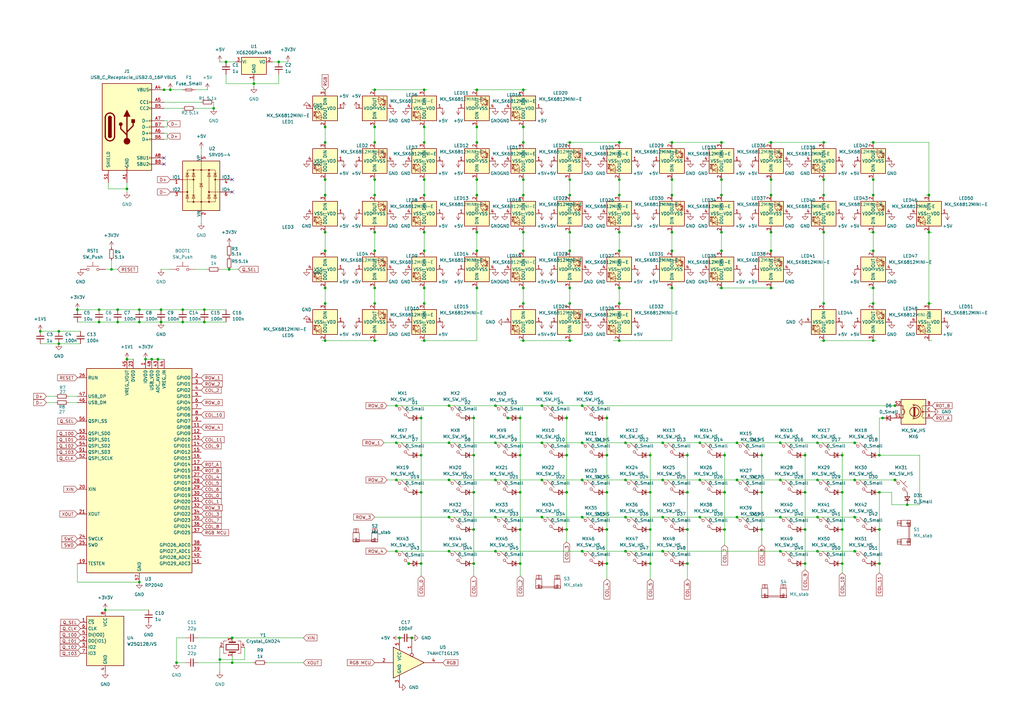
<source format=kicad_sch>
(kicad_sch (version 20231120) (generator "eeschema") (generator_version "8.0")
  (paper "A3")
  (lib_symbols
    (symbol "74xGxx:74AHCT1G125"
      (property "Reference" "U" (at -2.54 3.81 0))
      (property "Value" "74AHCT1G125" (at 0 -3.81 0))
      (symbol "74AHCT1G125_1_1"
        (pin input inverted (at 0 10.16 270) (length 7.62) (name "~") (number "1"))
        (pin input line (at -15.24 0 0) (length 7.62) (name "~") (number "2"))
        (pin power_in line (at -5.08 -10.16 90) (length 5.08) (name "GND") (number "3"))
        (pin tri_state line (at 12.7 0 180) (length 7.62) (name "~") (number "4"))
        (pin power_in line (at -5.08 10.16 270) (length 5.08) (name "VCC") (number "5"))
      )
    )
    (symbol "Connector:USB_C_Receptacle_USB2.0_16P" (pin_names (offset 1.016))
      (property "Reference" "J" (at 0 22.225 0))
      (property "Value" "USB_C_Receptacle_USB2.0_16P" (at 0 19.685 0))
      (symbol "USB_C_Receptacle_USB2.0_16P_1_1"
        (pin passive line (at 0 -22.86 90) (length 5.08) (name "GND") (number "A1"))
        (pin passive line (at 0 -22.86 90) (length 5.08) hide (name "GND") (number "A12"))
        (pin passive line (at 15.24 15.24 180) (length 5.08) (name "VBUS") (number "A4"))
        (pin bidirectional line (at 15.24 10.16 180) (length 5.08) (name "CC1") (number "A5"))
        (pin bidirectional line (at 15.24 -2.54 180) (length 5.08) (name "D+") (number "A6"))
        (pin bidirectional line (at 15.24 2.54 180) (length 5.08) (name "D-") (number "A7"))
        (pin bidirectional line (at 15.24 -12.7 180) (length 5.08) (name "SBU1") (number "A8"))
        (pin passive line (at 15.24 15.24 180) (length 5.08) hide (name "VBUS") (number "A9"))
        (pin passive line (at 0 -22.86 90) (length 5.08) hide (name "GND") (number "B1"))
        (pin passive line (at 0 -22.86 90) (length 5.08) hide (name "GND") (number "B12"))
        (pin passive line (at 15.24 15.24 180) (length 5.08) hide (name "VBUS") (number "B4"))
        (pin bidirectional line (at 15.24 7.62 180) (length 5.08) (name "CC2") (number "B5"))
        (pin bidirectional line (at 15.24 -5.08 180) (length 5.08) (name "D+") (number "B6"))
        (pin bidirectional line (at 15.24 0 180) (length 5.08) (name "D-") (number "B7"))
        (pin bidirectional line (at 15.24 -15.24 180) (length 5.08) (name "SBU2") (number "B8"))
        (pin passive line (at 15.24 15.24 180) (length 5.08) hide (name "VBUS") (number "B9"))
        (pin passive line (at -7.62 -22.86 90) (length 5.08) (name "SHIELD") (number "S1"))
      )
    )
    (symbol "Device:C_Small" (pin_numbers hide) (pin_names (offset 0.254) hide)
      (property "Reference" "C" (at 0.254 1.778 0))
      (property "Value" "C_Small" (at 0.254 -2.032 0))
      (symbol "C_Small_1_1"
        (pin passive line (at 0 2.54 270) (length 2.032) (name "~") (number "1"))
        (pin passive line (at 0 -2.54 90) (length 2.032) (name "~") (number "2"))
      )
    )
    (symbol "Device:Crystal_GND24" (pin_names (offset 1.016) hide)
      (property "Reference" "Y" (at 3.175 5.08 0))
      (property "Value" "Crystal_GND24" (at 3.175 3.175 0))
      (symbol "Crystal_GND24_1_1"
        (pin passive line (at -3.81 0 0) (length 1.27) (name "1") (number "1"))
        (pin passive line (at 0 5.08 270) (length 1.27) (name "2") (number "2"))
        (pin passive line (at 3.81 0 180) (length 1.27) (name "3") (number "3"))
        (pin passive line (at 0 -5.08 90) (length 1.27) (name "4") (number "4"))
      )
    )
    (symbol "Device:D_Small" (pin_numbers hide) (pin_names (offset 0.254) hide)
      (property "Reference" "D" (at -1.27 2.032 0))
      (property "Value" "D_Small" (at -3.81 -2.032 0))
      (symbol "D_Small_1_1"
        (pin passive line (at -2.54 0 0) (length 1.778) (name "K") (number "1"))
        (pin passive line (at 2.54 0 180) (length 1.778) (name "A") (number "2"))
      )
    )
    (symbol "Device:Fuse_Small" (pin_numbers hide) (pin_names (offset 0.254) hide)
      (property "Reference" "F" (at 0 -1.524 0))
      (property "Value" "Fuse_Small" (at 0 1.524 0))
      (symbol "Fuse_Small_1_1"
        (pin passive line (at -2.54 0 0) (length 1.27) (name "~") (number "1"))
        (pin passive line (at 2.54 0 180) (length 1.27) (name "~") (number "2"))
      )
    )
    (symbol "Device:R_Small" (pin_numbers hide) (pin_names (offset 0.254) hide)
      (property "Reference" "R" (at 0.762 0.508 0))
      (property "Value" "R_Small" (at 0.762 -1.016 0))
      (symbol "R_Small_1_1"
        (pin passive line (at 0 2.54 270) (length 0.762) (name "~") (number "1"))
        (pin passive line (at 0 -2.54 90) (length 0.762) (name "~") (number "2"))
      )
    )
    (symbol "Device:RotaryEncoder_Switch" (pin_names (offset 0.254) hide)
      (property "Reference" "SW" (at 0 6.604 0))
      (property "Value" "RotaryEncoder_Switch" (at 0 -6.604 0))
      (symbol "RotaryEncoder_Switch_1_1"
        (pin passive line (at -7.62 2.54 0) (length 2.54) (name "A") (number "A"))
        (pin passive line (at -7.62 -2.54 0) (length 2.54) (name "B") (number "B"))
        (pin passive line (at -7.62 0 0) (length 2.54) (name "C") (number "C"))
        (pin passive line (at 7.62 2.54 180) (length 2.54) (name "S1") (number "S1"))
        (pin passive line (at 7.62 -2.54 180) (length 2.54) (name "S2") (number "S2"))
      )
    )
    (symbol "MCU_RaspberryPi:RP2040"
      (property "Reference" "U" (at 17.78 45.72 0))
      (property "Value" "RP2040" (at 17.78 43.18 0))
      (symbol "RP2040_1_1"
        (pin power_in line (at 2.54 45.72 270) (length 3.81) (name "IOVDD") (number "1"))
        (pin passive line (at 2.54 45.72 270) (length 3.81) hide (name "IOVDD") (number "10"))
        (pin bidirectional line (at 25.4 17.78 180) (length 3.81) (name "GPIO8") (number "11"))
        (pin bidirectional line (at 25.4 15.24 180) (length 3.81) (name "GPIO9") (number "12"))
        (pin bidirectional line (at 25.4 12.7 180) (length 3.81) (name "GPIO10") (number "13"))
        (pin bidirectional line (at 25.4 10.16 180) (length 3.81) (name "GPIO11") (number "14"))
        (pin bidirectional line (at 25.4 7.62 180) (length 3.81) (name "GPIO12") (number "15"))
        (pin bidirectional line (at 25.4 5.08 180) (length 3.81) (name "GPIO13") (number "16"))
        (pin bidirectional line (at 25.4 2.54 180) (length 3.81) (name "GPIO14") (number "17"))
        (pin bidirectional line (at 25.4 0 180) (length 3.81) (name "GPIO15") (number "18"))
        (pin input line (at -25.4 -38.1 0) (length 3.81) (name "TESTEN") (number "19"))
        (pin bidirectional line (at 25.4 38.1 180) (length 3.81) (name "GPIO0") (number "2"))
        (pin input line (at -25.4 -7.62 0) (length 3.81) (name "XIN") (number "20"))
        (pin passive line (at -25.4 -17.78 0) (length 3.81) (name "XOUT") (number "21"))
        (pin passive line (at 2.54 45.72 270) (length 3.81) hide (name "IOVDD") (number "22"))
        (pin power_in line (at -2.54 45.72 270) (length 3.81) (name "DVDD") (number "23"))
        (pin input line (at -25.4 -27.94 0) (length 3.81) (name "SWCLK") (number "24"))
        (pin bidirectional line (at -25.4 -30.48 0) (length 3.81) (name "SWD") (number "25"))
        (pin input line (at -25.4 38.1 0) (length 3.81) (name "RUN") (number "26"))
        (pin bidirectional line (at 25.4 -2.54 180) (length 3.81) (name "GPIO16") (number "27"))
        (pin bidirectional line (at 25.4 -5.08 180) (length 3.81) (name "GPIO17") (number "28"))
        (pin bidirectional line (at 25.4 -7.62 180) (length 3.81) (name "GPIO18") (number "29"))
        (pin bidirectional line (at 25.4 35.56 180) (length 3.81) (name "GPIO1") (number "3"))
        (pin bidirectional line (at 25.4 -10.16 180) (length 3.81) (name "GPIO19") (number "30"))
        (pin bidirectional line (at 25.4 -12.7 180) (length 3.81) (name "GPIO20") (number "31"))
        (pin bidirectional line (at 25.4 -15.24 180) (length 3.81) (name "GPIO21") (number "32"))
        (pin passive line (at 2.54 45.72 270) (length 3.81) hide (name "IOVDD") (number "33"))
        (pin bidirectional line (at 25.4 -17.78 180) (length 3.81) (name "GPIO22") (number "34"))
        (pin bidirectional line (at 25.4 -20.32 180) (length 3.81) (name "GPIO23") (number "35"))
        (pin bidirectional line (at 25.4 -22.86 180) (length 3.81) (name "GPIO24") (number "36"))
        (pin bidirectional line (at 25.4 -25.4 180) (length 3.81) (name "GPIO25") (number "37"))
        (pin bidirectional line (at 25.4 -30.48 180) (length 3.81) (name "GPIO26_ADC0") (number "38"))
        (pin bidirectional line (at 25.4 -33.02 180) (length 3.81) (name "GPIO27_ADC1") (number "39"))
        (pin bidirectional line (at 25.4 33.02 180) (length 3.81) (name "GPIO2") (number "4"))
        (pin bidirectional line (at 25.4 -35.56 180) (length 3.81) (name "GPIO28_ADC2") (number "40"))
        (pin bidirectional line (at 25.4 -38.1 180) (length 3.81) (name "GPIO29_ADC3") (number "41"))
        (pin passive line (at 2.54 45.72 270) (length 3.81) hide (name "IOVDD") (number "42"))
        (pin power_in line (at 7.62 45.72 270) (length 3.81) (name "ADC_AVDD") (number "43"))
        (pin power_in line (at 10.16 45.72 270) (length 3.81) (name "VREG_IN") (number "44"))
        (pin power_out line (at -5.08 45.72 270) (length 3.81) (name "VREG_VOUT") (number "45"))
        (pin bidirectional line (at -25.4 27.94 0) (length 3.81) (name "USB_DM") (number "46"))
        (pin bidirectional line (at -25.4 30.48 0) (length 3.81) (name "USB_DP") (number "47"))
        (pin power_in line (at 5.08 45.72 270) (length 3.81) (name "USB_VDD") (number "48"))
        (pin passive line (at 2.54 45.72 270) (length 3.81) hide (name "IOVDD") (number "49"))
        (pin bidirectional line (at 25.4 30.48 180) (length 3.81) (name "GPIO3") (number "5"))
        (pin passive line (at -2.54 45.72 270) (length 3.81) hide (name "DVDD") (number "50"))
        (pin bidirectional line (at -25.4 7.62 0) (length 3.81) (name "QSPI_SD3") (number "51"))
        (pin output line (at -25.4 5.08 0) (length 3.81) (name "QSPI_SCLK") (number "52"))
        (pin bidirectional line (at -25.4 15.24 0) (length 3.81) (name "QSPI_SD0") (number "53"))
        (pin bidirectional line (at -25.4 10.16 0) (length 3.81) (name "QSPI_SD2") (number "54"))
        (pin bidirectional line (at -25.4 12.7 0) (length 3.81) (name "QSPI_SD1") (number "55"))
        (pin bidirectional line (at -25.4 20.32 0) (length 3.81) (name "QSPI_SS") (number "56"))
        (pin power_in line (at 0 -45.72 90) (length 3.81) (name "GND") (number "57"))
        (pin bidirectional line (at 25.4 27.94 180) (length 3.81) (name "GPIO4") (number "6"))
        (pin bidirectional line (at 25.4 25.4 180) (length 3.81) (name "GPIO5") (number "7"))
        (pin bidirectional line (at 25.4 22.86 180) (length 3.81) (name "GPIO6") (number "8"))
        (pin bidirectional line (at 25.4 20.32 180) (length 3.81) (name "GPIO7") (number "9"))
      )
    )
    (symbol "Memory_Flash:W25Q128JVS"
      (property "Reference" "U" (at -6.35 11.43 0))
      (property "Value" "W25Q128JVS" (at 7.62 11.43 0))
      (symbol "W25Q128JVS_1_1"
        (pin input line (at -10.16 7.62 0) (length 2.54) (name "~{CS}") (number "1"))
        (pin bidirectional line (at -10.16 0 0) (length 2.54) (name "DO(IO1)") (number "2"))
        (pin bidirectional line (at -10.16 -2.54 0) (length 2.54) (name "IO2") (number "3"))
        (pin power_in line (at 0 -12.7 90) (length 2.54) (name "GND") (number "4"))
        (pin bidirectional line (at -10.16 2.54 0) (length 2.54) (name "DI(IO0)") (number "5"))
        (pin input line (at -10.16 5.08 0) (length 2.54) (name "CLK") (number "6"))
        (pin bidirectional line (at -10.16 -5.08 0) (length 2.54) (name "IO3") (number "7"))
        (pin power_in line (at 0 12.7 270) (length 2.54) (name "VCC") (number "8"))
      )
    )
    (symbol "PCM_marbastlib-mx:MX_SK6812MINI-E"
      (property "Reference" "LED" (at 3.175 6.35 0))
      (property "Value" "MX_SK6812MINI-E" (at 10.16 -6.985 0))
      (symbol "MX_SK6812MINI-E_0_0"
        (text "RGB" (at 2.286 -4.191 0) (effects (font (size 0.762 0.762))))
      )
      (symbol "MX_SK6812MINI-E_1_1"
        (pin power_in line (at 0 7.62 270) (length 2.54) (name "VDD") (number "1"))
        (pin output line (at 7.62 0 180) (length 2.54) (name "DOUT") (number "2"))
        (pin input line (at -7.62 0 0) (length 2.54) (name "DIN") (number "3"))
        (pin power_in line (at 0 -7.62 90) (length 2.54) (name "VSS") (number "4"))
      )
    )
    (symbol "PCM_marbastlib-mx:MX_SW_HS_CPG151101S11" (pin_numbers hide) (pin_names (offset 1.016) hide)
      (property "Reference" "MX" (at 3.048 1.016 0))
      (property "Value" "MX_SW_HS" (at 0 -3.81 0))
      (symbol "MX_SW_HS_CPG151101S11_0_1"
        (pin passive line (at -2.54 2.54 0) (length 0) (name "1") (number "1"))
        (pin passive line (at 2.54 -2.54 180) (length 0) (name "2") (number "2"))
      )
    )
    (symbol "PCM_marbastlib-mx:MX_stab" (pin_names (offset 1.016))
      (property "Reference" "S" (at -5.08 6.35 0))
      (property "Value" "MX_stab" (at -5.08 3.81 0))
    )
    (symbol "Power_Protection:SRV05-4" (pin_names (offset 0))
      (property "Reference" "U" (at -5.08 11.43 0))
      (property "Value" "SRV05-4" (at 2.54 11.43 0))
      (symbol "SRV05-4_1_1"
        (pin passive line (at -12.7 2.54 0) (length 5.08) (name "IO1") (number "1"))
        (pin passive line (at 0 -12.7 90) (length 2.54) (name "VN") (number "2"))
        (pin passive line (at -12.7 -2.54 0) (length 5.08) (name "IO2") (number "3"))
        (pin passive line (at 12.7 2.54 180) (length 5.08) (name "IO3") (number "4"))
        (pin passive line (at 0 12.7 270) (length 2.54) (name "VP") (number "5"))
        (pin passive line (at 12.7 -2.54 180) (length 5.08) (name "IO4") (number "6"))
      )
    )
    (symbol "Regulator_Linear:XC6206PxxxMR" (pin_names (offset 0.254))
      (property "Reference" "U" (at -3.81 3.175 0))
      (property "Value" "XC6206PxxxMR" (at 0 3.175 0))
      (symbol "XC6206PxxxMR_1_1"
        (pin power_in line (at 0 -7.62 90) (length 2.54) (name "GND") (number "1"))
        (pin power_out line (at 7.62 0 180) (length 2.54) (name "VO") (number "2"))
        (pin power_in line (at -7.62 0 0) (length 2.54) (name "VI") (number "3"))
      )
    )
    (symbol "Switch:SW_Push" (pin_numbers hide) (pin_names (offset 1.016) hide)
      (property "Reference" "SW" (at 1.27 2.54 0))
      (property "Value" "SW_Push" (at 0 -1.524 0))
      (symbol "SW_Push_0_1"
        (pin passive line (at -5.08 0 0) (length 2.54) (name "1") (number "1"))
        (pin passive line (at 5.08 0 180) (length 2.54) (name "2") (number "2"))
      )
    )
    (symbol "power:+1V1" (power) (pin_numbers hide) (pin_names (offset 0) hide)
      (property "Value" "+1V1" (at 0 3.556 0))
      (symbol "+1V1_1_1"
        (pin power_in line (at 0 0 90) (length 0) (name "~") (number "1"))
      )
    )
    (symbol "power:+3.3V" (power) (pin_numbers hide) (pin_names (offset 0) hide)
      (property "Value" "+3.3V" (at 0 3.556 0))
      (symbol "+3.3V_1_1"
        (pin power_in line (at 0 0 90) (length 0) (name "~") (number "1"))
      )
    )
    (symbol "power:+3V3" (power) (pin_numbers hide) (pin_names (offset 0) hide)
      (property "Value" "+3V3" (at 0 3.556 0))
      (symbol "+3V3_1_1"
        (pin power_in line (at 0 0 90) (length 0) (name "~") (number "1"))
      )
    )
    (symbol "power:+5V" (power) (pin_numbers hide) (pin_names (offset 0) hide)
      (property "Value" "+5V" (at 0 3.556 0))
      (symbol "+5V_1_1"
        (pin power_in line (at 0 0 90) (length 0) (name "~") (number "1"))
      )
    )
    (symbol "power:GND" (power) (pin_numbers hide) (pin_names (offset 0) hide)
      (property "Value" "GND" (at 0 -3.81 0))
      (symbol "GND_1_1"
        (pin power_in line (at 0 0 270) (length 0) (name "~") (number "1"))
      )
    )
    (symbol "power:VBUS" (power) (pin_numbers hide) (pin_names (offset 0) hide)
      (property "Value" "VBUS" (at 0 3.556 0))
      (symbol "VBUS_1_1"
        (pin power_in line (at 0 0 90) (length 0) (name "~") (number "1"))
      )
    )
  )
  (junction (at 316.23 118.11))
  (junction (at 184.15 226.06))
  (junction (at 266.7 186.69))
  (junction (at 320.04 196.85))
  (junction (at 66.04 132.08))
  (junction (at 358.14 73.66))
  (junction (at 232.41 217.17))
  (junction (at 372.11 207.01))
  (junction (at 254 118.11))
  (junction (at 381 80.01))
  (junction (at 320.04 212.09))
  (junction (at 302.26 212.09))
  (junction (at 302.26 181.61))
  (junction (at 233.68 118.11))
  (junction (at 173.99 73.66))
  (junction (at 133.35 73.66))
  (junction (at 203.2 212.09))
  (junction (at 302.26 196.85))
  (junction (at 40.64 132.08))
  (junction (at 195.58 73.66))
  (junction (at 271.78 212.09))
  (junction (at 93.98 110.49))
  (junction (at 95.25 271.78))
  (junction (at 173.99 36.83))
  (junction (at 222.25 196.85))
  (junction (at 104.14 34.29))
  (junction (at 52.07 147.32))
  (junction (at 345.44 201.93))
  (junction (at 57.15 127))
  (junction (at 74.93 132.08))
  (junction (at 275.59 118.11))
  (junction (at 194.31 171.45))
  (junction (at 254 102.87))
  (junction (at 214.63 102.87))
  (junction (at 238.76 166.37))
  (junction (at 153.67 80.01))
  (junction (at 287.02 181.61))
  (junction (at 254 73.66))
  (junction (at 275.59 58.42))
  (junction (at 254 95.25))
  (junction (at 173.99 118.11))
  (junction (at 222.25 181.61))
  (junction (at 233.68 80.01))
  (junction (at 358.14 58.42))
  (junction (at 297.18 186.69))
  (junction (at 173.99 124.46))
  (junction (at 233.68 139.7))
  (junction (at 133.35 52.07))
  (junction (at 66.04 127))
  (junction (at 360.68 186.69))
  (junction (at 214.63 73.66))
  (junction (at 153.67 102.87))
  (junction (at 254 58.42))
  (junction (at 281.94 217.17))
  (junction (at 133.35 124.46))
  (junction (at 337.82 80.01))
  (junction (at 162.56 166.37))
  (junction (at 57.15 238.76))
  (junction (at 360.68 231.14))
  (junction (at 133.35 80.01))
  (junction (at 90.17 270.51))
  (junction (at 358.14 102.87))
  (junction (at 345.44 231.14))
  (junction (at 195.58 118.11))
  (junction (at 275.59 102.87))
  (junction (at 297.18 201.93))
  (junction (at 153.67 124.46))
  (junction (at 59.69 147.32))
  (junction (at 271.78 181.61))
  (junction (at 238.76 196.85))
  (junction (at 92.71 25.4))
  (junction (at 297.18 217.17))
  (junction (at 238.76 212.09))
  (junction (at 72.39 271.78))
  (junction (at 133.35 95.25))
  (junction (at 172.72 201.93))
  (junction (at 83.82 132.08))
  (junction (at 48.26 132.08))
  (junction (at 214.63 139.7))
  (junction (at 312.42 217.17))
  (junction (at 214.63 95.25))
  (junction (at 256.54 226.06))
  (junction (at 233.68 58.42))
  (junction (at 203.2 226.06))
  (junction (at 232.41 186.69))
  (junction (at 266.7 217.17))
  (junction (at 153.67 95.25))
  (junction (at 271.78 226.06))
  (junction (at 203.2 196.85))
  (junction (at 67.31 36.83))
  (junction (at 133.35 139.7))
  (junction (at 335.28 226.06))
  (junction (at 172.72 186.69))
  (junction (at 195.58 58.42))
  (junction (at 330.2 217.17))
  (junction (at 195.58 52.07))
  (junction (at 184.15 212.09))
  (junction (at 232.41 201.93))
  (junction (at 195.58 102.87))
  (junction (at 162.56 196.85))
  (junction (at 316.23 73.66))
  (junction (at 133.35 58.42))
  (junction (at 316.23 80.01))
  (junction (at 168.91 261.62))
  (junction (at 64.77 147.32))
  (junction (at 233.68 95.25))
  (junction (at 214.63 36.83))
  (junction (at 238.76 226.06))
  (junction (at 173.99 139.7))
  (junction (at 350.52 212.09))
  (junction (at 208.28 171.45))
  (junction (at 213.36 201.93))
  (junction (at 358.14 95.25))
  (junction (at 295.91 58.42))
  (junction (at 163.83 261.62))
  (junction (at 312.42 186.69))
  (junction (at 248.92 171.45))
  (junction (at 233.68 124.46))
  (junction (at 367.03 196.85))
  (junction (at 195.58 95.25))
  (junction (at 233.68 102.87))
  (junction (at 335.28 212.09))
  (junction (at 62.23 147.32))
  (junction (at 320.04 181.61))
  (junction (at 172.72 171.45))
  (junction (at 350.52 181.61))
  (junction (at 337.82 95.25))
  (junction (at 194.31 217.17))
  (junction (at 222.25 212.09))
  (junction (at 358.14 118.11))
  (junction (at 153.67 139.7))
  (junction (at 213.36 217.17))
  (junction (at 203.2 181.61))
  (junction (at 238.76 181.61))
  (junction (at 153.67 118.11))
  (junction (at 295.91 73.66))
  (junction (at 95.25 261.62))
  (junction (at 287.02 212.09))
  (junction (at 316.23 58.42))
  (junction (at 24.13 140.97))
  (junction (at 345.44 186.69))
  (junction (at 367.03 166.37))
  (junction (at 167.64 231.14))
  (junction (at 48.26 127))
  (junction (at 194.31 201.93))
  (junction (at 43.18 250.19))
  (junction (at 57.15 132.08))
  (junction (at 266.7 201.93))
  (junction (at 381 124.46))
  (junction (at 330.2 201.93))
  (junction (at 358.14 80.01))
  (junction (at 281.94 231.14))
  (junction (at 358.14 139.7))
  (junction (at 248.92 186.69))
  (junction (at 271.78 196.85))
  (junction (at 295.91 80.01))
  (junction (at 360.68 217.17))
  (junction (at 256.54 196.85))
  (junction (at 350.52 226.06))
  (junction (at 295.91 102.87))
  (junction (at 153.67 52.07))
  (junction (at 184.15 181.61))
  (junction (at 358.14 124.46))
  (junction (at 312.42 201.93))
  (junction (at 254 124.46))
  (junction (at 173.99 95.25))
  (junction (at 248.92 231.14))
  (junction (at 295.91 118.11))
  (junction (at 254 80.01))
  (junction (at 40.64 127))
  (junction (at 214.63 124.46))
  (junction (at 281.94 186.69))
  (junction (at 133.35 118.11))
  (junction (at 153.67 58.42))
  (junction (at 213.36 171.45))
  (junction (at 295.91 95.25))
  (junction (at 248.92 201.93))
  (junction (at 173.99 52.07))
  (junction (at 316.23 102.87))
  (junction (at 316.23 95.25))
  (junction (at 45.72 110.49))
  (junction (at 335.28 196.85))
  (junction (at 162.56 226.06))
  (junction (at 195.58 36.83))
  (junction (at 232.41 171.45))
  (junction (at 320.04 226.06))
  (junction (at 83.82 127))
  (junction (at 172.72 231.14))
  (junction (at 203.2 166.37))
  (junction (at 184.15 166.37))
  (junction (at 330.2 186.69))
  (junction (at 337.82 58.42))
  (junction (at 222.25 166.37))
  (junction (at 248.92 217.17))
  (junction (at 52.07 77.47))
  (junction (at 153.67 73.66))
  (junction (at 173.99 102.87))
  (junction (at 337.82 73.66))
  (junction (at 361.95 171.45))
  (junction (at 162.56 181.61))
  (junction (at 213.36 231.14))
  (junction (at 87.63 44.45))
  (junction (at 213.36 186.69))
  (junction (at 233.68 73.66))
  (junction (at 214.63 58.42))
  (junction (at 173.99 80.01))
  (junction (at 381 95.25))
  (junction (at 214.63 118.11))
  (junction (at 114.3 25.4))
  (junction (at 194.31 231.14))
  (junction (at 350.52 196.85))
  (junction (at 337.82 139.7))
  (junction (at 214.63 80.01))
  (junction (at 74.93 127))
  (junction (at 337.82 124.46))
  (junction (at 287.02 196.85))
  (junction (at 256.54 181.61))
  (junction (at 153.67 36.83))
  (junction (at 31.75 127))
  (junction (at 195.58 80.01))
  (junction (at 16.51 135.89))
  (junction (at 194.31 186.69))
  (junction (at 335.28 181.61))
  (junction (at 275.59 73.66))
  (junction (at 275.59 95.25))
  (junction (at 254 139.7))
  (junction (at 184.15 196.85))
  (junction (at 345.44 217.17))
  (junction (at 266.7 231.14))
  (junction (at 133.35 102.87))
  (junction (at 24.13 135.89))
  (junction (at 360.68 201.93))
  (junction (at 214.63 52.07))
  (junction (at 173.99 58.42))
  (junction (at 69.85 36.83))
  (junction (at 275.59 80.01))
  (junction (at 330.2 231.14))
  (junction (at 281.94 201.93))
  (junction (at 256.54 212.09))
  (no_connect (at 67.31 67.31))
  (no_connect (at 95.25 78.74))
  (no_connect (at 95.25 73.66))
  (no_connect (at 67.31 64.77))
  (wire (pts (xy 345.44 231.14) (xy 345.44 234.95)))
  (wire (pts (xy 359.41 201.93) (xy 360.68 201.93)))
  (wire (pts (xy 316.23 93.98) (xy 316.23 95.25)))
  (wire (pts (xy 66.04 110.49) (xy 69.85 110.49)))
  (wire (pts (xy 233.68 59.69) (xy 233.68 58.42)))
  (wire (pts (xy 248.92 231.14) (xy 248.92 237.49)))
  (wire (pts (xy 381 124.46) (xy 381 125.73)))
  (wire (pts (xy 295.91 95.25) (xy 295.91 102.87)))
  (wire (pts (xy 173.99 116.84) (xy 173.99 118.11)))
  (wire (pts (xy 194.31 186.69) (xy 194.31 201.93)))
  (wire (pts (xy 248.92 201.93) (xy 248.92 217.17)))
  (wire (pts (xy 381 95.25) (xy 382.27 95.25)))
  (wire (pts (xy 281.94 186.69) (xy 281.94 201.93)))
  (wire (pts (xy 381 80.01) (xy 381 81.28)))
  (wire (pts (xy 74.93 132.08) (xy 83.82 132.08)))
  (wire (pts (xy 57.15 132.08) (xy 66.04 132.08)))
  (wire (pts (xy 297.18 217.17) (xy 297.18 223.52)))
  (wire (pts (xy 337.82 73.66) (xy 337.82 80.01)))
  (wire (pts (xy 172.72 139.7) (xy 173.99 139.7)))
  (wire (pts (xy 274.32 58.42) (xy 275.59 58.42)))
  (wire (pts (xy 302.26 212.09) (xy 320.04 212.09)))
  (wire (pts (xy 162.56 226.06) (xy 184.15 226.06)))
  (wire (pts (xy 275.59 116.84) (xy 275.59 118.11)))
  (wire (pts (xy 358.14 124.46) (xy 358.14 125.73)))
  (wire (pts (xy 335.28 212.09) (xy 350.52 212.09)))
  (wire (pts (xy 173.99 124.46) (xy 173.99 125.73)))
  (wire (pts (xy 52.07 74.93) (xy 52.07 77.47)))
  (wire (pts (xy 271.78 212.09) (xy 287.02 212.09)))
  (wire (pts (xy 184.15 226.06) (xy 203.2 226.06)))
  (wire (pts (xy 256.54 212.09) (xy 271.78 212.09)))
  (wire (pts (xy 335.28 196.85) (xy 350.52 196.85)))
  (wire (pts (xy 195.58 72.39) (xy 195.58 73.66)))
  (wire (pts (xy 67.31 41.91) (xy 82.55 41.91)))
  (wire (pts (xy 173.99 95.25) (xy 173.99 102.87)))
  (wire (pts (xy 45.72 106.68) (xy 45.72 110.49)))
  (wire (pts (xy 72.39 271.78) (xy 76.2 271.78)))
  (wire (pts (xy 153.67 139.7) (xy 154.94 139.7)))
  (wire (pts (xy 337.82 80.01) (xy 337.82 81.28)))
  (wire (pts (xy 233.68 102.87) (xy 233.68 104.14)))
  (wire (pts (xy 213.36 231.14) (xy 213.36 236.22)))
  (wire (pts (xy 24.13 135.89) (xy 33.02 135.89)))
  (wire (pts (xy 172.72 171.45) (xy 172.72 186.69)))
  (wire (pts (xy 345.44 217.17) (xy 345.44 231.14)))
  (wire (pts (xy 358.14 73.66) (xy 358.14 80.01)))
  (wire (pts (xy 266.7 217.17) (xy 266.7 231.14)))
  (wire (pts (xy 172.72 201.93) (xy 172.72 231.14)))
  (wire (pts (xy 336.55 139.7) (xy 337.82 139.7)))
  (wire (pts (xy 172.72 170.18) (xy 172.72 171.45)))
  (wire (pts (xy 172.72 186.69) (xy 172.72 201.93)))
  (wire (pts (xy 356.87 102.87) (xy 358.14 102.87)))
  (wire (pts (xy 195.58 93.98) (xy 195.58 95.25)))
  (wire (pts (xy 203.2 166.37) (xy 222.25 166.37)))
  (wire (pts (xy 59.69 147.32) (xy 62.23 147.32)))
  (wire (pts (xy 358.14 116.84) (xy 358.14 118.11)))
  (wire (pts (xy 281.94 231.14) (xy 281.94 237.49)))
  (wire (pts (xy 295.91 72.39) (xy 295.91 73.66)))
  (wire (pts (xy 316.23 72.39) (xy 316.23 73.66)))
  (wire (pts (xy 287.02 212.09) (xy 302.26 212.09)))
  (wire (pts (xy 203.2 196.85) (xy 222.25 196.85)))
  (wire (pts (xy 195.58 102.87) (xy 195.58 104.14)))
  (wire (pts (xy 173.99 93.98) (xy 173.99 95.25)))
  (wire (pts (xy 82.55 91.44) (xy 82.55 88.9)))
  (wire (pts (xy 350.52 196.85) (xy 367.03 196.85)))
  (wire (pts (xy 173.99 80.01) (xy 173.99 81.28)))
  (wire (pts (xy 90.17 265.43) (xy 90.17 270.51)))
  (wire (pts (xy 43.18 250.19) (xy 60.96 250.19)))
  (wire (pts (xy 222.25 166.37) (xy 238.76 166.37)))
  (wire (pts (xy 238.76 166.37) (xy 367.03 166.37)))
  (wire (pts (xy 195.58 95.25) (xy 195.58 102.87)))
  (wire (pts (xy 74.93 127) (xy 83.82 127)))
  (wire (pts (xy 275.59 72.39) (xy 275.59 73.66)))
  (wire (pts (xy 350.52 212.09) (xy 351.79 212.09)))
  (wire (pts (xy 356.87 58.42) (xy 358.14 58.42)))
  (wire (pts (xy 153.67 50.8) (xy 153.67 52.07)))
  (wire (pts (xy 95.25 271.78) (xy 104.14 271.78)))
  (wire (pts (xy 248.92 170.18) (xy 248.92 171.45)))
  (wire (pts (xy 114.3 30.48) (xy 114.3 34.29)))
  (wire (pts (xy 275.59 80.01) (xy 275.59 81.28)))
  (wire (pts (xy 256.54 196.85) (xy 271.78 196.85)))
  (wire (pts (xy 350.52 226.06) (xy 351.79 226.06)))
  (wire (pts (xy 275.59 93.98) (xy 275.59 95.25)))
  (wire (pts (xy 52.07 147.32) (xy 54.61 147.32)))
  (wire (pts (xy 312.42 186.69) (xy 312.42 201.93)))
  (wire (pts (xy 337.82 72.39) (xy 337.82 73.66)))
  (wire (pts (xy 133.35 95.25) (xy 133.35 102.87)))
  (wire (pts (xy 214.63 93.98) (xy 214.63 95.25)))
  (wire (pts (xy 153.67 102.87) (xy 153.67 104.14)))
  (wire (pts (xy 316.23 80.01) (xy 316.23 81.28)))
  (wire (pts (xy 316.23 95.25) (xy 316.23 102.87)))
  (wire (pts (xy 67.31 57.15) (xy 68.58 57.15)))
  (wire (pts (xy 153.67 118.11) (xy 153.67 124.46)))
  (wire (pts (xy 316.23 118.11) (xy 317.5 118.11)))
  (wire (pts (xy 287.02 196.85) (xy 302.26 196.85)))
  (wire (pts (xy 213.36 186.69) (xy 213.36 201.93)))
  (wire (pts (xy 356.87 95.25) (xy 358.14 95.25)))
  (wire (pts (xy 233.68 139.7) (xy 234.95 139.7)))
  (wire (pts (xy 52.07 77.47) (xy 52.07 78.74)))
  (wire (pts (xy 266.7 231.14) (xy 266.7 237.49)))
  (wire (pts (xy 153.67 80.01) (xy 153.67 81.28)))
  (wire (pts (xy 66.04 132.08) (xy 74.93 132.08)))
  (wire (pts (xy 81.28 261.62) (xy 95.25 261.62)))
  (wire (pts (xy 31.75 231.14) (xy 31.75 238.76)))
  (wire (pts (xy 133.35 72.39) (xy 133.35 73.66)))
  (wire (pts (xy 195.58 52.07) (xy 195.58 58.42)))
  (wire (pts (xy 360.68 186.69) (xy 360.68 171.45)))
  (wire (pts (xy 345.44 185.42) (xy 345.44 186.69)))
  (wire (pts (xy 271.78 196.85) (xy 287.02 196.85)))
  (wire (pts (xy 337.82 92.71) (xy 337.82 95.25)))
  (wire (pts (xy 360.68 231.14) (xy 360.68 234.95)))
  (wire (pts (xy 133.35 93.98) (xy 133.35 95.25)))
  (wire (pts (xy 27.94 162.56) (xy 31.75 162.56)))
  (wire (pts (xy 214.63 80.01) (xy 214.63 81.28)))
  (wire (pts (xy 360.68 186.69) (xy 377.19 186.69)))
  (wire (pts (xy 195.58 73.66) (xy 195.58 80.01)))
  (wire (pts (xy 168.91 231.14) (xy 167.64 231.14)))
  (wire (pts (xy 314.96 58.42) (xy 316.23 58.42)))
  (wire (pts (xy 104.14 33.02) (xy 104.14 34.29)))
  (wire (pts (xy 281.94 201.93) (xy 281.94 217.17)))
  (wire (pts (xy 203.2 181.61) (xy 222.25 181.61)))
  (wire (pts (xy 195.58 116.84) (xy 195.58 118.11)))
  (wire (pts (xy 254 72.39) (xy 254 73.66)))
  (wire (pts (xy 295.91 58.42) (xy 297.18 58.42)))
  (wire (pts (xy 330.2 185.42) (xy 330.2 186.69)))
  (wire (pts (xy 132.08 36.83) (xy 133.35 36.83)))
  (wire (pts (xy 365.76 207.01) (xy 372.11 207.01)))
  (wire (pts (xy 83.82 132.08) (xy 92.71 132.08)))
  (wire (pts (xy 92.71 34.29) (xy 104.14 34.29)))
  (wire (pts (xy 153.67 36.83) (xy 173.99 36.83)))
  (wire (pts (xy 162.56 181.61) (xy 184.15 181.61)))
  (wire (pts (xy 359.41 186.69) (xy 360.68 186.69)))
  (wire (pts (xy 153.67 95.25) (xy 153.67 102.87)))
  (wire (pts (xy 222.25 196.85) (xy 238.76 196.85)))
  (wire (pts (xy 48.26 132.08) (xy 57.15 132.08)))
  (wire (pts (xy 194.31 36.83) (xy 195.58 36.83)))
  (wire (pts (xy 62.23 147.32) (xy 64.77 147.32)))
  (wire (pts (xy 248.92 217.17) (xy 248.92 231.14)))
  (wire (pts (xy 360.68 171.45) (xy 361.95 171.45)))
  (wire (pts (xy 254 95.25) (xy 254 102.87)))
  (wire (pts (xy 233.68 72.39) (xy 233.68 73.66)))
  (wire (pts (xy 271.78 181.61) (xy 287.02 181.61)))
  (wire (pts (xy 295.91 73.66) (xy 295.91 80.01)))
  (wire (pts (xy 356.87 118.11) (xy 358.14 118.11)))
  (wire (pts (xy 232.41 186.69) (xy 232.41 201.93)))
  (wire (pts (xy 162.56 196.85) (xy 184.15 196.85)))
  (wire (pts (xy 133.35 58.42) (xy 133.35 59.69)))
  (wire (pts (xy 133.35 139.7) (xy 153.67 139.7)))
  (wire (pts (xy 312.42 217.17) (xy 312.42 223.52)))
  (wire (pts (xy 133.35 116.84) (xy 133.35 118.11)))
  (wire (pts (xy 133.35 118.11) (xy 133.35 124.46)))
  (wire (pts (xy 195.58 58.42) (xy 195.58 59.69)))
  (wire (pts (xy 153.67 124.46) (xy 153.67 125.73)))
  (wire (pts (xy 111.76 25.4) (xy 114.3 25.4)))
  (wire (pts (xy 203.2 212.09) (xy 222.25 212.09)))
  (wire (pts (xy 233.68 124.46) (xy 233.68 125.73)))
  (wire (pts (xy 48.26 127) (xy 57.15 127)))
  (wire (pts (xy 294.64 118.11) (xy 295.91 118.11)))
  (wire (pts (xy 40.64 132.08) (xy 48.26 132.08)))
  (wire (pts (xy 316.23 73.66) (xy 316.23 80.01)))
  (wire (pts (xy 222.25 181.61) (xy 238.76 181.61)))
  (wire (pts (xy 153.67 93.98) (xy 153.67 95.25)))
  (wire (pts (xy 64.77 147.32) (xy 67.31 147.32)))
  (wire (pts (xy 69.85 36.83) (xy 74.93 36.83)))
  (wire (pts (xy 337.82 124.46) (xy 337.82 125.73)))
  (wire (pts (xy 184.15 166.37) (xy 203.2 166.37)))
  (wire (pts (xy 320.04 212.09) (xy 335.28 212.09)))
  (wire (pts (xy 68.58 49.53) (xy 68.58 52.07)))
  (wire (pts (xy 254 58.42) (xy 255.27 58.42)))
  (wire (pts (xy 92.71 25.4) (xy 96.52 25.4)))
  (wire (pts (xy 254 116.84) (xy 254 118.11)))
  (wire (pts (xy 80.01 44.45) (xy 87.63 44.45)))
  (wire (pts (xy 194.31 170.18) (xy 194.31 171.45)))
  (wire (pts (xy 233.68 73.66) (xy 233.68 80.01)))
  (wire (pts (xy 316.23 58.42) (xy 337.82 58.42)))
  (wire (pts (xy 194.31 217.17) (xy 194.31 231.14)))
  (wire (pts (xy 367.03 166.37) (xy 368.3 166.37)))
  (wire (pts (xy 153.67 52.07) (xy 153.67 58.42)))
  (wire (pts (xy 153.67 58.42) (xy 153.67 59.69)))
  (wire (pts (xy 184.15 212.09) (xy 203.2 212.09)))
  (wire (pts (xy 114.3 25.4) (xy 118.11 25.4)))
  (wire (pts (xy 238.76 181.61) (xy 256.54 181.61)))
  (wire (pts (xy 248.92 186.69) (xy 248.92 201.93)))
  (wire (pts (xy 297.18 201.93) (xy 297.18 217.17)))
  (wire (pts (xy 68.58 54.61) (xy 68.58 57.15)))
  (wire (pts (xy 274.32 118.11) (xy 275.59 118.11)))
  (wire (pts (xy 133.35 124.46) (xy 133.35 125.73)))
  (wire (pts (xy 238.76 212.09) (xy 256.54 212.09)))
  (wire (pts (xy 360.68 201.93) (xy 360.68 217.17)))
  (wire (pts (xy 275.59 95.25) (xy 275.59 102.87)))
  (wire (pts (xy 233.68 118.11) (xy 233.68 124.46)))
  (wire (pts (xy 275.59 58.42) (xy 295.91 58.42)))
  (wire (pts (xy 80.01 110.49) (xy 85.09 110.49)))
  (wire (pts (xy 66.04 127) (xy 74.93 127)))
  (wire (pts (xy 254 73.66) (xy 254 80.01)))
  (wire (pts (xy 90.17 25.4) (xy 92.71 25.4)))
  (wire (pts (xy 233.68 116.84) (xy 233.68 118.11)))
  (wire (pts (xy 377.19 186.69) (xy 377.19 207.01)))
  (wire (pts (xy 132.08 139.7) (xy 133.35 139.7)))
  (wire (pts (xy 254 80.01) (xy 254 81.28)))
  (wire (pts (xy 214.63 52.07) (xy 214.63 58.42)))
  (wire (pts (xy 203.2 226.06) (xy 238.76 226.06)))
  (wire (pts (xy 365.76 207.01) (xy 365.76 201.93)))
  (wire (pts (xy 194.31 201.93) (xy 194.31 217.17)))
  (wire (pts (xy 184.15 181.61) (xy 203.2 181.61)))
  (wire (pts (xy 173.99 72.39) (xy 173.99 73.66)))
  (wire (pts (xy 214.63 72.39) (xy 214.63 73.66)))
  (wire (pts (xy 67.31 44.45) (xy 74.93 44.45)))
  (wire (pts (xy 67.31 49.53) (xy 68.58 49.53)))
  (wire (pts (xy 16.51 140.97) (xy 24.13 140.97)))
  (wire (pts (xy 358.14 58.42) (xy 381 58.42)))
  (wire (pts (xy 316.23 102.87) (xy 316.23 104.14)))
  (wire (pts (xy 157.48 181.61) (xy 162.56 181.61)))
  (wire (pts (xy 256.54 226.06) (xy 271.78 226.06)))
  (wire (pts (xy 222.25 212.09) (xy 238.76 212.09)))
  (wire (pts (xy 173.99 102.87) (xy 173.99 104.14)))
  (wire (pts (xy 133.35 73.66) (xy 133.35 80.01)))
  (wire (pts (xy 345.44 186.69) (xy 345.44 201.93)))
  (wire (pts (xy 173.99 36.83) (xy 175.26 36.83)))
  (wire (pts (xy 194.31 171.45) (xy 194.31 186.69)))
  (wire (pts (xy 379.73 80.01) (xy 381 80.01)))
  (wire (pts (xy 312.42 185.42) (xy 312.42 186.69)))
  (wire (pts (xy 213.36 170.18) (xy 213.36 171.45)))
  (wire (pts (xy 72.39 261.62) (xy 72.39 271.78)))
  (wire (pts (xy 133.35 80.01) (xy 133.35 81.28)))
  (wire (pts (xy 81.28 271.78) (xy 95.25 271.78)))
  (wire (pts (xy 297.18 185.42) (xy 297.18 186.69)))
  (wire (pts (xy 45.72 110.49) (xy 48.26 110.49)))
  (wire (pts (xy 67.31 36.83) (xy 69.85 36.83)))
  (wire (pts (xy 109.22 271.78) (xy 124.46 271.78)))
  (wire (pts (xy 330.2 231.14) (xy 330.2 233.68)))
  (wire (pts (xy 90.17 110.49) (xy 93.98 110.49)))
  (wire (pts (xy 358.14 118.11) (xy 358.14 124.46)))
  (wire (pts (xy 194.31 231.14) (xy 194.31 236.22)))
  (wire (pts (xy 208.28 171.45) (xy 209.55 171.45)))
  (wire (pts (xy 100.33 270.51) (xy 100.33 265.43)))
  (wire (pts (xy 158.75 166.37) (xy 162.56 166.37)))
  (wire (pts (xy 337.82 58.42) (xy 339.09 58.42)))
  (wire (pts (xy 232.41 58.42) (xy 233.68 58.42)))
  (wire (pts (xy 95.25 261.62) (xy 124.46 261.62)))
  (wire (pts (xy 238.76 196.85) (xy 256.54 196.85)))
  (wire (pts (xy 254 124.46) (xy 254 125.73)))
  (wire (pts (xy 320.04 181.61) (xy 335.28 181.61)))
  (wire (pts (xy 16.51 135.89) (xy 24.13 135.89)))
  (wire (pts (xy 337.82 139.7) (xy 358.14 139.7)))
  (wire (pts (xy 233.68 93.98) (xy 233.68 95.25)))
  (wire (pts (xy 381 95.25) (xy 381 124.46)))
  (wire (pts (xy 330.2 217.17) (xy 330.2 231.14)))
  (wire (pts (xy 281.94 185.42) (xy 281.94 186.69)))
  (wire (pts (xy 31.75 238.76) (xy 57.15 238.76)))
  (wire (pts (xy 213.36 139.7) (xy 214.63 139.7)))
  (wire (pts (xy 266.7 185.42) (xy 266.7 186.69)))
  (wire (pts (xy 214.63 116.84) (xy 214.63 118.11)))
  (wire (pts (xy 381 58.42) (xy 381 80.01)))
  (wire (pts (xy 64.77 36.83) (xy 67.31 36.83)))
  (wire (pts (xy 266.7 201.93) (xy 266.7 217.17)))
  (wire (pts (xy 358.14 80.01) (xy 358.14 81.28)))
  (wire (pts (xy 238.76 226.06) (xy 256.54 226.06)))
  (wire (pts (xy 358.14 72.39) (xy 358.14 73.66)))
  (wire (pts (xy 381 93.98) (xy 381 95.25)))
  (wire (pts (xy 195.58 118.11) (xy 195.58 139.7)))
  (wire (pts (xy 358.14 102.87) (xy 358.14 104.14)))
  (wire (pts (xy 232.41 201.93) (xy 232.41 217.17)))
  (wire (pts (xy 233.68 80.01) (xy 233.68 81.28)))
  (wire (pts (xy 19.05 162.56) (xy 22.86 162.56)))
  (wire (pts (xy 295.91 93.98) (xy 295.91 95.25)))
  (wire (pts (xy 256.54 181.61) (xy 271.78 181.61)))
  (wire (pts (xy 345.44 201.93) (xy 345.44 217.17)))
  (wire (pts (xy 213.36 171.45) (xy 213.36 186.69)))
  (wire (pts (xy 44.45 74.93) (xy 44.45 77.47)))
  (wire (pts (xy 173.99 118.11) (xy 173.99 124.46)))
  (wire (pts (xy 295.91 80.01) (xy 295.91 81.28)))
  (wire (pts (xy 214.63 58.42) (xy 214.63 59.69)))
  (wire (pts (xy 133.35 102.87) (xy 133.35 104.14)))
  (wire (pts (xy 275.59 118.11) (xy 275.59 139.7)))
  (wire (pts (xy 251.46 139.7) (xy 254 139.7)))
  (wire (pts (xy 381 139.7) (xy 382.27 139.7)))
  (wire (pts (xy 153.67 72.39) (xy 153.67 73.66)))
  (wire (pts (xy 266.7 186.69) (xy 266.7 201.93)))
  (wire (pts (xy 271.78 226.06) (xy 320.04 226.06)))
  (wire (pts (xy 152.4 36.83) (xy 153.67 36.83)))
  (wire (pts (xy 213.36 217.17) (xy 213.36 231.14)))
  (wire (pts (xy 76.2 261.62) (xy 72.39 261.62)))
  (wire (pts (xy 335.28 181.61) (xy 350.52 181.61)))
  (wire (pts (xy 337.82 95.25) (xy 337.82 124.46)))
  (wire (pts (xy 335.28 226.06) (xy 350.52 226.06)))
  (wire (pts (xy 287.02 181.61) (xy 302.26 181.61)))
  (wire (pts (xy 232.41 171.45) (xy 232.41 186.69)))
  (wire (pts (xy 31.75 127) (xy 40.64 127)))
  (wire (pts (xy 330.2 201.93) (xy 330.2 217.17)))
  (wire (pts (xy 67.31 52.07) (xy 68.58 52.07)))
  (wire (pts (xy 233.68 95.25) (xy 233.68 102.87)))
  (wire (pts (xy 90.17 275.59) (xy 90.17 270.51)))
  (wire (pts (xy 133.35 52.07) (xy 133.35 58.42)))
  (wire (pts (xy 214.63 124.46) (xy 214.63 125.73)))
  (wire (pts (xy 44.45 77.47) (xy 52.07 77.47)))
  (wire (pts (xy 295.91 118.11) (xy 316.23 118.11)))
  (wire (pts (xy 153.67 212.09) (xy 184.15 212.09)))
  (wire (pts (xy 350.52 181.61) (xy 351.79 181.61)))
  (wire (pts (xy 214.63 50.8) (xy 214.63 52.07)))
  (wire (pts (xy 358.14 93.98) (xy 358.14 95.25)))
  (wire (pts (xy 381 124.46) (xy 382.27 124.46)))
  (wire (pts (xy 254 139.7) (xy 275.59 139.7)))
  (wire (pts (xy 173.99 52.07) (xy 173.99 58.42)))
  (wire (pts (xy 153.67 116.84) (xy 153.67 118.11)))
  (wire (pts (xy 31.75 132.08) (xy 40.64 132.08)))
  (wire (pts (xy 356.87 124.46) (xy 358.14 124.46)))
  (wire (pts (xy 133.35 50.8) (xy 133.35 52.07)))
  (wire (pts (xy 173.99 73.66) (xy 173.99 80.01)))
  (wire (pts (xy 82.55 60.96) (xy 82.55 63.5)))
  (wire (pts (xy 232.41 170.18) (xy 232.41 171.45)))
  (wire (pts (xy 40.64 127) (xy 48.26 127)))
  (wire (pts (xy 365.76 201.93) (xy 360.68 201.93)))
  (wire (pts (xy 302.26 181.61) (xy 320.04 181.61)))
  (wire (pts (xy 360.68 217.17) (xy 360.68 231.14)))
  (wire (pts (xy 275.59 102.87) (xy 275.59 104.14)))
  (wire (pts (xy 87.63 44.45) (xy 87.63 41.91)))
  (wire (pts (xy 233.68 58.42) (xy 254 58.42)))
  (wire (pts (xy 173.99 50.8) (xy 173.99 52.07)))
  (wire (pts (xy 184.15 196.85) (xy 203.2 196.85)))
  (wire (pts (xy 254 102.87) (xy 254 104.14)))
  (wire (pts (xy 24.13 140.97) (xy 33.02 140.97)))
  (wire (pts (xy 214.63 102.87) (xy 214.63 104.14)))
  (wire (pts (xy 173.99 139.7) (xy 195.58 139.7)))
  (wire (pts (xy 27.94 165.1) (xy 31.75 165.1)))
  (wire (pts (xy 214.63 139.7) (xy 233.68 139.7)))
  (wire (pts (xy 361.95 171.45) (xy 363.22 171.45)))
  (wire (pts (xy 43.18 110.49) (xy 45.72 110.49)))
  (wire (pts (xy 312.42 201.93) (xy 312.42 217.17)))
  (wire (pts (xy 104.14 34.29) (xy 104.14 35.56)))
  (wire (pts (xy 214.63 73.66) (xy 214.63 80.01)))
  (wire (pts (xy 367.03 196.85) (xy 368.3 196.85)))
  (wire (pts (xy 214.63 95.25) (xy 214.63 102.87)))
  (wire (pts (xy 320.04 196.85) (xy 335.28 196.85)))
  (wire (pts (xy 114.3 34.29) (xy 104.14 34.29)))
  (wire (pts (xy 92.71 30.48) (xy 92.71 34.29)))
  (wire (pts (xy 67.31 54.61) (xy 68.58 54.61)))
  (wire (pts (xy 83.82 127) (xy 92.71 127)))
  (wire (pts (xy 302.26 196.85) (xy 320.04 196.85)))
  (wire (pts (xy 95.25 269.24) (xy 95.25 271.78)))
  (wire (pts (xy 248.92 171.45) (xy 248.92 186.69)))
  (wire (pts (xy 358.14 139.7) (xy 359.41 139.7)))
  (wire (pts (xy 195.58 50.8) (xy 195.58 52.07)))
  (wire (pts (xy 372.11 207.01) (xy 377.19 207.01)))
  (wire (pts (xy 57.15 127) (xy 66.04 127)))
  (wire (pts (xy 214.63 118.11) (xy 214.63 124.46)))
  (wire (pts (xy 173.99 58.42) (xy 173.99 59.69)))
  (wire (pts (xy 320.04 226.06) (xy 335.28 226.06)))
  (wire (pts (xy 214.63 36.83) (xy 215.9 36.83)))
  (wire (pts (xy 297.18 186.69) (xy 297.18 201.93)))
  (wire (pts (xy 158.75 196.85) (xy 162.56 196.85)))
  (wire (pts (xy 93.98 110.49) (xy 97.79 110.49)))
  (wire (pts (xy 158.75 226.06) (xy 162.56 226.06)))
  (wire (pts (xy 162.56 166.37) (xy 184.15 166.37)))
  (wire (pts (xy 295.91 102.87) (xy 295.91 104.14)))
  (wire (pts (xy 358.14 95.25) (xy 358.14 102.87)))
  (wire (pts (xy 90.17 270.51) (xy 100.33 270.51)))
  (wire (pts (xy 330.2 186.69) (xy 330.2 201.93)))
  (wire (pts (xy 195.58 36.83) (xy 214.63 36.83)))
  (wire (pts (xy 19.05 165.1) (xy 22.86 165.1)))
  (wire (pts (xy 153.67 73.66) (xy 153.67 80.01)))
  (wire (pts (xy 80.01 36.83) (xy 85.09 36.83)))
  (wire (pts (xy 254 93.98) (xy 254 95.25)))
  (wire (pts (xy 232.41 217.17) (xy 232.41 222.25)))
  (wire (pts (xy 213.36 201.93) (xy 213.36 217.17)))
  (wire (pts (xy 275.59 73.66) (xy 275.59 80.01)))
  (wire (pts (xy 281.94 217.17) (xy 281.94 231.14)))
  (wire (pts (xy 195.58 80.01) (xy 195.58 81.28)))
  (wire (pts (xy 172.72 231.14) (xy 172.72 236.22)))
  (wire (pts (xy 254 118.11) (xy 254 124.46)))
  (global_label "D+" (shape input) (at 19.05 162.56 180) (property "Intersheetrefs" "${INTERSHEET_REFS}" (effects (hide yes))))
  (global_label "D-" (shape input) (at 68.58 50.8 0) (property "Intersheetrefs" "${INTERSHEET_REFS}" (effects (hide yes))))
  (global_label "COL_5" (shape input) (at 266.7 237.49 270) (property "Intersheetrefs" "${INTERSHEET_REFS}" (effects (hide yes))))
  (global_label "COL_8" (shape input) (at 312.42 223.52 270) (property "Intersheetrefs" "${INTERSHEET_REFS}" (effects (hide yes))))
  (global_label "COL_9" (shape input) (at 82.55 182.88 0) (property "Intersheetrefs" "${INTERSHEET_REFS}" (effects (hide yes))))
  (global_label "XOUT" (shape input) (at 124.46 271.78 0) (property "Intersheetrefs" "${INTERSHEET_REFS}" (effects (hide yes))))
  (global_label "COL_0" (shape input) (at 82.55 203.2 0) (property "Intersheetrefs" "${INTERSHEET_REFS}" (effects (hide yes))))
  (global_label "Q_SEL" (shape input) (at 31.75 172.72 180) (property "Intersheetrefs" "${INTERSHEET_REFS}" (effects (hide yes))))
  (global_label "COL_3" (shape input) (at 232.41 222.25 270) (property "Intersheetrefs" "${INTERSHEET_REFS}" (effects (hide yes))))
  (global_label "Q_102" (shape input) (at 31.75 182.88 180) (property "Intersheetrefs" "${INTERSHEET_REFS}" (effects (hide yes))))
  (global_label "COL_2" (shape input) (at 82.55 160.02 0) (property "Intersheetrefs" "${INTERSHEET_REFS}" (effects (hide yes))))
  (global_label "Q_100" (shape input) (at 33.02 260.35 180) (property "Intersheetrefs" "${INTERSHEET_REFS}" (effects (hide yes))))
  (global_label "COL_6" (shape input) (at 82.55 200.66 0) (property "Intersheetrefs" "${INTERSHEET_REFS}" (effects (hide yes))))
  (global_label "COL_10" (shape input) (at 82.55 170.18 0) (property "Intersheetrefs" "${INTERSHEET_REFS}" (effects (hide yes))))
  (global_label "XOUT" (shape input) (at 31.75 210.82 180) (property "Intersheetrefs" "${INTERSHEET_REFS}" (effects (hide yes))))
  (global_label "ROW_0" (shape input) (at 158.75 166.37 180) (property "Intersheetrefs" "${INTERSHEET_REFS}" (effects (hide yes))))
  (global_label "SWC" (shape input) (at 31.75 220.98 180) (property "Intersheetrefs" "${INTERSHEET_REFS}" (effects (hide yes))))
  (global_label "D+" (shape input) (at 69.85 73.66 180) (property "Intersheetrefs" "${INTERSHEET_REFS}" (effects (hide yes))))
  (global_label "COL_11" (shape input) (at 360.68 234.95 270) (property "Intersheetrefs" "${INTERSHEET_REFS}" (effects (hide yes))))
  (global_label "COL_6" (shape input) (at 281.94 237.49 270) (property "Intersheetrefs" "${INTERSHEET_REFS}" (effects (hide yes))))
  (global_label "RGB" (shape input) (at 181.61 271.78 0) (property "Intersheetrefs" "${INTERSHEET_REFS}" (effects (hide yes))))
  (global_label "COL_0" (shape input) (at 172.72 236.22 270) (property "Intersheetrefs" "${INTERSHEET_REFS}" (effects (hide yes))))
  (global_label "ROW_4" (shape input) (at 158.75 226.06 180) (property "Intersheetrefs" "${INTERSHEET_REFS}" (effects (hide yes))))
  (global_label "COL_8" (shape input) (at 82.55 215.9 0) (property "Intersheetrefs" "${INTERSHEET_REFS}" (effects (hide yes))))
  (global_label "ROW_3" (shape input) (at 82.55 208.28 0) (property "Intersheetrefs" "${INTERSHEET_REFS}" (effects (hide yes))))
  (global_label "ROT_B" (shape input) (at 382.27 166.37 0) (property "Intersheetrefs" "${INTERSHEET_REFS}" (effects (hide yes))))
  (global_label "ROT_B" (shape input) (at 82.55 193.04 0) (property "Intersheetrefs" "${INTERSHEET_REFS}" (effects (hide yes))))
  (global_label "Q_CLK" (shape input) (at 31.75 187.96 180) (property "Intersheetrefs" "${INTERSHEET_REFS}" (effects (hide yes))))
  (global_label "COL_7" (shape input) (at 297.18 223.52 270) (property "Intersheetrefs" "${INTERSHEET_REFS}" (effects (hide yes))))
  (global_label "COL_11" (shape input) (at 82.55 180.34 0) (property "Intersheetrefs" "${INTERSHEET_REFS}" (effects (hide yes))))
  (global_label "COL_9" (shape input) (at 330.2 233.68 270) (property "Intersheetrefs" "${INTERSHEET_REFS}" (effects (hide yes))))
  (global_label "COL_1" (shape input) (at 82.55 205.74 0) (property "Intersheetrefs" "${INTERSHEET_REFS}" (effects (hide yes))))
  (global_label "XIN" (shape input) (at 31.75 200.66 180) (property "Intersheetrefs" "${INTERSHEET_REFS}" (effects (hide yes))))
  (global_label "ROT_A" (shape input) (at 382.27 171.45 0) (property "Intersheetrefs" "${INTERSHEET_REFS}" (effects (hide yes))))
  (global_label "RESET" (shape input) (at 31.75 154.94 180) (property "Intersheetrefs" "${INTERSHEET_REFS}" (effects (hide yes))))
  (global_label "Q_SEL" (shape input) (at 33.02 255.27 180) (property "Intersheetrefs" "${INTERSHEET_REFS}" (effects (hide yes))))
  (global_label "COL_2" (shape input) (at 213.36 236.22 270) (property "Intersheetrefs" "${INTERSHEET_REFS}" (effects (hide yes))))
  (global_label "ROW_3" (shape input) (at 153.67 212.09 180) (property "Intersheetrefs" "${INTERSHEET_REFS}" (effects (hide yes))))
  (global_label "SWD" (shape input) (at 31.75 223.52 180) (property "Intersheetrefs" "${INTERSHEET_REFS}" (effects (hide yes))))
  (global_label "XIN" (shape input) (at 124.46 261.62 0) (property "Intersheetrefs" "${INTERSHEET_REFS}" (effects (hide yes))))
  (global_label "COL_4" (shape input) (at 82.55 195.58 0) (property "Intersheetrefs" "${INTERSHEET_REFS}" (effects (hide yes))))
  (global_label "ROW_4" (shape input) (at 82.55 175.26 0) (property "Intersheetrefs" "${INTERSHEET_REFS}" (effects (hide yes))))
  (global_label "Q_SEL" (shape input) (at 97.79 110.49 0) (property "Intersheetrefs" "${INTERSHEET_REFS}" (effects (hide yes))))
  (global_label "Q_101" (shape input) (at 33.02 262.89 180) (property "Intersheetrefs" "${INTERSHEET_REFS}" (effects (hide yes))))
  (global_label "ROW_2" (shape input) (at 158.75 196.85 180) (property "Intersheetrefs" "${INTERSHEET_REFS}" (effects (hide yes))))
  (global_label "ROW_1" (shape input) (at 82.55 154.94 0) (property "Intersheetrefs" "${INTERSHEET_REFS}" (effects (hide yes))))
  (global_label "Q_100" (shape input) (at 31.75 177.8 180) (property "Intersheetrefs" "${INTERSHEET_REFS}" (effects (hide yes))))
  (global_label "COL_10" (shape input) (at 345.44 234.95 270) (property "Intersheetrefs" "${INTERSHEET_REFS}" (effects (hide yes))))
  (global_label "COL_4" (shape input) (at 248.92 237.49 270) (property "Intersheetrefs" "${INTERSHEET_REFS}" (effects (hide yes))))
  (global_label "Q_103" (shape input) (at 33.02 267.97 180) (property "Intersheetrefs" "${INTERSHEET_REFS}" (effects (hide yes))))
  (global_label "ROW_0" (shape input) (at 82.55 165.1 0) (property "Intersheetrefs" "${INTERSHEET_REFS}" (effects (hide yes))))
  (global_label "ROW_2" (shape input) (at 82.55 157.48 0) (property "Intersheetrefs" "${INTERSHEET_REFS}" (effects (hide yes))))
  (global_label "Q_102" (shape input) (at 33.02 265.43 180) (property "Intersheetrefs" "${INTERSHEET_REFS}" (effects (hide yes))))
  (global_label "D+" (shape input) (at 68.58 55.88 0) (property "Intersheetrefs" "${INTERSHEET_REFS}" (effects (hide yes))))
  (global_label "ROT_A" (shape input) (at 82.55 190.5 0) (property "Intersheetrefs" "${INTERSHEET_REFS}" (effects (hide yes))))
  (global_label "COL_7" (shape input) (at 82.55 213.36 0) (property "Intersheetrefs" "${INTERSHEET_REFS}" (effects (hide yes))))
  (global_label "RGB" (shape input) (at 133.35 36.83 90) (property "Intersheetrefs" "${INTERSHEET_REFS}" (effects (hide yes))))
  (global_label "COL_3" (shape input) (at 82.55 210.82 0) (property "Intersheetrefs" "${INTERSHEET_REFS}" (effects (hide yes))))
  (global_label "COL_1" (shape input) (at 194.31 236.22 270) (property "Intersheetrefs" "${INTERSHEET_REFS}" (effects (hide yes))))
  (global_label "Q_CLK" (shape input) (at 33.02 257.81 180) (property "Intersheetrefs" "${INTERSHEET_REFS}" (effects (hide yes))))
  (global_label "COL_5" (shape input) (at 82.55 198.12 0) (property "Intersheetrefs" "${INTERSHEET_REFS}" (effects (hide yes))))
  (global_label "D-" (shape input) (at 19.05 165.1 180) (property "Intersheetrefs" "${INTERSHEET_REFS}" (effects (hide yes))))
  (global_label "RGB MCU" (shape input) (at 153.67 271.78 180) (property "Intersheetrefs" "${INTERSHEET_REFS}" (effects (hide yes))))
  (global_label "D-" (shape input) (at 69.85 78.74 180) (property "Intersheetrefs" "${INTERSHEET_REFS}" (effects (hide yes))))
  (global_label "ROW_1" (shape input) (at 157.48 181.61 180) (property "Intersheetrefs" "${INTERSHEET_REFS}" (effects (hide yes))))
  (global_label "RGB MCU" (shape input) (at 82.55 218.44 0) (property "Intersheetrefs" "${INTERSHEET_REFS}" (effects (hide yes))))
  (global_label "Q_103" (shape input) (at 31.75 185.42 180) (property "Intersheetrefs" "${INTERSHEET_REFS}" (effects (hide yes))))
  (global_label "Q_101" (shape input) (at 31.75 180.34 180) (property "Intersheetrefs" "${INTERSHEET_REFS}" (effects (hide yes))))
  (global_label "RESET" (shape input) (at 48.26 110.49 0) (property "Intersheetrefs" "${INTERSHEET_REFS}" (effects (hide yes))))
  (symbol (lib_id "PCM_marbastlib-mx:MX_SW_HS_CPG151101S11") (at 353.06 199.39 0) (unit 1)
    (property "Reference" "MX30" (at 353.06 191.77 0))
    (property "Value" "MX_SW_HS" (at 353.06 194.31 0))
    (property "Footprint" "PCM_marbastlib-mx:SW_MX_HS_CPG151101S11_1u" (effects (hide yes)))
    (property "Description" "Push button switch, normally open, two pins, 45° tilted, Kailh CPG151101S11 for Cherry MX style switches" (effects (hide yes)))
  )
  (symbol (lib_id "PCM_marbastlib-mx:MX_SW_HS_CPG151101S11") (at 224.79 168.91 0) (unit 1)
    (property "Reference" "MX4" (at 224.79 161.29 0))
    (property "Value" "MX_SW_HS" (at 224.79 163.83 0))
    (property "Footprint" "PCM_marbastlib-mx:SW_MX_HS_CPG151101S11_1u" (effects (hide yes)))
    (property "Description" "Push button switch, normally open, two pins, 45° tilted, Kailh CPG151101S11 for Cherry MX style switches" (effects (hide yes)))
  )
  (symbol (lib_id "Device:D_Small") (at 210.82 201.93 180) (unit 1)
    (property "Reference" "D21" (at 210.82 195.58 0))
    (property "Value" "D_Small" (at 210.82 198.12 0))
    (property "Footprint" "Diode_SMD:D_SOD-123" (effects (hide yes)))
    (property "Description" "Diode, small symbol" (effects (hide yes)))
    (property "Sim.Device" "D" (effects (hide yes)))
    (property "Sim.Pins" "1=K 2=A" (effects (hide yes)))
  )
  (symbol (lib_id "PCM_marbastlib-mx:MX_SK6812MINI-E") (at 173.99 44.45 270) (unit 1)
    (property "Reference" "LED11" (at 189.23 38.1314 90))
    (property "Value" "MX_SK6812MINI-E" (at 189.23 40.6714 90))
    (property "Footprint" "PCM_marbastlib-mx:LED_MX_6028R" (effects (hide yes)))
    (property "Description" "Reverse mount adressable LED (WS2812 protocol)" (effects (hide yes)))
  )
  (symbol (lib_id "Device:Fuse_Small") (at 77.47 36.83 0) (unit 1)
    (property "Reference" "F1" (at 77.47 31.75 0))
    (property "Value" "Fuse_Small" (at 77.47 34.29 0))
    (property "Footprint" "Fuse:Fuse_1206_3216Metric" (effects (hide yes)))
    (property "Description" "Fuse, small symbol" (effects (hide yes)))
  )
  (symbol (lib_id "PCM_marbastlib-mx:MX_stab") (at 149.86 219.71 0) (unit 1)
    (property "Reference" "S2" (at 152.4 215.7729 0) (effects (justify left)))
    (property "Value" "MX_stab" (at 152.4 218.3129 0) (effects (justify left)))
    (property "Footprint" "PCM_marbastlib-mx:STAB_MX_P_2u" (effects (hide yes)))
    (property "Description" "Cherry MX-style stabilizer" (effects (hide yes)))
  )
  (symbol (lib_id "PCM_marbastlib-mx:MX_SK6812MINI-E") (at 153.67 44.45 90) (unit 1)
    (property "Reference" "LED6" (at 168.91 38.9538 90))
    (property "Value" "MX_SK6812MINI-E" (at 168.91 41.4938 90))
    (property "Footprint" "PCM_marbastlib-mx:LED_MX_6028R" (effects (hide yes)))
    (property "Description" "Reverse mount adressable LED (WS2812 protocol)" (effects (hide yes)))
  )
  (symbol (lib_id "power:GND") (at 373.38 132.08 0) (unit 1)
    (property "Reference" "#PWR030" (effects (hide yes)))
    (property "Value" "GND" (at 373.38 137.16 0))
    (property "Description" "Power symbol creates a global label with name \"GND\" , ground" (effects (hide yes)))
  )
  (symbol (lib_id "power:+5V") (at 146.05 44.45 0) (unit 1)
    (property "Reference" "#PWR081" (effects (hide yes)))
    (property "Value" "+5V" (at 146.05 39.37 0))
    (property "Description" "Power symbol creates a global label with name \"+5V\"" (effects (hide yes)))
  )
  (symbol (lib_id "Device:C_Small") (at 114.3 27.94 0) (unit 1)
    (property "Reference" "C2" (at 116.84 26.6762 0) (effects (justify left)))
    (property "Value" "1u" (at 116.84 29.2162 0) (effects (justify left)))
    (property "Footprint" "Capacitor_SMD:C_0402_1005Metric" (effects (hide yes)))
    (property "Description" "Unpolarized capacitor, small symbol" (effects (hide yes)))
  )
  (symbol (lib_id "PCM_marbastlib-mx:MX_SK6812MINI-E") (at 337.82 66.04 270) (unit 1)
    (property "Reference" "LED42" (at 353.06 59.7214 90))
    (property "Value" "MX_SK6812MINI-E" (at 353.06 62.2614 90))
    (property "Footprint" "PCM_marbastlib-mx:LED_MX_6028R" (effects (hide yes)))
    (property "Description" "Reverse mount adressable LED (WS2812 protocol)" (effects (hide yes)))
  )
  (symbol (lib_id "PCM_marbastlib-mx:MX_SW_HS_CPG151101S11") (at 224.79 184.15 0) (unit 1)
    (property "Reference" "MX10" (at 224.79 176.53 0))
    (property "Value" "MX_SW_HS" (at 224.79 179.07 0))
    (property "Footprint" "PCM_marbastlib-mx:SW_MX_HS_CPG151101S11_1u" (effects (hide yes)))
    (property "Description" "Push button switch, normally open, two pins, 45° tilted, Kailh CPG151101S11 for Cherry MX style switches" (effects (hide yes)))
  )
  (symbol (lib_id "power:+5V") (at 226.06 110.49 180) (unit 1)
    (property "Reference" "#PWR0116" (effects (hide yes)))
    (property "Value" "+5V" (at 226.06 115.57 0))
    (property "Description" "Power symbol creates a global label with name \"+5V\"" (effects (hide yes)))
  )
  (symbol (lib_id "Regulator_Linear:XC6206PxxxMR") (at 104.14 25.4 0) (unit 1)
    (property "Reference" "U1" (at 104.14 19.05 0))
    (property "Value" "XC6206PxxxMR" (at 104.14 21.59 0))
    (property "Footprint" "Package_TO_SOT_SMD:SOT-23-3" (effects (hide yes)))
    (property "Datasheet" "https://www.torexsemi.com/file/xc6206/XC6206.pdf" (effects (hide yes)))
    (property "Description" "Positive 60-250mA Low Dropout Regulator, Fixed Output, SOT-23" (effects (hide yes)))
  )
  (symbol (lib_id "Device:D_Small") (at 246.38 186.69 180) (unit 1)
    (property "Reference" "D11" (at 246.38 180.34 0))
    (property "Value" "D_Small" (at 246.38 182.88 0))
    (property "Footprint" "Diode_SMD:D_SOD-123" (effects (hide yes)))
    (property "Description" "Diode, small symbol" (effects (hide yes)))
    (property "Sim.Device" "D" (effects (hide yes)))
    (property "Sim.Pins" "1=K 2=A" (effects (hide yes)))
  )
  (symbol (lib_id "PCM_marbastlib-mx:MX_SW_HS_CPG151101S11") (at 224.79 199.39 0) (unit 1)
    (property "Reference" "MX22" (at 224.79 191.77 0))
    (property "Value" "MX_SW_HS" (at 224.79 194.31 0))
    (property "Footprint" "PCM_marbastlib-mx:SW_MX_HS_CPG151101S11_1u" (effects (hide yes)))
    (property "Description" "Push button switch, normally open, two pins, 45° tilted, Kailh CPG151101S11 for Cherry MX style switches" (effects (hide yes)))
  )
  (symbol (lib_id "PCM_marbastlib-mx:MX_SK6812MINI-E") (at 133.35 110.49 270) (unit 1)
    (property "Reference" "LED4" (at 148.59 104.1714 90))
    (property "Value" "MX_SK6812MINI-E" (at 148.59 106.7114 90))
    (property "Footprint" "PCM_marbastlib-mx:LED_MX_6028R" (effects (hide yes)))
    (property "Description" "Reverse mount adressable LED (WS2812 protocol)" (effects (hide yes)))
  )
  (symbol (lib_id "power:GND") (at 87.63 44.45 0) (unit 1)
    (property "Reference" "#PWR06" (effects (hide yes)))
    (property "Value" "GND" (at 87.63 49.53 0))
    (property "Description" "Power symbol creates a global label with name \"GND\" , ground" (effects (hide yes)))
  )
  (symbol (lib_id "Device:D_Small") (at 264.16 217.17 180) (unit 1)
    (property "Reference" "D36" (at 264.16 210.82 0))
    (property "Value" "D_Small" (at 264.16 213.36 0))
    (property "Footprint" "Diode_SMD:D_SOD-123" (effects (hide yes)))
    (property "Description" "Diode, small symbol" (effects (hide yes)))
    (property "Sim.Device" "D" (effects (hide yes)))
    (property "Sim.Pins" "1=K 2=A" (effects (hide yes)))
  )
  (symbol (lib_id "power:+5V") (at 350.52 132.08 180) (unit 1)
    (property "Reference" "#PWR0124" (effects (hide yes)))
    (property "Value" "+5V" (at 350.52 137.16 0))
    (property "Description" "Power symbol creates a global label with name \"+5V\"" (effects (hide yes)))
  )
  (symbol (lib_id "PCM_marbastlib-mx:MX_SW_HS_CPG151101S11") (at 274.32 199.39 0) (unit 1)
    (property "Reference" "MX25" (at 274.32 191.77 0))
    (property "Value" "MX_SW_HS" (at 274.32 194.31 0))
    (property "Footprint" "PCM_marbastlib-mx:SW_MX_HS_CPG151101S11_1u" (effects (hide yes)))
    (property "Description" "Push button switch, normally open, two pins, 45° tilted, Kailh CPG151101S11 for Cherry MX style switches" (effects (hide yes)))
  )
  (symbol (lib_id "Device:D_Small") (at 364.49 171.45 0) (unit 1)
    (property "Reference" "D6" (at 364.49 166.37 0))
    (property "Value" "D_Small" (at 364.49 168.91 0))
    (property "Footprint" "Diode_SMD:D_SOD-123" (effects (hide yes)))
    (property "Description" "Diode, small symbol" (effects (hide yes)))
    (property "Sim.Device" "D" (effects (hide yes)))
    (property "Sim.Pins" "1=K 2=A" (effects (hide yes)))
  )
  (symbol (lib_id "Device:D_Small") (at 210.82 217.17 180) (unit 1)
    (property "Reference" "D33" (at 210.82 210.82 0))
    (property "Value" "D_Small" (at 210.82 213.36 0))
    (property "Footprint" "Diode_SMD:D_SOD-123" (effects (hide yes)))
    (property "Description" "Diode, small symbol" (effects (hide yes)))
    (property "Sim.Device" "D" (effects (hide yes)))
    (property "Sim.Pins" "1=K 2=A" (effects (hide yes)))
  )
  (symbol (lib_id "Device:D_Small") (at 170.18 186.69 180) (unit 1)
    (property "Reference" "D7" (at 170.18 180.34 0))
    (property "Value" "D_Small" (at 170.18 182.88 0))
    (property "Footprint" "Diode_SMD:D_SOD-123" (effects (hide yes)))
    (property "Description" "Diode, small symbol" (effects (hide yes)))
    (property "Sim.Device" "D" (effects (hide yes)))
    (property "Sim.Pins" "1=K 2=A" (effects (hide yes)))
  )
  (symbol (lib_id "power:GND") (at 161.29 44.45 0) (unit 1)
    (property "Reference" "#PWR033" (effects (hide yes)))
    (property "Value" "GND" (at 161.29 49.53 0))
    (property "Description" "Power symbol creates a global label with name \"GND\" , ground" (effects (hide yes)))
  )
  (symbol (lib_id "power:GND") (at 125.73 44.45 180) (unit 1)
    (property "Reference" "#PWR032" (effects (hide yes)))
    (property "Value" "GND" (at 128.27 43.1799 0) (effects (justify right)))
    (property "Description" "Power symbol creates a global label with name \"GND\" , ground" (effects (hide yes)))
  )
  (symbol (lib_id "PCM_marbastlib-mx:MX_SK6812MINI-E") (at 153.67 87.63 90) (unit 1)
    (property "Reference" "LED8" (at 168.91 82.1338 90))
    (property "Value" "MX_SK6812MINI-E" (at 168.91 84.6738 90))
    (property "Footprint" "PCM_marbastlib-mx:LED_MX_6028R" (effects (hide yes)))
    (property "Description" "Reverse mount adressable LED (WS2812 protocol)" (effects (hide yes)))
  )
  (symbol (lib_id "PCM_marbastlib-mx:MX_SW_HS_CPG151101S11") (at 186.69 184.15 0) (unit 1)
    (property "Reference" "MX8" (at 186.69 176.53 0))
    (property "Value" "MX_SW_HS" (at 186.69 179.07 0))
    (property "Footprint" "PCM_marbastlib-mx:SW_MX_HS_CPG151101S11_1u" (effects (hide yes)))
    (property "Description" "Push button switch, normally open, two pins, 45° tilted, Kailh CPG151101S11 for Cherry MX style switches" (effects (hide yes)))
  )
  (symbol (lib_id "power:+5V") (at 388.62 87.63 180) (unit 1)
    (property "Reference" "#PWR098" (effects (hide yes)))
    (property "Value" "+5V" (at 388.62 92.71 0))
    (property "Description" "Power symbol creates a global label with name \"+5V\"" (effects (hide yes)))
  )
  (symbol (lib_id "Device:C_Small") (at 60.96 252.73 0) (unit 1)
    (property "Reference" "C10" (at 63.5 251.4662 0) (effects (justify left)))
    (property "Value" "1u" (at 63.5 254.0062 0) (effects (justify left)))
    (property "Footprint" "Capacitor_SMD:C_0402_1005Metric" (effects (hide yes)))
    (property "Description" "Unpolarized capacitor, small symbol" (effects (hide yes)))
  )
  (symbol (lib_id "Device:D_Small") (at 170.18 201.93 180) (unit 1)
    (property "Reference" "D19" (at 170.18 195.58 0))
    (property "Value" "D_Small" (at 170.18 198.12 0))
    (property "Footprint" "Diode_SMD:D_SOD-123" (effects (hide yes)))
    (property "Description" "Diode, small symbol" (effects (hide yes)))
    (property "Sim.Device" "D" (effects (hide yes)))
    (property "Sim.Pins" "1=K 2=A" (effects (hide yes)))
  )
  (symbol (lib_id "PCM_marbastlib-mx:MX_SW_HS_CPG151101S11") (at 205.74 199.39 0) (unit 1)
    (property "Reference" "MX21" (at 205.74 191.77 0))
    (property "Value" "MX_SW_HS" (at 205.74 194.31 0))
    (property "Footprint" "PCM_marbastlib-mx:SW_MX_HS_CPG151101S11_1u" (effects (hide yes)))
    (property "Description" "Push button switch, normally open, two pins, 45° tilted, Kailh CPG151101S11 for Cherry MX style switches" (effects (hide yes)))
  )
  (symbol (lib_id "power:+5V") (at 267.97 66.04 180) (unit 1)
    (property "Reference" "#PWR092" (effects (hide yes)))
    (property "Value" "+5V" (at 267.97 71.12 0))
    (property "Description" "Power symbol creates a global label with name \"+5V\"" (effects (hide yes)))
  )
  (symbol (lib_id "PCM_marbastlib-mx:MX_SK6812MINI-E") (at 275.59 110.49 90) (unit 1)
    (property "Reference" "LED35" (at 290.83 104.9938 90))
    (property "Value" "MX_SK6812MINI-E" (at 290.83 107.5338 90))
    (property "Footprint" "PCM_marbastlib-mx:LED_MX_6028R" (effects (hide yes)))
    (property "Description" "Reverse mount adressable LED (WS2812 protocol)" (effects (hide yes)))
  )
  (symbol (lib_id "power:GND") (at 166.37 44.45 0) (unit 1)
    (property "Reference" "#PWR034" (effects (hide yes)))
    (property "Value" "GND" (at 166.37 49.53 0))
    (property "Description" "Power symbol creates a global label with name \"GND\" , ground" (effects (hide yes)))
  )
  (symbol (lib_id "Device:D_Small") (at 210.82 171.45 180) (unit 1)
    (property "Reference" "D3" (at 210.82 165.1 0))
    (property "Value" "D_Small" (at 210.82 167.64 0))
    (property "Footprint" "Diode_SMD:D_SOD-123" (effects (hide yes)))
    (property "Description" "Diode, small symbol" (effects (hide yes)))
    (property "Sim.Device" "D" (effects (hide yes)))
    (property "Sim.Pins" "1=K 2=A" (effects (hide yes)))
  )
  (symbol (lib_id "Device:D_Small") (at 309.88 201.93 180) (unit 1)
    (property "Reference" "D27" (at 309.88 195.58 0))
    (property "Value" "D_Small" (at 309.88 198.12 0))
    (property "Footprint" "Diode_SMD:D_SOD-123" (effects (hide yes)))
    (property "Description" "Diode, small symbol" (effects (hide yes)))
    (property "Sim.Device" "D" (effects (hide yes)))
    (property "Sim.Pins" "1=K 2=A" (effects (hide yes)))
  )
  (symbol (lib_id "PCM_marbastlib-mx:MX_SW_HS_CPG151101S11") (at 337.82 228.6 0) (unit 1)
    (property "Reference" "MX50" (at 337.82 220.98 0))
    (property "Value" "MX_SW_HS" (at 337.82 223.52 0))
    (property "Footprint" "PCM_marbastlib-mx:SW_MX_HS_CPG151101S11_1u" (effects (hide yes)))
    (property "Description" "Push button switch, normally open, two pins, 45° tilted, Kailh CPG151101S11 for Cherry MX style switches" (effects (hide yes)))
  )
  (symbol (lib_id "power:+5V") (at 303.53 87.63 180) (unit 1)
    (property "Reference" "#PWR0102" (effects (hide yes)))
    (property "Value" "+5V" (at 303.53 92.71 0))
    (property "Description" "Power symbol creates a global label with name \"+5V\"" (effects (hide yes)))
  )
  (symbol (lib_id "Device:D_Small") (at 229.87 217.17 180) (unit 1)
    (property "Reference" "D34" (at 229.87 210.82 0))
    (property "Value" "D_Small" (at 229.87 213.36 0))
    (property "Footprint" "Diode_SMD:D_SOD-123" (effects (hide yes)))
    (property "Description" "Diode, small symbol" (effects (hide yes)))
    (property "Sim.Device" "D" (effects (hide yes)))
    (property "Sim.Pins" "1=K 2=A" (effects (hide yes)))
  )
  (symbol (lib_id "power:GND") (at 323.85 87.63 0) (unit 1)
    (property "Reference" "#PWR066" (effects (hide yes)))
    (property "Value" "GND" (at 323.85 92.71 0))
    (property "Description" "Power symbol creates a global label with name \"GND\" , ground" (effects (hide yes)))
  )
  (symbol (lib_id "power:GND") (at 207.01 44.45 0) (unit 1)
    (property "Reference" "#PWR036" (effects (hide yes)))
    (property "Value" "GND" (at 207.01 49.53 0))
    (property "Description" "Power symbol creates a global label with name \"GND\" , ground" (effects (hide yes)))
  )
  (symbol (lib_id "PCM_marbastlib-mx:MX_SK6812MINI-E") (at 214.63 132.08 270) (unit 1)
    (property "Reference" "LED24" (at 229.87 125.7614 90))
    (property "Value" "MX_SK6812MINI-E" (at 229.87 128.3014 90))
    (property "Footprint" "PCM_marbastlib-mx:LED_MX_6028R" (effects (hide yes)))
    (property "Description" "Reverse mount adressable LED (WS2812 protocol)" (effects (hide yes)))
  )
  (symbol (lib_id "Power_Protection:SRV05-4") (at 82.55 76.2 0) (unit 1)
    (property "Reference" "U2" (at 85.5665 60.96 0) (effects (justify left)))
    (property "Value" "SRV05-4" (at 85.5665 63.5 0) (effects (justify left)))
    (property "Footprint" "Package_TO_SOT_SMD:SOT-23-6" (effects (hide yes)))
    (property "Datasheet" "http://www.onsemi.com/pub/Collateral/SRV05-4-D.PDF" (effects (hide yes)))
    (property "Description" "ESD Protection Diodes with Low Clamping Voltage, SOT-23-6" (effects (hide yes)))
  )
  (symbol (lib_id "power:+5V") (at 82.55 60.96 0) (unit 1)
    (property "Reference" "#PWR07" (effects (hide yes)))
    (property "Value" "+5V" (at 82.55 55.88 0))
    (property "Description" "Power symbol creates a global label with name \"+5V\"" (effects (hide yes)))
  )
  (symbol (lib_id "power:GND") (at 163.83 281.94 90) (unit 1)
    (property "Reference" "#PWR031" (effects (hide yes)))
    (property "Value" "GND" (at 167.64 281.9399 90) (effects (justify right)))
    (property "Description" "Power symbol creates a global label with name \"GND\" , ground" (effects (hide yes)))
  )
  (symbol (lib_id "power:+1V1") (at 16.51 135.89 0) (unit 1)
    (property "Reference" "#PWR017" (effects (hide yes)))
    (property "Value" "+1V1" (at 16.51 130.81 0))
    (property "Description" "Power symbol creates a global label with name \"+1V1\"" (effects (hide yes)))
  )
  (symbol (lib_id "MCU_RaspberryPi:RP2040") (at 57.15 193.04 0) (unit 1)
    (property "Reference" "U3" (at 59.3441 237.49 0) (effects (justify left)))
    (property "Value" "RP2040" (at 59.3441 240.03 0) (effects (justify left)))
    (property "Footprint" "Package_DFN_QFN:QFN-56-1EP_7x7mm_P0.4mm_EP3.2x3.2mm" (effects (hide yes)))
    (property "Datasheet" "https://datasheets.raspberrypi.com/rp2040/rp2040-datasheet.pdf" (effects (hide yes)))
    (property "Description" "A microcontroller by Raspberry Pi" (effects (hide yes)))
  )
  (symbol (lib_id "Device:D_Small") (at 191.77 186.69 180) (unit 1)
    (property "Reference" "D8" (at 191.77 180.34 0))
    (property "Value" "D_Small" (at 191.77 182.88 0))
    (property "Footprint" "Diode_SMD:D_SOD-123" (effects (hide yes)))
    (property "Description" "Diode, small symbol" (effects (hide yes)))
    (property "Sim.Device" "D" (effects (hide yes)))
    (property "Sim.Pins" "1=K 2=A" (effects (hide yes)))
  )
  (symbol (lib_id "PCM_marbastlib-mx:MX_SW_HS_CPG151101S11") (at 186.69 199.39 0) (unit 1)
    (property "Reference" "MX20" (at 186.69 191.77 0))
    (property "Value" "MX_SW_HS" (at 186.69 194.31 0))
    (property "Footprint" "PCM_marbastlib-mx:SW_MX_HS_CPG151101S11_1u" (effects (hide yes)))
    (property "Description" "Push button switch, normally open, two pins, 45° tilted, Kailh CPG151101S11 for Cherry MX style switches" (effects (hide yes)))
  )
  (symbol (lib_id "PCM_marbastlib-mx:MX_SK6812MINI-E") (at 337.82 87.63 270) (unit 1)
    (property "Reference" "LED43" (at 353.06 81.3114 90))
    (property "Value" "MX_SK6812MINI-E" (at 353.06 83.8514 90))
    (property "Footprint" "PCM_marbastlib-mx:LED_MX_6028R" (effects (hide yes)))
    (property "Description" "Reverse mount adressable LED (WS2812 protocol)" (effects (hide yes)))
  )
  (symbol (lib_id "power:GND") (at 330.2 66.04 0) (unit 1)
    (property "Reference" "#PWR070" (effects (hide yes)))
    (property "Value" "GND" (at 330.2 71.12 0))
    (property "Description" "Power symbol creates a global label with name \"GND\" , ground" (effects (hide yes)))
  )
  (symbol (lib_id "PCM_marbastlib-mx:MX_SK6812MINI-E") (at 195.58 87.63 90) (unit 1)
    (property "Reference" "LED18" (at 210.82 82.1338 90))
    (property "Value" "MX_SK6812MINI-E" (at 210.82 84.6738 90))
    (property "Footprint" "PCM_marbastlib-mx:LED_MX_6028R" (effects (hide yes)))
    (property "Description" "Reverse mount adressable LED (WS2812 protocol)" (effects (hide yes)))
  )
  (symbol (lib_id "Device:R_Small") (at 77.47 44.45 270) (unit 1)
    (property "Reference" "R2" (at 75.692 46.228 90))
    (property "Value" "5.1k" (at 79.502 46.228 90))
    (property "Footprint" "Resistor_SMD:R_0402_1005Metric" (effects (hide yes)))
    (property "Description" "Resistor, small symbol" (effects (hide yes)))
  )
  (symbol (lib_id "Device:R_Small") (at 85.09 41.91 270) (unit 1)
    (property "Reference" "R1" (at 82.804 40.386 90))
    (property "Value" "5.1k" (at 86.868 40.386 90))
    (property "Footprint" "Resistor_SMD:R_0402_1005Metric" (effects (hide yes)))
    (property "Description" "Resistor, small symbol" (effects (hide yes)))
  )
  (symbol (lib_id "PCM_marbastlib-mx:MX_SK6812MINI-E") (at 195.58 44.45 90) (unit 1)
    (property "Reference" "LED16" (at 210.82 38.9538 90))
    (property "Value" "MX_SK6812MINI-E" (at 210.82 41.4938 90))
    (property "Footprint" "PCM_marbastlib-mx:LED_MX_6028R" (effects (hide yes)))
    (property "Description" "Reverse mount adressable LED (WS2812 protocol)" (effects (hide yes)))
  )
  (symbol (lib_id "PCM_marbastlib-mx:MX_SK6812MINI-E") (at 233.68 110.49 90) (unit 1)
    (property "Reference" "LED27" (at 248.92 104.9938 90))
    (property "Value" "MX_SK6812MINI-E" (at 248.92 107.5338 90))
    (property "Footprint" "PCM_marbastlib-mx:LED_MX_6028R" (effects (hide yes)))
    (property "Description" "Reverse mount adressable LED (WS2812 protocol)" (effects (hide yes)))
  )
  (symbol (lib_id "power:+5V") (at 187.96 110.49 180) (unit 1)
    (property "Reference" "#PWR0114" (effects (hide yes)))
    (property "Value" "+5V" (at 187.96 115.57 0))
    (property "Description" "Power symbol creates a global label with name \"+5V\"" (effects (hide yes)))
  )
  (symbol (lib_id "PCM_marbastlib-mx:MX_SK6812MINI-E") (at 233.68 87.63 90) (unit 1)
    (property "Reference" "LED26" (at 248.92 82.1338 90))
    (property "Value" "MX_SK6812MINI-E" (at 248.92 84.6738 90))
    (property "Footprint" "PCM_marbastlib-mx:LED_MX_6028R" (effects (hide yes)))
    (property "Description" "Reverse mount adressable LED (WS2812 protocol)" (effects (hide yes)))
  )
  (symbol (lib_id "power:GND") (at 323.85 110.49 0) (unit 1)
    (property "Reference" "#PWR049" (effects (hide yes)))
    (property "Value" "GND" (at 323.85 115.57 0))
    (property "Description" "Power symbol creates a global label with name \"GND\" , ground" (effects (hide yes)))
  )
  (symbol (lib_id "PCM_marbastlib-mx:MX_SW_HS_CPG151101S11") (at 259.08 184.15 0) (unit 1)
    (property "Reference" "MX12" (at 259.08 176.53 0))
    (property "Value" "MX_SW_HS" (at 259.08 179.07 0))
    (property "Footprint" "PCM_marbastlib-mx:SW_MX_HS_CPG151101S11_1u" (effects (hide yes)))
    (property "Description" "Push button switch, normally open, two pins, 45° tilted, Kailh CPG151101S11 for Cherry MX style switches" (effects (hide yes)))
  )
  (symbol (lib_id "Device:D_Small") (at 264.16 201.93 180) (unit 1)
    (property "Reference" "D24" (at 264.16 195.58 0))
    (property "Value" "D_Small" (at 264.16 198.12 0))
    (property "Footprint" "Diode_SMD:D_SOD-123" (effects (hide yes)))
    (property "Description" "Diode, small symbol" (effects (hide yes)))
    (property "Sim.Device" "D" (effects (hide yes)))
    (property "Sim.Pins" "1=K 2=A" (effects (hide yes)))
  )
  (symbol (lib_id "power:+5V") (at 140.97 66.04 180) (unit 1)
    (property "Reference" "#PWR085" (effects (hide yes)))
    (property "Value" "+5V" (at 140.97 71.12 0))
    (property "Description" "Power symbol creates a global label with name \"+5V\"" (effects (hide yes)))
  )
  (symbol (lib_id "PCM_marbastlib-mx:MX_SK6812MINI-E") (at 195.58 66.04 90) (unit 1)
    (property "Reference" "LED17" (at 210.82 60.5438 90))
    (property "Value" "MX_SK6812MINI-E" (at 210.82 63.0838 90))
    (property "Footprint" "PCM_marbastlib-mx:LED_MX_6028R" (effects (hide yes)))
    (property "Description" "Reverse mount adressable LED (WS2812 protocol)" (effects (hide yes)))
  )
  (symbol (lib_id "Device:C_Small") (at 74.93 129.54 0) (unit 1)
    (property "Reference" "C14" (at 77.47 128.2762 0) (effects (justify left)))
    (property "Value" "100n" (at 77.47 130.8162 0) (effects (justify left)))
    (property "Footprint" "Capacitor_SMD:C_0402_1005Metric" (effects (hide yes)))
    (property "Description" "Unpolarized capacitor, small symbol" (effects (hide yes)))
  )
  (symbol (lib_id "PCM_marbastlib-mx:MX_SW_HS_CPG151101S11") (at 289.56 184.15 0) (unit 1)
    (property "Reference" "MX14" (at 289.56 176.53 0))
    (property "Value" "MX_SW_HS" (at 289.56 179.07 0))
    (property "Footprint" "PCM_marbastlib-mx:SW_MX_HS_CPG151101S11_1u" (effects (hide yes)))
    (property "Description" "Push button switch, normally open, two pins, 45° tilted, Kailh CPG151101S11 for Cherry MX style switches" (effects (hide yes)))
  )
  (symbol (lib_id "PCM_marbastlib-mx:MX_SW_HS_CPG151101S11") (at 165.1 168.91 0) (unit 1)
    (property "Reference" "MX1" (at 165.1 161.29 0))
    (property "Value" "MX_SW_HS" (at 165.1 163.83 0))
    (property "Footprint" "PCM_marbastlib-mx:SW_MX_HS_CPG151101S11_1u" (effects (hide yes)))
    (property "Description" "Push button switch, normally open, two pins, 45° tilted, Kailh CPG151101S11 for Cherry MX style switches" (effects (hide yes)))
  )
  (symbol (lib_id "power:GND") (at 241.3 87.63 0) (unit 1)
    (property "Reference" "#PWR062" (effects (hide yes)))
    (property "Value" "GND" (at 241.3 92.71 0))
    (property "Description" "Power symbol creates a global label with name \"GND\" , ground" (effects (hide yes)))
  )
  (symbol (lib_id "PCM_marbastlib-mx:MX_SK6812MINI-E") (at 254 66.04 270) (unit 1)
    (property "Reference" "LED29" (at 269.24 59.7214 90))
    (property "Value" "MX_SK6812MINI-E" (at 269.24 62.2614 90))
    (property "Footprint" "PCM_marbastlib-mx:LED_MX_6028R" (effects (hide yes)))
    (property "Description" "Reverse mount adressable LED (WS2812 protocol)" (effects (hide yes)))
  )
  (symbol (lib_id "PCM_marbastlib-mx:MX_SW_HS_CPG151101S11") (at 224.79 214.63 0) (unit 1)
    (property "Reference" "MX34" (at 224.79 207.01 0))
    (property "Value" "MX_SW_HS" (at 224.79 209.55 0))
    (property "Footprint" "PCM_marbastlib-mx:SW_MX_HS_CPG151101S11_1u" (effects (hide yes)))
    (property "Description" "Push button switch, normally open, two pins, 45° tilted, Kailh CPG151101S11 for Cherry MX style switches" (effects (hide yes)))
  )
  (symbol (lib_id "PCM_marbastlib-mx:MX_SK6812MINI-E") (at 214.63 44.45 270) (unit 1)
    (property "Reference" "LED20" (at 229.87 38.1314 90))
    (property "Value" "MX_SK6812MINI-E" (at 229.87 40.6714 90))
    (property "Footprint" "PCM_marbastlib-mx:LED_MX_6028R" (effects (hide yes)))
    (property "Description" "Reverse mount adressable LED (WS2812 protocol)" (effects (hide yes)))
  )
  (symbol (lib_id "power:GND") (at 203.2 66.04 0) (unit 1)
    (property "Reference" "#PWR077" (effects (hide yes)))
    (property "Value" "GND" (at 203.2 71.12 0))
    (property "Description" "Power symbol creates a global label with name \"GND\" , ground" (effects (hide yes)))
  )
  (symbol (lib_id "PCM_marbastlib-mx:MX_SK6812MINI-E") (at 358.14 132.08 90) (unit 1)
    (property "Reference" "LED48" (at 373.38 126.5838 90))
    (property "Value" "MX_SK6812MINI-E" (at 373.38 129.1238 90))
    (property "Footprint" "PCM_marbastlib-mx:LED_MX_6028R" (effects (hide yes)))
    (property "Description" "Reverse mount adressable LED (WS2812 protocol)" (effects (hide yes)))
  )
  (symbol (lib_id "PCM_marbastlib-mx:MX_SK6812MINI-E") (at 153.67 66.04 90) (unit 1)
    (property "Reference" "LED7" (at 168.91 60.5438 90))
    (property "Value" "MX_SK6812MINI-E" (at 170.18 63.0838 90))
    (property "Footprint" "PCM_marbastlib-mx:LED_MX_6028R" (effects (hide yes)))
    (property "Description" "Reverse mount adressable LED (WS2812 protocol)" (effects (hide yes)))
  )
  (symbol (lib_id "Device:C_Small") (at 92.71 27.94 0) (unit 1)
    (property "Reference" "C1" (at 95.25 26.6762 0) (effects (justify left)))
    (property "Value" "1u" (at 95.25 29.2162 0) (effects (justify left)))
    (property "Footprint" "Capacitor_SMD:C_0402_1005Metric" (effects (hide yes)))
    (property "Description" "Unpolarized capacitor, small symbol" (effects (hide yes)))
  )
  (symbol (lib_id "power:+5V") (at 345.44 87.63 180) (unit 1)
    (property "Reference" "#PWR0100" (effects (hide yes)))
    (property "Value" "+5V" (at 345.44 92.71 0))
    (property "Description" "Power symbol creates a global label with name \"+5V\"" (effects (hide yes)))
  )
  (symbol (lib_id "power:GND") (at 60.96 255.27 0) (unit 1)
    (property "Reference" "#PWR026" (effects (hide yes)))
    (property "Value" "GND" (at 60.96 260.35 0))
    (property "Description" "Power symbol creates a global label with name \"GND\" , ground" (effects (hide yes)))
  )
  (symbol (lib_id "power:GND") (at 203.2 44.45 0) (unit 1)
    (property "Reference" "#PWR035" (effects (hide yes)))
    (property "Value" "GND" (at 203.2 49.53 0))
    (property "Description" "Power symbol creates a global label with name \"GND\" , ground" (effects (hide yes)))
  )
  (symbol (lib_id "Device:D_Small") (at 294.64 186.69 180) (unit 1)
    (property "Reference" "D14" (at 294.64 180.34 0))
    (property "Value" "D_Small" (at 294.64 182.88 0))
    (property "Footprint" "Diode_SMD:D_SOD-123" (effects (hide yes)))
    (property "Description" "Diode, small symbol" (effects (hide yes)))
    (property "Sim.Device" "D" (effects (hide yes)))
    (property "Sim.Pins" "1=K 2=A" (effects (hide yes)))
  )
  (symbol (lib_id "PCM_marbastlib-mx:MX_SK6812MINI-E") (at 173.99 110.49 270) (unit 1)
    (property "Reference" "LED14" (at 189.23 104.1714 90))
    (property "Value" "MX_SK6812MINI-E" (at 189.23 106.7114 90))
    (property "Footprint" "PCM_marbastlib-mx:LED_MX_6028R" (effects (hide yes)))
    (property "Description" "Reverse mount adressable LED (WS2812 protocol)" (effects (hide yes)))
  )
  (symbol (lib_id "Device:C_Small") (at 31.75 129.54 0) (unit 1)
    (property "Reference" "C5" (at 34.29 128.2762 0) (effects (justify left)))
    (property "Value" "10u" (at 34.29 130.8162 0) (effects (justify left)))
    (property "Footprint" "Capacitor_SMD:C_0603_1608Metric" (effects (hide yes)))
    (property "Description" "Unpolarized capacitor, small symbol" (effects (hide yes)))
  )
  (symbol (lib_id "power:VBUS") (at 69.85 36.83 0) (unit 1)
    (property "Reference" "#PWR03" (effects (hide yes)))
    (property "Value" "VBUS" (at 69.85 31.75 0))
    (property "Description" "Power symbol creates a global label with name \"VBUS\"" (effects (hide yes)))
  )
  (symbol (lib_id "PCM_marbastlib-mx:MX_SK6812MINI-E") (at 337.82 132.08 270) (unit 1)
    (property "Reference" "LED44" (at 346.71 128.3014 90))
    (property "Value" "MX_SK6812MINI-E" (effects (hide yes)))
    (property "Footprint" "PCM_marbastlib-mx:LED_MX_6028R" (effects (hide yes)))
    (property "Description" "Reverse mount adressable LED (WS2812 protocol)" (effects (hide yes)))
  )
  (symbol (lib_id "Device:D_Small") (at 170.18 231.14 180) (unit 1)
    (property "Reference" "D43" (at 170.18 224.79 0))
    (property "Value" "D_Small" (at 170.0137 227.5196 0))
    (property "Footprint" "Diode_SMD:D_SOD-123" (effects (hide yes)))
    (property "Description" "Diode, small symbol" (effects (hide yes)))
    (property "Sim.Device" "D" (effects (hide yes)))
    (property "Sim.Pins" "1=K 2=A" (effects (hide yes)))
  )
  (symbol (lib_id "power:+5V") (at 261.62 132.08 180) (unit 1)
    (property "Reference" "#PWR0126" (effects (hide yes)))
    (property "Value" "+5V" (at 261.62 137.16 0))
    (property "Description" "Power symbol creates a global label with name \"+5V\"" (effects (hide yes)))
  )
  (symbol (lib_id "power:+5V") (at 350.52 87.63 180) (unit 1)
    (property "Reference" "#PWR099" (effects (hide yes)))
    (property "Value" "+5V" (at 350.52 92.71 0))
    (property "Description" "Power symbol creates a global label with name \"+5V\"" (effects (hide yes)))
  )
  (symbol (lib_id "power:GND") (at 365.76 87.63 0) (unit 1)
    (property "Reference" "#PWR068" (effects (hide yes)))
    (property "Value" "GND" (at 365.76 92.71 0))
    (property "Description" "Power symbol creates a global label with name \"GND\" , ground" (effects (hide yes)))
  )
  (symbol (lib_id "Device:D_Small") (at 229.87 201.93 180) (unit 1)
    (property "Reference" "D22" (at 229.87 195.58 0))
    (property "Value" "D_Small" (at 229.87 198.12 0))
    (property "Footprint" "Diode_SMD:D_SOD-123" (effects (hide yes)))
    (property "Description" "Diode, small symbol" (effects (hide yes)))
    (property "Sim.Device" "D" (effects (hide yes)))
    (property "Sim.Pins" "1=K 2=A" (effects (hide yes)))
  )
  (symbol (lib_id "PCM_marbastlib-mx:MX_SW_HS_CPG151101S11") (at 353.06 184.15 0) (unit 1)
    (property "Reference" "MX18" (at 353.06 176.53 0))
    (property "Value" "MX_SW_HS" (at 353.06 179.07 0))
    (property "Footprint" "PCM_marbastlib-mx:SW_MX_HS_CPG151101S11_1u" (effects (hide yes)))
    (property "Description" "Push button switch, normally open, two pins, 45° tilted, Kailh CPG151101S11 for Cherry MX style switches" (effects (hide yes)))
  )
  (symbol (lib_id "PCM_marbastlib-mx:MX_SW_HS_CPG151101S11") (at 337.82 214.63 0) (unit 1)
    (property "Reference" "MX41" (at 337.82 207.01 0))
    (property "Value" "MX_SW_HS" (at 337.82 209.55 0))
    (property "Footprint" "PCM_marbastlib-mx:SW_MX_HS_CPG151101S11_1u" (effects (hide yes)))
    (property "Description" "Push button switch, normally open, two pins, 45° tilted, Kailh CPG151101S11 for Cherry MX style switches" (effects (hide yes)))
  )
  (symbol (lib_id "Device:C_Small") (at 92.71 129.54 0) (unit 1)
    (property "Reference" "C16" (at 95.25 128.2762 0) (effects (justify left)))
    (property "Value" "100n" (at 95.25 130.8162 0) (effects (justify left)))
    (property "Footprint" "Capacitor_SMD:C_0402_1005Metric" (effects (hide yes)))
    (property "Description" "Unpolarized capacitor, small symbol" (effects (hide yes)))
  )
  (symbol (lib_id "PCM_marbastlib-mx:MX_SK6812MINI-E") (at 153.67 110.49 90) (unit 1)
    (property "Reference" "LED9" (at 168.91 104.9938 90))
    (property "Value" "MX_SK6812MINI-E" (at 168.91 107.5338 90))
    (property "Footprint" "PCM_marbastlib-mx:LED_MX_6028R" (effects (hide yes)))
    (property "Description" "Reverse mount adressable LED (WS2812 protocol)" (effects (hide yes)))
  )
  (symbol (lib_id "PCM_marbastlib-mx:MX_stab") (at 317.5 242.57 0) (unit 1)
    (property "Reference" "S4" (at 320.04 238.6329 0) (effects (justify left)))
    (property "Value" "MX_stab" (at 323.85 243.7129 0) (effects (justify left)))
    (property "Footprint" "PCM_marbastlib-mx:STAB_MX_P_3u" (effects (hide yes)))
    (property "Description" "Cherry MX-style stabilizer" (effects (hide yes)))
  )
  (symbol (lib_id "PCM_marbastlib-mx:MX_SK6812MINI-E") (at 133.35 44.45 270) (unit 1)
    (property "Reference" "LED1" (at 118.11 49.9462 90))
    (property "Value" "MX_SK6812MINI-E" (at 118.11 47.4062 90))
    (property "Footprint" "PCM_marbastlib-mx:LED_MX_6028R" (effects (hide yes)))
    (property "Description" "Reverse mount adressable LED (WS2812 protocol)" (effects (hide yes)))
  )
  (symbol (lib_id "PCM_marbastlib-mx:MX_SK6812MINI-E") (at 233.68 132.08 90) (unit 1)
    (property "Reference" "LED28" (at 248.92 126.5838 90))
    (property "Value" "MX_SK6812MINI-E" (at 248.92 129.1238 90))
    (property "Footprint" "PCM_marbastlib-mx:LED_MX_6028R" (effects (hide yes)))
    (property "Description" "Reverse mount adressable LED (WS2812 protocol)" (effects (hide yes)))
  )
  (symbol (lib_id "PCM_marbastlib-mx:MX_SW_HS_CPG151101S11") (at 353.06 214.63 0) (unit 1)
    (property "Reference" "MX42" (at 353.06 207.01 0))
    (property "Value" "MX_SW_HS" (at 353.06 209.55 0))
    (property "Footprint" "PCM_marbastlib-mx:SW_MX_HS_CPG151101S11_1u" (effects (hide yes)))
    (property "Description" "Push button switch, normally open, two pins, 45° tilted, Kailh CPG151101S11 for Cherry MX style switches" (effects (hide yes)))
  )
  (symbol (lib_id "Device:R_Small") (at 25.4 165.1 90) (unit 1)
    (property "Reference" "R8" (at 25.4 166.878 90))
    (property "Value" "27" (at 25.4 168.91 90))
    (property "Footprint" "Resistor_SMD:R_0402_1005Metric" (effects (hide yes)))
    (property "Description" "Resistor, small symbol" (effects (hide yes)))
  )
  (symbol (lib_id "Device:D_Small") (at 372.11 204.47 90) (unit 1)
    (property "Reference" "D31" (at 374.65 203.1999 90) (effects (justify right)))
    (property "Value" "D_Small" (at 374.65 205.7399 90) (effects (justify right)))
    (property "Footprint" "Diode_SMD:D_SOD-123" (effects (hide yes)))
    (property "Description" "Diode, small symbol" (effects (hide yes)))
    (property "Sim.Device" "D" (effects (hide yes)))
    (property "Sim.Pins" "1=K 2=A" (effects (hide yes)))
  )
  (symbol (lib_id "power:GND") (at 207.01 110.49 0) (unit 1)
    (property "Reference" "#PWR054" (effects (hide yes)))
    (property "Value" "GND" (at 207.01 115.57 0))
    (property "Description" "Power symbol creates a global label with name \"GND\" , ground" (effects (hide yes)))
  )
  (symbol (lib_id "power:+5V") (at 146.05 66.04 180) (unit 1)
    (property "Reference" "#PWR086" (effects (hide yes)))
    (property "Value" "+5V" (at 146.05 71.12 0))
    (property "Description" "Power symbol creates a global label with name \"+5V\"" (effects (hide yes)))
  )
  (symbol (lib_id "PCM_marbastlib-mx:MX_SK6812MINI-E") (at 316.23 87.63 90) (unit 1)
    (property "Reference" "LED40" (at 331.47 82.1338 90))
    (property "Value" "MX_SK6812MINI-E" (at 331.47 84.6738 90))
    (property "Footprint" "PCM_marbastlib-mx:LED_MX_6028R" (effects (hide yes)))
    (property "Description" "Reverse mount adressable LED (WS2812 protocol)" (effects (hide yes)))
  )
  (symbol (lib_id "Device:D_Small") (at 327.66 186.69 180) (unit 1)
    (property "Reference" "D16" (at 327.66 180.34 0))
    (property "Value" "D_Small" (at 327.66 182.88 0))
    (property "Footprint" "Diode_SMD:D_SOD-123" (effects (hide yes)))
    (property "Description" "Diode, small symbol" (effects (hide yes)))
    (property "Sim.Device" "D" (effects (hide yes)))
    (property "Sim.Pins" "1=K 2=A" (effects (hide yes)))
  )
  (symbol (lib_id "power:+5V") (at 345.44 66.04 180) (unit 1)
    (property "Reference" "#PWR095" (effects (hide yes)))
    (property "Value" "+5V" (at 345.44 71.12 0))
    (property "Description" "Power symbol creates a global label with name \"+5V\"" (effects (hide yes)))
  )
  (symbol (lib_id "PCM_marbastlib-mx:MX_SW_HS_CPG151101S11") (at 205.74 168.91 0) (unit 1)
    (property "Reference" "MX3" (at 205.74 161.4796 0))
    (property "Value" "MX_SW_HS" (at 205.74 164.0196 0))
    (property "Footprint" "PCM_marbastlib-mx:SW_MX_HS_CPG151101S11_1u" (effects (hide yes)))
    (property "Description" "Push button switch, normally open, two pins, 45° tilted, Kailh CPG151101S11 for Cherry MX style switches" (effects (hide yes)))
  )
  (symbol (lib_id "PCM_marbastlib-mx:MX_SW_HS_CPG151101S11") (at 304.8 184.15 0) (unit 1)
    (property "Reference" "MX15" (at 305.816 177.8 0))
    (property "Value" "MX_SW_HS" (at 308.61 180.34 0))
    (property "Footprint" "PCM_marbastlib-mx:SW_MX_HS_CPG151101S11_1u" (effects (hide yes)))
    (property "Description" "Push button switch, normally open, two pins, 45° tilted, Kailh CPG151101S11 for Cherry MX style switches" (effects (hide yes)))
  )
  (symbol (lib_id "Device:D_Small") (at 358.14 201.93 180) (unit 1)
    (property "Reference" "D30" (at 358.14 195.58 0))
    (property "Value" "D_Small" (at 358.14 198.12 0))
    (property "Footprint" "Diode_SMD:D_SOD-123" (effects (hide yes)))
    (property "Description" "Diode, small symbol" (effects (hide yes)))
    (property "Sim.Device" "D" (effects (hide yes)))
    (property "Sim.Pins" "1=K 2=A" (effects (hide yes)))
  )
  (symbol (lib_id "PCM_marbastlib-mx:MX_SK6812MINI-E") (at 173.99 87.63 270) (unit 1)
    (property "Reference" "LED13" (at 189.23 81.3114 90))
    (property "Value" "MX_SK6812MINI-E" (at 189.23 83.8514 90))
    (property "Footprint" "PCM_marbastlib-mx:LED_MX_6028R" (effects (hide yes)))
    (property "Description" "Reverse mount adressable LED (WS2812 protocol)" (effects (hide yes)))
  )
  (symbol (lib_id "power:GND") (at 82.55 91.44 0) (unit 1)
    (property "Reference" "#PWR011" (effects (hide yes)))
    (property "Value" "GND" (at 82.55 96.52 0))
    (property "Description" "Power symbol creates a global label with name \"GND\" , ground" (effects (hide yes)))
  )
  (symbol (lib_id "PCM_marbastlib-mx:MX_SW_HS_CPG151101S11") (at 259.08 214.63 0) (unit 1)
    (property "Reference" "MX36" (at 259.08 207.01 0))
    (property "Value" "MX_SW_HS" (at 259.08 209.55 0))
    (property "Footprint" "PCM_marbastlib-mx:SW_MX_HS_CPG151101S11_1u" (effects (hide yes)))
    (property "Description" "Push button switch, normally open, two pins, 45° tilted, Kailh CPG151101S11 for Cherry MX style switches" (effects (hide yes)))
  )
  (symbol (lib_id "Device:D_Small") (at 191.77 217.17 180) (unit 1)
    (property "Reference" "D32" (at 191.77 210.82 0))
    (property "Value" "D_Small" (at 191.77 213.36 0))
    (property "Footprint" "Diode_SMD:D_SOD-123" (effects (hide yes)))
    (property "Description" "Diode, small symbol" (effects (hide yes)))
    (property "Sim.Device" "D" (effects (hide yes)))
    (property "Sim.Pins" "1=K 2=A" (effects (hide yes)))
  )
  (symbol (lib_id "power:+5V") (at 187.96 87.63 180) (unit 1)
    (property "Reference" "#PWR0107" (effects (hide yes)))
    (property "Value" "+5V" (at 187.96 92.71 0))
    (property "Description" "Power symbol creates a global label with name \"+5V\"" (effects (hide yes)))
  )
  (symbol (lib_id "power:+5V") (at 146.05 110.49 180) (unit 1)
    (property "Reference" "#PWR0112" (effects (hide yes)))
    (property "Value" "+5V" (at 146.05 115.57 0))
    (property "Description" "Power symbol creates a global label with name \"+5V\"" (effects (hide yes)))
  )
  (symbol (lib_id "PCM_marbastlib-mx:MX_SW_HS_CPG151101S11") (at 259.08 228.6 0) (unit 1)
    (property "Reference" "MX47" (at 259.08 220.98 0))
    (property "Value" "MX_SW_HS" (at 259.08 223.52 0))
    (property "Footprint" "PCM_marbastlib-mx:SW_MX_HS_CPG151101S11_1u" (effects (hide yes)))
    (property "Description" "Push button switch, normally open, two pins, 45° tilted, Kailh CPG151101S11 for Cherry MX style switches" (effects (hide yes)))
  )
  (symbol (lib_id "Device:R_Small") (at 93.98 107.95 180) (unit 1)
    (property "Reference" "R5" (at 96.266 107.188 0))
    (property "Value" "5.1k" (at 99.822 107.188 0))
    (property "Footprint" "Resistor_SMD:R_0402_1005Metric" (effects (hide yes)))
    (property "Description" "Resistor, small symbol" (effects (hide yes)))
  )
  (symbol (lib_id "power:GND") (at 33.02 110.49 0) (unit 1)
    (property "Reference" "#PWR014" (effects (hide yes)))
    (property "Value" "GND" (at 33.02 115.57 0))
    (property "Description" "Power symbol creates a global label with name \"GND\" , ground" (effects (hide yes)))
  )
  (symbol (lib_id "PCM_marbastlib-mx:MX_SW_HS_CPG151101S11") (at 304.8 199.39 0) (unit 1)
    (property "Reference" "MX27" (at 305.816 193.04 0))
    (property "Value" "MX_SW_HS" (at 308.61 195.58 0))
    (property "Footprint" "PCM_marbastlib-mx:SW_MX_HS_CPG151101S11_1u" (effects (hide yes)))
    (property "Description" "Push button switch, normally open, two pins, 45° tilted, Kailh CPG151101S11 for Cherry MX style switches" (effects (hide yes)))
  )
  (symbol (lib_id "power:GND") (at 125.73 110.49 0) (unit 1)
    (property "Reference" "#PWR039" (effects (hide yes)))
    (property "Value" "GND" (at 128.27 111.7599 0) (effects (justify left)))
    (property "Description" "Power symbol creates a global label with name \"GND\" , ground" (effects (hide yes)))
  )
  (symbol (lib_id "PCM_marbastlib-mx:MX_SK6812MINI-E") (at 133.35 66.04 270) (unit 1)
    (property "Reference" "LED2" (at 148.59 59.7214 90))
    (property "Value" "MX_SK6812MINI-E" (at 148.59 62.2614 90))
    (property "Footprint" "PCM_marbastlib-mx:LED_MX_6028R" (effects (hide yes)))
    (property "Description" "Reverse mount adressable LED (WS2812 protocol)" (effects (hide yes)))
  )
  (symbol (lib_id "Switch:SW_Push") (at 74.93 110.49 0) (unit 1)
    (property "Reference" "BOOT1" (at 74.93 102.87 0))
    (property "Value" "SW_Push" (at 74.93 105.41 0))
    (property "Footprint" "Button_Switch_SMD:SW_SPST_TL3342" (effects (hide yes)))
    (property "Description" "Push button switch, generic, two pins" (effects (hide yes)))
  )
  (symbol (lib_id "Device:C_Small") (at 78.74 261.62 90) (unit 1)
    (property "Reference" "C11" (at 78.7463 255.27 90))
    (property "Value" "22p" (at 78.7463 257.81 90))
    (property "Footprint" "Capacitor_SMD:C_0402_1005Metric" (effects (hide yes)))
    (property "Description" "Unpolarized capacitor, small symbol" (effects (hide yes)))
  )
  (symbol (lib_id "Device:C_Small") (at 57.15 129.54 0) (unit 1)
    (property "Reference" "C8" (at 59.69 128.2762 0) (effects (justify left)))
    (property "Value" "100n" (at 59.69 130.8162 0) (effects (justify left)))
    (property "Footprint" "Capacitor_SMD:C_0402_1005Metric" (effects (hide yes)))
    (property "Description" "Unpolarized capacitor, small symbol" (effects (hide yes)))
  )
  (symbol (lib_id "power:+3.3V") (at 45.72 101.6 0) (unit 1)
    (property "Reference" "#PWR013" (effects (hide yes)))
    (property "Value" "+3V3V" (at 45.72 96.52 0))
    (property "Description" "Power symbol creates a global label with name \"+3.3V\"" (effects (hide yes)))
  )
  (symbol (lib_id "Device:D_Small") (at 327.66 231.14 180) (unit 1)
    (property "Reference" "D49" (at 327.66 224.79 0))
    (property "Value" "D_Small" (at 327.66 227.33 0))
    (property "Footprint" "Diode_SMD:D_SOD-123" (effects (hide yes)))
    (property "Description" "Diode, small symbol" (effects (hide yes)))
    (property "Sim.Device" "D" (effects (hide yes)))
    (property "Sim.Pins" "1=K 2=A" (effects (hide yes)))
  )
  (symbol (lib_id "power:+5V") (at 163.83 261.62 90) (unit 1)
    (property "Reference" "#PWR08" (effects (hide yes)))
    (property "Value" "+5V" (at 160.02 261.6199 90) (effects (justify left)))
    (property "Description" "Power symbol creates a global label with name \"+5V\"" (effects (hide yes)))
  )
  (symbol (lib_id "Device:D_Small") (at 264.16 186.69 180) (unit 1)
    (property "Reference" "D12" (at 264.16 180.34 0))
    (property "Value" "D_Small" (at 264.16 182.88 0))
    (property "Footprint" "Diode_SMD:D_SOD-123" (effects (hide yes)))
    (property "Description" "Diode, small symbol" (effects (hide yes)))
    (property "Sim.Device" "D" (effects (hide yes)))
    (property "Sim.Pins" "1=K 2=A" (effects (hide yes)))
  )
  (symbol (lib_id "power:+5V") (at 345.44 132.08 180) (unit 1)
    (property "Reference" "#PWR0125" (effects (hide yes)))
    (property "Value" "+5V" (at 345.44 137.16 0))
    (property "Description" "Power symbol creates a global label with name \"+5V\"" (effects (hide yes)))
  )
  (symbol (lib_id "Device:D_Small") (at 229.87 186.69 180) (unit 1)
    (property "Reference" "D10" (at 229.87 180.34 0))
    (property "Value" "D_Small" (at 229.87 182.88 0))
    (property "Footprint" "Diode_SMD:D_SOD-123" (effects (hide yes)))
    (property "Description" "Diode, small symbol" (effects (hide yes)))
    (property "Sim.Device" "D" (effects (hide yes)))
    (property "Sim.Pins" "1=K 2=A" (effects (hide yes)))
  )
  (symbol (lib_id "PCM_marbastlib-mx:MX_SW_HS_CPG151101S11") (at 241.3 168.91 0) (unit 1)
    (property "Reference" "MX5" (at 241.3 161.29 0))
    (property "Value" "MX_SW_HS" (at 241.3 163.83 0))
    (property "Footprint" "PCM_marbastlib-mx:SW_MX_HS_CPG151101S11_1u" (effects (hide yes)))
    (property "Description" "Push button switch, normally open, two pins, 45° tilted, Kailh CPG151101S11 for Cherry MX style switches" (effects (hide yes)))
  )
  (symbol (lib_id "PCM_marbastlib-mx:MX_stab") (at 370.84 218.44 90) (unit 1)
    (property "Reference" "S1" (at 374.65 217.1699 90) (effects (justify right)))
    (property "Value" "MX_stab" (at 374.65 219.7099 90) (effects (justify right)))
    (property "Footprint" "PCM_marbastlib-mx:STAB_MX_P_ISO" (effects (hide yes)))
    (property "Description" "Cherry MX-style stabilizer" (effects (hide yes)))
  )
  (symbol (lib_id "power:GND") (at 104.14 35.56 0) (unit 1)
    (property "Reference" "#PWR05" (effects (hide yes)))
    (property "Value" "GND" (at 104.14 40.64 0))
    (property "Description" "Power symbol creates a global label with name \"GND\" , ground" (effects (hide yes)))
  )
  (symbol (lib_id "PCM_marbastlib-mx:MX_SW_HS_CPG151101S11") (at 205.74 214.63 0) (unit 1)
    (property "Reference" "MX33" (at 205.74 207.01 0))
    (property "Value" "MX_SW_HS" (at 205.74 209.55 0))
    (property "Footprint" "PCM_marbastlib-mx:SW_MX_HS_CPG151101S11_1u" (effects (hide yes)))
    (property "Description" "Push button switch, normally open, two pins, 45° tilted, Kailh CPG151101S11 for Cherry MX style switches" (effects (hide yes)))
  )
  (symbol (lib_id "PCM_marbastlib-mx:MX_SW_HS_CPG151101S11") (at 337.82 184.15 0) (unit 1)
    (property "Reference" "MX17" (at 337.82 176.53 0))
    (property "Value" "MX_SW_HS" (at 337.82 179.07 0))
    (property "Footprint" "PCM_marbastlib-mx:SW_MX_HS_CPG151101S11_1u" (effects (hide yes)))
    (property "Description" "Push button switch, normally open, two pins, 45° tilted, Kailh CPG151101S11 for Cherry MX style switches" (effects (hide yes)))
  )
  (symbol (lib_id "power:GND") (at 241.3 66.04 0) (unit 1)
    (property "Reference" "#PWR075" (effects (hide yes)))
    (property "Value" "GND" (at 241.3 71.12 0))
    (property "Description" "Power symbol creates a global label with name \"GND\" , ground" (effects (hide yes)))
  )
  (symbol (lib_id "power:GND") (at 283.21 110.49 0) (unit 1)
    (property "Reference" "#PWR051" (effects (hide yes)))
    (property "Value" "GND" (at 283.21 115.57 0))
    (property "Description" "Power symbol creates a global label with name \"GND\" , ground" (effects (hide yes)))
  )
  (symbol (lib_id "Device:D_Small") (at 309.88 217.17 180) (unit 1)
    (property "Reference" "D39" (at 309.88 210.82 0))
    (property "Value" "D_Small" (at 309.88 213.36 0))
    (property "Footprint" "Diode_SMD:D_SOD-123" (effects (hide yes)))
    (property "Description" "Diode, small symbol" (effects (hide yes)))
    (property "Sim.Device" "D" (effects (hide yes)))
    (property "Sim.Pins" "1=K 2=A" (effects (hide yes)))
  )
  (symbol (lib_id "Device:D_Small") (at 264.16 231.14 180) (unit 1)
    (property "Reference" "D47" (at 264.16 224.79 0))
    (property "Value" "D_Small" (at 264.16 227.33 0))
    (property "Footprint" "Diode_SMD:D_SOD-123" (effects (hide yes)))
    (property "Description" "Diode, small symbol" (effects (hide yes)))
    (property "Sim.Device" "D" (effects (hide yes)))
    (property "Sim.Pins" "1=K 2=A" (effects (hide yes)))
  )
  (symbol (lib_id "power:GND") (at 66.04 110.49 0) (unit 1)
    (property "Reference" "#PWR015" (effects (hide yes)))
    (property "Value" "GND" (at 66.04 115.57 0))
    (property "Description" "Power symbol creates a global label with name \"GND\" , ground" (effects (hide yes)))
  )
  (symbol (lib_id "Device:C_Small") (at 24.13 138.43 0) (unit 1)
    (property "Reference" "C4" (at 26.67 137.1662 0) (effects (justify left)))
    (property "Value" "100n" (at 26.67 139.7062 0) (effects (justify left)))
    (property "Footprint" "Capacitor_SMD:C_0402_1005Metric" (effects (hide yes)))
    (property "Description" "Unpolarized capacitor, small symbol" (effects (hide yes)))
  )
  (symbol (lib_id "power:GND") (at 203.2 110.49 0) (unit 1)
    (property "Reference" "#PWR055" (effects (hide yes)))
    (property "Value" "GND" (at 203.2 115.57 0))
    (property "Description" "Power symbol creates a global label with name \"GND\" , ground" (effects (hide yes)))
  )
  (symbol (lib_id "power:+5V") (at 222.25 87.63 180) (unit 1)
    (property "Reference" "#PWR0106" (effects (hide yes)))
    (property "Value" "+5V" (at 222.25 92.71 0))
    (property "Description" "Power symbol creates a global label with name \"+5V\"" (effects (hide yes)))
  )
  (symbol (lib_id "power:GND") (at 161.29 66.04 0) (unit 1)
    (property "Reference" "#PWR079" (effects (hide yes)))
    (property "Value" "GND" (at 161.29 71.12 0))
    (property "Description" "Power symbol creates a global label with name \"GND\" , ground" (effects (hide yes)))
  )
  (symbol (lib_id "PCM_marbastlib-mx:MX_SW_HS_CPG151101S11") (at 165.1 228.6 0) (unit 1)
    (property "Reference" "MX43" (at 165.1 220.98 0))
    (property "Value" "MX_SW_HS" (at 165.1 223.52 0))
    (property "Footprint" "PCM_marbastlib-mx:SW_MX_HS_CPG151101S11_1u" (effects (hide yes)))
    (property "Description" "Push button switch, normally open, two pins, 45° tilted, Kailh CPG151101S11 for Cherry MX style switches" (effects (hide yes)))
  )
  (symbol (lib_id "Device:D_Small") (at 327.66 201.93 180) (unit 1)
    (property "Reference" "D28" (at 327.66 195.58 0))
    (property "Value" "D_Small" (at 327.66 198.12 0))
    (property "Footprint" "Diode_SMD:D_SOD-123" (effects (hide yes)))
    (property "Description" "Diode, small symbol" (effects (hide yes)))
    (property "Sim.Device" "D" (effects (hide yes)))
    (property "Sim.Pins" "1=K 2=A" (effects (hide yes)))
  )
  (symbol (lib_id "power:GND") (at 72.39 271.78 0) (unit 1)
    (property "Reference" "#PWR027" (effects (hide yes)))
    (property "Value" "GND" (at 72.39 276.86 0))
    (property "Description" "Power symbol creates a global label with name \"GND\" , ground" (effects (hide yes)))
  )
  (symbol (lib_id "power:+5V") (at 222.25 44.45 180) (unit 1)
    (property "Reference" "#PWR084" (effects (hide yes)))
    (property "Value" "+5V" (at 222.25 49.53 0))
    (property "Description" "Power symbol creates a global label with name \"+5V\"" (effects (hide yes)))
  )
  (symbol (lib_id "power:+5V") (at 222.25 132.08 180) (unit 1)
    (property "Reference" "#PWR0128" (effects (hide yes)))
    (property "Value" "+5V" (at 222.25 137.16 0))
    (property "Description" "Power symbol creates a global label with name \"+5V\"" (effects (hide yes)))
  )
  (symbol (lib_id "PCM_marbastlib-mx:MX_SK6812MINI-E") (at 295.91 66.04 270) (unit 1)
    (property "Reference" "LED36" (at 311.15 59.7214 90))
    (property "Value" "MX_SK6812MINI-E" (at 311.15 62.2614 90))
    (property "Footprint" "PCM_marbastlib-mx:LED_MX_6028R" (effects (hide yes)))
    (property "Description" "Reverse mount adressable LED (WS2812 protocol)" (effects (hide yes)))
  )
  (symbol (lib_id "Device:D_Small") (at 342.9 231.14 180) (unit 1)
    (property "Reference" "D50" (at 342.9 224.79 0))
    (property "Value" "D_Small" (at 342.9 227.33 0))
    (property "Footprint" "Diode_SMD:D_SOD-123" (effects (hide yes)))
    (property "Description" "Diode, small symbol" (effects (hide yes)))
    (property "Sim.Device" "D" (effects (hide yes)))
    (property "Sim.Pins" "1=K 2=A" (effects (hide yes)))
  )
  (symbol (lib_id "PCM_marbastlib-mx:MX_SK6812MINI-E") (at 275.59 87.63 90) (unit 1)
    (property "Reference" "LED34" (at 290.83 82.1338 90))
    (property "Value" "MX_SK6812MINI-E" (at 290.83 84.6738 90))
    (property "Footprint" "PCM_marbastlib-mx:LED_MX_6028R" (effects (hide yes)))
    (property "Description" "Reverse mount adressable LED (WS2812 protocol)" (effects (hide yes)))
  )
  (symbol (lib_id "power:GND") (at 365.76 66.04 0) (unit 1)
    (property "Reference" "#PWR069" (effects (hide yes)))
    (property "Value" "GND" (at 365.76 71.12 0))
    (property "Description" "Power symbol creates a global label with name \"GND\" , ground" (effects (hide yes)))
  )
  (symbol (lib_id "power:GND") (at 373.38 87.63 0) (unit 1)
    (property "Reference" "#PWR016" (effects (hide yes)))
    (property "Value" "GND" (at 373.38 92.71 0))
    (property "Description" "Power symbol creates a global label with name \"GND\" , ground" (effects (hide yes)))
  )
  (symbol (lib_id "PCM_marbastlib-mx:MX_SK6812MINI-E") (at 133.35 87.63 270) (unit 1)
    (property "Reference" "LED3" (at 118.11 93.1262 90))
    (property "Value" "MX_SK6812MINI-E" (effects (hide yes)))
    (property "Footprint" "PCM_marbastlib-mx:LED_MX_6028R" (effects (hide yes)))
    (property "Description" "Reverse mount adressable LED (WS2812 protocol)" (effects (hide yes)))
  )
  (symbol (lib_id "PCM_marbastlib-mx:MX_SK6812MINI-E") (at 358.14 87.63 90) (unit 1)
    (property "Reference" "LED46" (at 373.38 82.1338 90))
    (property "Value" "MX_SK6812MINI-E" (at 374.65 84.6738 90))
    (property "Footprint" "PCM_marbastlib-mx:LED_MX_6028R" (effects (hide yes)))
    (property "Description" "Reverse mount adressable LED (WS2812 protocol)" (effects (hide yes)))
  )
  (symbol (lib_id "power:GND") (at 330.2 132.08 270) (unit 1)
    (property "Reference" "#PWR046" (effects (hide yes)))
    (property "Value" "GND" (at 326.39 132.0799 90) (effects (justify right)))
    (property "Description" "Power symbol creates a global label with name \"GND\" , ground" (effects (hide yes)))
  )
  (symbol (lib_id "power:GND") (at 90.17 275.59 0) (unit 1)
    (property "Reference" "#PWR028" (effects (hide yes)))
    (property "Value" "GND" (at 90.17 280.67 0))
    (property "Description" "Power symbol creates a global label with name \"GND\" , ground" (effects (hide yes)))
  )
  (symbol (lib_id "PCM_marbastlib-mx:MX_SW_HS_CPG151101S11") (at 241.3 228.6 0) (unit 1)
    (property "Reference" "MX46" (at 241.3 220.98 0))
    (property "Value" "MX_SW_HS" (at 241.3 223.52 0))
    (property "Footprint" "PCM_marbastlib-mx:SW_MX_HS_CPG151101S11_1u" (effects (hide yes)))
    (property "Description" "Push button switch, normally open, two pins, 45° tilted, Kailh CPG151101S11 for Cherry MX style switches" (effects (hide yes)))
  )
  (symbol (lib_id "PCM_marbastlib-mx:MX_SK6812MINI-E") (at 214.63 66.04 270) (unit 1)
    (property "Reference" "LED21" (at 229.87 59.7214 90))
    (property "Value" "MX_SK6812MINI-E" (at 229.87 62.2614 90))
    (property "Footprint" "PCM_marbastlib-mx:LED_MX_6028R" (effects (hide yes)))
    (property "Description" "Reverse mount adressable LED (WS2812 protocol)" (effects (hide yes)))
  )
  (symbol (lib_id "PCM_marbastlib-mx:MX_SW_HS_CPG151101S11") (at 289.56 199.39 0) (unit 1)
    (property "Reference" "MX26" (at 289.56 191.77 0))
    (property "Value" "MX_SW_HS" (at 289.56 194.31 0))
    (property "Footprint" "PCM_marbastlib-mx:SW_MX_HS_CPG151101S11_1u" (effects (hide yes)))
    (property "Description" "Push button switch, normally open, two pins, 45° tilted, Kailh CPG151101S11 for Cherry MX style switches" (effects (hide yes)))
  )
  (symbol (lib_id "PCM_marbastlib-mx:MX_SK6812MINI-E") (at 358.14 66.04 90) (unit 1)
    (property "Reference" "LED45" (effects (hide yes)))
    (property "Value" "MX_SK6812MINI-E" (effects (hide yes)))
    (property "Footprint" "PCM_marbastlib-mx:LED_MX_6028R" (effects (hide yes)))
    (property "Description" "Reverse mount adressable LED (WS2812 protocol)" (effects (hide yes)))
  )
  (symbol (lib_id "PCM_marbastlib-mx:MX_SK6812MINI-E") (at 358.14 110.49 90) (unit 1)
    (property "Reference" "LED47" (at 373.38 104.9938 90))
    (property "Value" "MX_SK6812MINI-E" (at 373.38 107.5338 90))
    (property "Footprint" "PCM_marbastlib-mx:LED_MX_6028R" (effects (hide yes)))
    (property "Description" "Reverse mount adressable LED (WS2812 protocol)" (effects (hide yes)))
  )
  (symbol (lib_id "PCM_marbastlib-mx:MX_SW_HS_CPG151101S11") (at 322.58 228.6 0) (unit 1)
    (property "Reference" "MX49" (at 322.58 220.98 0))
    (property "Value" "MX_SW_HS" (at 322.58 223.52 0))
    (property "Footprint" "PCM_marbastlib-mx:SW_MX_HS_CPG151101S11_1u" (effects (hide yes)))
    (property "Description" "Push button switch, normally open, two pins, 45° tilted, Kailh CPG151101S11 for Cherry MX style switches" (effects (hide yes)))
  )
  (symbol (lib_id "power:GND") (at 365.76 110.49 0) (unit 1)
    (property "Reference" "#PWR048" (effects (hide yes)))
    (property "Value" "GND" (at 365.76 115.57 0))
    (property "Description" "Power symbol creates a global label with name \"GND\" , ground" (effects (hide yes)))
  )
  (symbol (lib_id "PCM_marbastlib-mx:MX_SK6812MINI-E") (at 153.67 132.08 90) (unit 1)
    (property "Reference" "LED10" (at 168.91 126.5838 90))
    (property "Value" "MX_SK6812MINI-E" (at 168.91 129.1238 90))
    (property "Footprint" "PCM_marbastlib-mx:LED_MX_6028R" (effects (hide yes)))
    (property "Description" "Reverse mount adressable LED (WS2812 protocol)" (effects (hide yes)))
  )
  (symbol (lib_id "power:+5V") (at 146.05 87.63 180) (unit 1)
    (property "Reference" "#PWR0109" (effects (hide yes)))
    (property "Value" "+5V" (at 146.05 92.71 0))
    (property "Description" "Power symbol creates a global label with name \"+5V\"" (effects (hide yes)))
  )
  (symbol (lib_id "PCM_marbastlib-mx:MX_SK6812MINI-E") (at 295.91 110.49 270) (unit 1)
    (property "Reference" "LED38" (at 311.15 104.1714 90))
    (property "Value" "MX_SK6812MINI-E" (at 311.15 106.7114 90))
    (property "Footprint" "PCM_marbastlib-mx:LED_MX_6028R" (effects (hide yes)))
    (property "Description" "Reverse mount adressable LED (WS2812 protocol)" (effects (hide yes)))
  )
  (symbol (lib_id "PCM_marbastlib-mx:MX_SW_HS_CPG151101S11") (at 322.58 214.63 0) (unit 1)
    (property "Reference" "MX40" (at 322.58 207.01 0))
    (property "Value" "MX_SW_HS" (at 322.58 209.55 0))
    (property "Footprint" "PCM_marbastlib-mx:SW_MX_HS_CPG151101S11_1u" (effects (hide yes)))
    (property "Description" "Push button switch, normally open, two pins, 45° tilted, Kailh CPG151101S11 for Cherry MX style switches" (effects (hide yes)))
  )
  (symbol (lib_id "Device:C_Small") (at 48.26 129.54 0) (unit 1)
    (property "Reference" "C7" (at 50.8 128.2762 0) (effects (justify left)))
    (property "Value" "100n" (at 50.8 130.8162 0) (effects (justify left)))
    (property "Footprint" "Capacitor_SMD:C_0402_1005Metric" (effects (hide yes)))
    (property "Description" "Unpolarized capacitor, small symbol" (effects (hide yes)))
  )
  (symbol (lib_id "PCM_marbastlib-mx:MX_SW_HS_CPG151101S11") (at 274.32 214.63 0) (unit 1)
    (property "Reference" "MX37" (at 274.32 207.01 0))
    (property "Value" "MX_SW_HS" (at 274.32 209.55 0))
    (property "Footprint" "PCM_marbastlib-mx:SW_MX_HS_CPG151101S11_1u" (effects (hide yes)))
    (property "Description" "Push button switch, normally open, two pins, 45° tilted, Kailh CPG151101S11 for Cherry MX style switches" (effects (hide yes)))
  )
  (symbol (lib_id "Device:C_Small") (at 33.02 138.43 0) (unit 1)
    (property "Reference" "C13" (at 35.56 137.1662 0) (effects (justify left)))
    (property "Value" "100n" (at 35.56 139.7062 0) (effects (justify left)))
    (property "Footprint" "Capacitor_SMD:C_0402_1005Metric" (effects (hide yes)))
    (property "Description" "Unpolarized capacitor, small symbol" (effects (hide yes)))
  )
  (symbol (lib_id "power:GND") (at 52.07 78.74 0) (unit 1)
    (property "Reference" "#PWR010" (effects (hide yes)))
    (property "Value" "GND" (at 52.07 83.82 0))
    (property "Description" "Power symbol creates a global label with name \"GND\" , ground" (effects (hide yes)))
  )
  (symbol (lib_id "Device:D_Small") (at 246.38 231.14 180) (unit 1)
    (property "Reference" "D46" (at 246.38 224.79 0))
    (property "Value" "D_Small" (at 246.38 227.33 0))
    (property "Footprint" "Diode_SMD:D_SOD-123" (effects (hide yes)))
    (property "Description" "Diode, small symbol" (effects (hide yes)))
    (property "Sim.Device" "D" (effects (hide yes)))
    (property "Sim.Pins" "1=K 2=A" (effects (hide yes)))
  )
  (symbol (lib_id "Device:D_Small") (at 229.87 171.45 180) (unit 1)
    (property "Reference" "D4" (at 229.87 165.1 0))
    (property "Value" "D_Small" (at 229.87 167.64 0))
    (property "Footprint" "Diode_SMD:D_SOD-123" (effects (hide yes)))
    (property "Description" "Diode, small symbol" (effects (hide yes)))
    (property "Sim.Device" "D" (effects (hide yes)))
    (property "Sim.Pins" "1=K 2=A" (effects (hide yes)))
  )
  (symbol (lib_id "power:GND") (at 125.73 132.08 180) (unit 1)
    (property "Reference" "#PWR040" (effects (hide yes)))
    (property "Value" "GND" (at 125.73 127 0))
    (property "Description" "Power symbol creates a global label with name \"GND\" , ground" (effects (hide yes)))
  )
  (symbol (lib_id "power:GND") (at 166.37 66.04 0) (unit 1)
    (property "Reference" "#PWR078" (effects (hide yes)))
    (property "Value" "GND" (at 166.37 71.12 0))
    (property "Description" "Power symbol creates a global label with name \"GND\" , ground" (effects (hide yes)))
  )
  (symbol (lib_id "power:GND") (at 43.18 275.59 0) (unit 1)
    (property "Reference" "#PWR029" (effects (hide yes)))
    (property "Value" "GND" (at 43.18 280.67 0))
    (property "Description" "Power symbol creates a global label with name \"GND\" , ground" (effects (hide yes)))
  )
  (symbol (lib_id "PCM_marbastlib-mx:MX_SK6812MINI-E") (at 214.63 110.49 270) (unit 1)
    (property "Reference" "LED23" (at 229.87 104.1714 90))
    (property "Value" "MX_SK6812MINI-E" (at 229.87 106.7114 90))
    (property "Footprint" "PCM_marbastlib-mx:LED_MX_6028R" (effects (hide yes)))
    (property "Description" "Reverse mount adressable LED (WS2812 protocol)" (effects (hide yes)))
  )
  (symbol (lib_id "Device:R_Small") (at 45.72 104.14 180) (unit 1)
    (property "Reference" "R4" (at 48.26 103.378 0))
    (property "Value" "5.1k" (at 49.022 105.41 0))
    (property "Footprint" "Resistor_SMD:R_0402_1005Metric" (effects (hide yes)))
    (property "Description" "Resistor, small symbol" (effects (hide yes)))
  )
  (symbol (lib_id "Device:D_Small") (at 191.77 171.45 180) (unit 1)
    (property "Reference" "D2" (at 191.77 165.1 0))
    (property "Value" "D_Small" (at 191.77 167.64 0))
    (property "Footprint" "Diode_SMD:D_SOD-123" (effects (hide yes)))
    (property "Description" "Diode, small symbol" (effects (hide yes)))
    (property "Sim.Device" "D" (effects (hide yes)))
    (property "Sim.Pins" "1=K 2=A" (effects (hide yes)))
  )
  (symbol (lib_id "Device:D_Small") (at 279.4 217.17 180) (unit 1)
    (property "Reference" "D37" (at 279.4 210.82 0))
    (property "Value" "D_Small" (at 279.4 213.36 0))
    (property "Footprint" "Diode_SMD:D_SOD-123" (effects (hide yes)))
    (property "Description" "Diode, small symbol" (effects (hide yes)))
    (property "Sim.Device" "D" (effects (hide yes)))
    (property "Sim.Pins" "1=K 2=A" (effects (hide yes)))
  )
  (symbol (lib_id "power:GND") (at 283.21 87.63 0) (unit 1)
    (property "Reference" "#PWR064" (effects (hide yes)))
    (property "Value" "GND" (at 283.21 92.71 0))
    (property "Description" "Power symbol creates a global label with name \"GND\" , ground" (effects (hide yes)))
  )
  (symbol (lib_id "power:GND") (at 166.37 87.63 0) (unit 1)
    (property "Reference" "#PWR059" (effects (hide yes)))
    (property "Value" "GND" (at 166.37 92.71 0))
    (property "Description" "Power symbol creates a global label with name \"GND\" , ground" (effects (hide yes)))
  )
  (symbol (lib_id "Device:D_Small") (at 191.77 201.93 180) (unit 1)
    (property "Reference" "D20" (at 191.77 195.58 0))
    (property "Value" "D_Small" (at 191.77 198.12 0))
    (property "Footprint" "Diode_SMD:D_SOD-123" (effects (hide yes)))
    (property "Description" "Diode, small symbol" (effects (hide yes)))
    (property "Sim.Device" "D" (effects (hide yes)))
    (property "Sim.Pins" "1=K 2=A" (effects (hide yes)))
  )
  (symbol (lib_id "power:GND") (at 166.37 132.08 0) (unit 1)
    (property "Reference" "#PWR042" (effects (hide yes)))
    (property "Value" "GND" (at 166.37 137.16 0))
    (property "Description" "Power symbol creates a global label with name \"GND\" , ground" (effects (hide yes)))
  )
  (symbol (lib_id "PCM_marbastlib-mx:MX_SW_HS_CPG151101S11") (at 241.3 214.63 0) (unit 1)
    (property "Reference" "MX35" (at 242.316 208.28 0))
    (property "Value" "MX_SW_HS" (at 245.11 210.82 0))
    (property "Footprint" "PCM_marbastlib-mx:SW_MX_HS_CPG151101S11_1u" (effects (hide yes)))
    (property "Description" "Push button switch, normally open, two pins, 45° tilted, Kailh CPG151101S11 for Cherry MX style switches" (effects (hide yes)))
  )
  (symbol (lib_id "Device:R_Small") (at 93.98 102.87 180) (unit 1)
    (property "Reference" "R3" (at 96.266 102.108 0))
    (property "Value" "5.1k" (at 97.028 104.14 0))
    (property "Footprint" "Resistor_SMD:R_0402_1005Metric" (effects (hide yes)))
    (property "Description" "Resistor, small symbol" (effects (hide yes)))
  )
  (symbol (lib_id "Device:R_Small") (at 106.68 271.78 90) (unit 1)
    (property "Reference" "R9" (at 106.68 266.7 90))
    (property "Value" "1k" (at 106.68 269.24 90))
    (property "Footprint" "Resistor_SMD:R_0402_1005Metric" (effects (hide yes)))
    (property "Description" "Resistor, small symbol" (effects (hide yes)))
  )
  (symbol (lib_id "power:GND") (at 66.04 132.08 0) (unit 1)
    (property "Reference" "#PWR021" (effects (hide yes)))
    (property "Value" "GND" (at 66.04 137.16 0))
    (property "Description" "Power symbol creates a global label with name \"GND\" , ground" (effects (hide yes)))
  )
  (symbol (lib_id "Device:D_Small") (at 358.14 231.14 180) (unit 1)
    (property "Reference" "D51" (at 358.14 224.79 0))
    (property "Value" "D_Small" (at 358.14 227.33 0))
    (property "Footprint" "Diode_SMD:D_SOD-123" (effects (hide yes)))
    (property "Description" "Diode, small symbol" (effects (hide yes)))
    (property "Sim.Device" "D" (effects (hide yes)))
    (property "Sim.Pins" "1=K 2=A" (effects (hide yes)))
  )
  (symbol (lib_id "PCM_marbastlib-mx:MX_SK6812MINI-E") (at 316.23 66.04 90) (unit 1)
    (property "Reference" "LED39" (at 331.47 60.5438 90))
    (property "Value" "MX_SK6812MINI-E" (at 331.47 63.0838 90))
    (property "Footprint" "PCM_marbastlib-mx:LED_MX_6028R" (effects (hide yes)))
    (property "Description" "Reverse mount adressable LED (WS2812 protocol)" (effects (hide yes)))
  )
  (symbol (lib_id "power:GND") (at 382.27 168.91 90) (unit 1)
    (property "Reference" "#PWR018" (effects (hide yes)))
    (property "Value" "GND" (at 386.08 168.9099 90) (effects (justify right)))
    (property "Description" "Power symbol creates a global label with name \"GND\" , ground" (effects (hide yes)))
  )
  (symbol (lib_id "power:GND") (at 323.85 66.04 0) (unit 1)
    (property "Reference" "#PWR071" (effects (hide yes)))
    (property "Value" "GND" (at 323.85 71.12 0))
    (property "Description" "Power symbol creates a global label with name \"GND\" , ground" (effects (hide yes)))
  )
  (symbol (lib_id "power:+3.3V") (at 93.98 100.33 0) (unit 1)
    (property "Reference" "#PWR012" (effects (hide yes)))
    (property "Value" "+3V3V" (at 93.98 95.25 0))
    (property "Description" "Power symbol creates a global label with name \"+3.3V\"" (effects (hide yes)))
  )
  (symbol (lib_id "Device:R_Small") (at 25.4 162.56 90) (unit 1)
    (property "Reference" "R7" (at 25.654 159.004 90))
    (property "Value" "27" (at 25.654 160.782 90))
    (property "Footprint" "Resistor_SMD:R_0402_1005Metric" (effects (hide yes)))
    (property "Description" "Resistor, small symbol" (effects (hide yes)))
  )
  (symbol (lib_id "PCM_marbastlib-mx:MX_SW_HS_CPG151101S11") (at 369.57 199.39 0) (unit 1)
    (property "Reference" "MX31" (at 369.57 191.77 0))
    (property "Value" "MX_SW_HS" (at 369.57 194.31 0))
    (property "Footprint" "PCM_marbastlib-mx:SW_MX_HS_CPG151101S11_1u" (effects (hide yes)))
    (property "Description" "Push button switch, normally open, two pins, 45° tilted, Kailh CPG151101S11 for Cherry MX style switches" (effects (hide yes)))
  )
  (symbol (lib_id "power:+5V") (at 226.06 66.04 180) (unit 1)
    (property "Reference" "#PWR090" (effects (hide yes)))
    (property "Value" "+5V" (at 226.06 71.12 0))
    (property "Description" "Power symbol creates a global label with name \"+5V\"" (effects (hide yes)))
  )
  (symbol (lib_id "power:GND") (at 207.01 66.04 0) (unit 1)
    (property "Reference" "#PWR076" (effects (hide yes)))
    (property "Value" "GND" (at 207.01 71.12 0))
    (property "Description" "Power symbol creates a global label with name \"GND\" , ground" (effects (hide yes)))
  )
  (symbol (lib_id "Device:Crystal_GND24") (at 95.25 265.43 90) (unit 1)
    (property "Reference" "Y1" (at 107.95 260.4768 90))
    (property "Value" "Crystal_GND24" (at 107.95 263.0168 90))
    (property "Footprint" "Crystal:Crystal_SMD_3225-4Pin_3.2x2.5mm" (effects (hide yes)))
    (property "Description" "Four pin crystal, GND on pins 2 and 4" (effects (hide yes)))
  )
  (symbol (lib_id "power:+3V3") (at 118.11 25.4 0) (unit 1)
    (property "Reference" "#PWR02" (effects (hide yes)))
    (property "Value" "+3V3V" (at 118.11 20.32 0))
    (property "Description" "Power symbol creates a global label with name \"+3V3\"" (effects (hide yes)))
  )
  (symbol (lib_id "power:GND") (at 161.29 132.08 0) (unit 1)
    (property "Reference" "#PWR041" (effects (hide yes)))
    (property "Value" "GND" (at 161.29 137.16 0))
    (property "Description" "Power symbol creates a global label with name \"GND\" , ground" (effects (hide yes)))
  )
  (symbol (lib_id "Switch:SW_Push") (at 38.1 110.49 0) (unit 1)
    (property "Reference" "RST1" (at 38.1 102.87 0))
    (property "Value" "SW_Push" (at 38.1 105.41 0))
    (property "Footprint" "Button_Switch_SMD:SW_SPST_TL3342" (effects (hide yes)))
    (property "Description" "Push button switch, generic, two pins" (effects (hide yes)))
  )
  (symbol (lib_id "power:GND") (at 288.29 110.49 0) (unit 1)
    (property "Reference" "#PWR050" (effects (hide yes)))
    (property "Value" "GND" (at 288.29 115.57 0))
    (property "Description" "Power symbol creates a global label with name \"GND\" , ground" (effects (hide yes)))
  )
  (symbol (lib_id "power:GND") (at 207.01 132.08 270) (unit 1)
    (property "Reference" "#PWR043" (effects (hide yes)))
    (property "Value" "GND" (at 203.2 132.0799 90) (effects (justify right)))
    (property "Description" "Power symbol creates a global label with name \"GND\" , ground" (effects (hide yes)))
  )
  (symbol (lib_id "power:GND") (at 365.76 132.08 0) (unit 1)
    (property "Reference" "#PWR047" (effects (hide yes)))
    (property "Value" "GND" (at 365.76 137.16 0))
    (property "Description" "Power symbol creates a global label with name \"GND\" , ground" (effects (hide yes)))
  )
  (symbol (lib_id "Device:C_Small") (at 66.04 129.54 0) (unit 1)
    (property "Reference" "C9" (at 68.58 128.2762 0) (effects (justify left)))
    (property "Value" "100n" (at 68.58 130.8162 0) (effects (justify left)))
    (property "Footprint" "Capacitor_SMD:C_0402_1005Metric" (effects (hide yes)))
    (property "Description" "Unpolarized capacitor, small symbol" (effects (hide yes)))
  )
  (symbol (lib_id "Device:D_Small") (at 246.38 217.17 180) (unit 1)
    (property "Reference" "D35" (at 246.38 210.82 0))
    (property "Value" "D_Small" (at 246.38 213.36 0))
    (property "Footprint" "Diode_SMD:D_SOD-123" (effects (hide yes)))
    (property "Description" "Diode, small symbol" (effects (hide yes)))
    (property "Sim.Device" "D" (effects (hide yes)))
    (property "Sim.Pins" "1=K 2=A" (effects (hide yes)))
  )
  (symbol (lib_id "Device:D_Small") (at 358.14 217.17 180) (unit 1)
    (property "Reference" "D42" (at 358.14 210.82 0))
    (property "Value" "D_Small" (at 358.14 213.36 0))
    (property "Footprint" "Diode_SMD:D_SOD-123" (effects (hide yes)))
    (property "Description" "Diode, small symbol" (effects (hide yes)))
    (property "Sim.Device" "D" (effects (hide yes)))
    (property "Sim.Pins" "1=K 2=A" (effects (hide yes)))
  )
  (symbol (lib_id "PCM_marbastlib-mx:MX_SW_HS_CPG151101S11") (at 274.32 184.15 0) (unit 1)
    (property "Reference" "MX13" (at 274.32 176.53 0))
    (property "Value" "MX_SW_HS" (at 274.32 179.07 0))
    (property "Footprint" "PCM_marbastlib-mx:SW_MX_HS_CPG151101S11_1u" (effects (hide yes)))
    (property "Description" "Push button switch, normally open, two pins, 45° tilted, Kailh CPG151101S11 for Cherry MX style switches" (effects (hide yes)))
  )
  (symbol (lib_id "power:+5V") (at 261.62 110.49 180) (unit 1)
    (property "Reference" "#PWR0117" (effects (hide yes)))
    (property "Value" "+5V" (at 261.62 115.57 0))
    (property "Description" "Power symbol creates a global label with name \"+5V\"" (effects (hide yes)))
  )
  (symbol (lib_id "Device:C_Small") (at 16.51 138.43 0) (unit 1)
    (property "Reference" "C3" (at 19.05 137.1662 0) (effects (justify left)))
    (property "Value" "1u" (at 19.05 139.7062 0) (effects (justify left)))
    (property "Footprint" "Capacitor_SMD:C_0402_1005Metric" (effects (hide yes)))
    (property "Description" "Unpolarized capacitor, small symbol" (effects (hide yes)))
  )
  (symbol (lib_id "power:GND") (at 246.38 132.08 0) (unit 1)
    (property "Reference" "#PWR045" (effects (hide yes)))
    (property "Value" "GND" (at 246.38 137.16 0))
    (property "Description" "Power symbol creates a global label with name \"GND\" , ground" (effects (hide yes)))
  )
  (symbol (lib_id "Device:C_Small") (at 78.74 271.78 90) (unit 1)
    (property "Reference" "C12" (at 78.7463 265.43 90))
    (property "Value" "22p" (at 78.7463 267.97 90))
    (property "Footprint" "Capacitor_SMD:C_0402_1005Metric" (effects (hide yes)))
    (property "Description" "Unpolarized capacitor, small symbol" (effects (hide yes)))
  )
  (symbol (lib_id "PCM_marbastlib-mx:MX_SW_HS_CPG151101S11") (at 322.58 199.39 0) (unit 1)
    (property "Reference" "MX28" (at 322.58 191.77 0))
    (property "Value" "MX_SW_HS" (at 322.58 194.31 0))
    (property "Footprint" "PCM_marbastlib-mx:SW_MX_HS_CPG151101S11_1u" (effects (hide yes)))
    (property "Description" "Push button switch, normally open, two pins, 45° tilted, Kailh CPG151101S11 for Cherry MX style switches" (effects (hide yes)))
  )
  (symbol (lib_id "PCM_marbastlib-mx:MX_SW_HS_CPG151101S11") (at 241.3 184.15 0) (unit 1)
    (property "Reference" "MX11" (at 242.316 177.8 0))
    (property "Value" "MX_SW_HS" (at 245.11 180.34 0))
    (property "Footprint" "PCM_marbastlib-mx:SW_MX_HS_CPG151101S11_1u" (effects (hide yes)))
    (property "Description" "Push button switch, normally open, two pins, 45° tilted, Kailh CPG151101S11 for Cherry MX style switches" (effects (hide yes)))
  )
  (symbol (lib_id "power:GND") (at 203.2 87.63 0) (unit 1)
    (property "Reference" "#PWR060" (effects (hide yes)))
    (property "Value" "GND" (at 203.2 92.71 0))
    (property "Description" "Power symbol creates a global label with name \"GND\" , ground" (effects (hide yes)))
  )
  (symbol (lib_id "PCM_marbastlib-mx:MX_SK6812MINI-E") (at 233.68 66.04 90) (unit 1)
    (property "Reference" "LED25" (at 248.92 60.5438 90))
    (property "Value" "MX_SK6812MINI-E" (at 248.92 63.0838 90))
    (property "Footprint" "PCM_marbastlib-mx:LED_MX_6028R" (effects (hide yes)))
    (property "Description" "Reverse mount adressable LED (WS2812 protocol)" (effects (hide yes)))
  )
  (symbol (lib_id "PCM_marbastlib-mx:MX_SW_HS_CPG151101S11") (at 165.1 199.39 0) (unit 1)
    (property "Reference" "MX19" (at 165.1 191.77 0))
    (property "Value" "MX_SW_HS" (at 165.1 194.31 0))
    (property "Footprint" "PCM_marbastlib-mx:SW_MX_HS_CPG151101S11_1u" (effects (hide yes)))
    (property "Description" "Push button switch, normally open, two pins, 45° tilted, Kailh CPG151101S11 for Cherry MX style switches" (effects (hide yes)))
  )
  (symbol (lib_id "power:+5V") (at 222.25 66.04 180) (unit 1)
    (property "Reference" "#PWR089" (effects (hide yes)))
    (property "Value" "+5V" (at 222.25 71.12 0))
    (property "Description" "Power symbol creates a global label with name \"+5V\"" (effects (hide yes)))
  )
  (symbol (lib_id "power:+5V") (at 350.52 110.49 180) (unit 1)
    (property "Reference" "#PWR0121" (effects (hide yes)))
    (property "Value" "+5V" (at 350.52 115.57 0))
    (property "Description" "Power symbol creates a global label with name \"+5V\"" (effects (hide yes)))
  )
  (symbol (lib_id "power:GND") (at 166.37 110.49 0) (unit 1)
    (property "Reference" "#PWR056" (effects (hide yes)))
    (property "Value" "GND" (at 166.37 115.57 0))
    (property "Description" "Power symbol creates a global label with name \"GND\" , ground" (effects (hide yes)))
  )
  (symbol (lib_id "Memory_Flash:W25Q128JVS") (at 43.18 262.89 0) (unit 1)
    (property "Reference" "U4" (at 52.07 261.6199 0) (effects (justify left)))
    (property "Value" "W25Q128JVS" (at 52.07 264.1599 0) (effects (justify left)))
    (property "Footprint" "Package_SO:SOIC-8_5.23x5.23mm_P1.27mm" (effects (hide yes)))
    (property "Datasheet" "https://www.winbond.com/resource-files/w25q128jv_dtr%20revc%2003272018%20plus.pdf" (effects (hide yes)))
    (property "Description" "128Mb Serial Flash Memory, Standard/Dual/Quad SPI, SOIC-8" (effects (hide yes)))
  )
  (symbol (lib_id "PCM_marbastlib-mx:MX_SK6812MINI-E") (at 214.63 87.63 270) (unit 1)
    (property "Reference" "LED22" (at 229.87 81.3114 90))
    (property "Value" "MX_SK6812MINI-E" (at 229.87 83.8514 90))
    (property "Footprint" "PCM_marbastlib-mx:LED_MX_6028R" (effects (hide yes)))
    (property "Description" "Reverse mount adressable LED (WS2812 protocol)" (effects (hide yes)))
  )
  (symbol (lib_id "Device:D_Small") (at 342.9 186.69 180) (unit 1)
    (property "Reference" "D17" (at 342.9 180.34 0))
    (property "Value" "D_Small" (at 342.9 182.88 0))
    (property "Footprint" "Diode_SMD:D_SOD-123" (effects (hide yes)))
    (property "Description" "Diode, small symbol" (effects (hide yes)))
    (property "Sim.Device" "D" (effects (hide yes)))
    (property "Sim.Pins" "1=K 2=A" (effects (hide yes)))
  )
  (symbol (lib_id "power:+5V") (at 308.61 110.49 180) (unit 1)
    (property "Reference" "#PWR0120" (effects (hide yes)))
    (property "Value" "+5V" (at 308.61 115.57 0))
    (property "Description" "Power symbol creates a global label with name \"+5V\"" (effects (hide yes)))
  )
  (symbol (lib_id "power:+5V") (at 261.62 66.04 180) (unit 1)
    (property "Reference" "#PWR091" (effects (hide yes)))
    (property "Value" "+5V" (at 261.62 71.12 0))
    (property "Description" "Power symbol creates a global label with name \"+5V\"" (effects (hide yes)))
  )
  (symbol (lib_id "Device:D_Small") (at 294.64 201.93 180) (unit 1)
    (property "Reference" "D26" (at 294.64 195.58 0))
    (property "Value" "D_Small" (at 294.64 198.12 0))
    (property "Footprint" "Diode_SMD:D_SOD-123" (effects (hide yes)))
    (property "Description" "Diode, small symbol" (effects (hide yes)))
    (property "Sim.Device" "D" (effects (hide yes)))
    (property "Sim.Pins" "1=K 2=A" (effects (hide yes)))
  )
  (symbol (lib_id "power:+5V") (at 140.97 132.08 180) (unit 1)
    (property "Reference" "#PWR0131" (effects (hide yes)))
    (property "Value" "+5V" (at 140.97 137.16 0))
    (property "Description" "Power symbol creates a global label with name \"+5V\"" (effects (hide yes)))
  )
  (symbol (lib_id "power:+5V") (at 350.52 66.04 180) (unit 1)
    (property "Reference" "#PWR096" (effects (hide yes)))
    (property "Value" "+5V" (at 350.52 71.12 0))
    (property "Description" "Power symbol creates a global label with name \"+5V\"" (effects (hide yes)))
  )
  (symbol (lib_id "power:+5V") (at 261.62 87.63 180) (unit 1)
    (property "Reference" "#PWR0104" (effects (hide yes)))
    (property "Value" "+5V" (at 261.62 92.71 0))
    (property "Description" "Power symbol creates a global label with name \"+5V\"" (effects (hide yes)))
  )
  (symbol (lib_id "power:GND") (at 288.29 87.63 0) (unit 1)
    (property "Reference" "#PWR065" (effects (hide yes)))
    (property "Value" "GND" (at 288.29 92.71 0))
    (property "Description" "Power symbol creates a global label with name \"GND\" , ground" (effects (hide yes)))
  )
  (symbol (lib_id "PCM_marbastlib-mx:MX_stab") (at 224.79 238.76 0) (unit 1)
    (property "Reference" "S3" (at 231.14 237.3629 0) (effects (justify left)))
    (property "Value" "MX_stab" (at 231.14 239.9029 0) (effects (justify left)))
    (property "Footprint" "PCM_marbastlib-mx:STAB_MX_P_3u" (effects (hide yes)))
    (property "Description" "Cherry MX-style stabilizer" (effects (hide yes)))
  )
  (symbol (lib_id "Device:D_Small") (at 294.64 217.17 180) (unit 1)
    (property "Reference" "D38" (at 294.64 210.82 0))
    (property "Value" "D_Small" (at 294.64 213.36 0))
    (property "Footprint" "Diode_SMD:D_SOD-123" (effects (hide yes)))
    (property "Description" "Diode, small symbol" (effects (hide yes)))
    (property "Sim.Device" "D" (effects (hide yes)))
    (property "Sim.Pins" "1=K 2=A" (effects (hide yes)))
  )
  (symbol (lib_id "power:+5V") (at 226.06 87.63 180) (unit 1)
    (property "Reference" "#PWR0105" (effects (hide yes)))
    (property "Value" "+5V" (at 226.06 92.71 0))
    (property "Description" "Power symbol creates a global label with name \"+5V\"" (effects (hide yes)))
  )
  (symbol (lib_id "power:+5V") (at 303.53 110.49 180) (unit 1)
    (property "Reference" "#PWR0119" (effects (hide yes)))
    (property "Value" "+5V" (at 303.53 115.57 0))
    (property "Description" "Power symbol creates a global label with name \"+5V\"" (effects (hide yes)))
  )
  (symbol (lib_id "power:+1V1") (at 52.07 147.32 0) (unit 1)
    (property "Reference" "#PWR022" (effects (hide yes)))
    (property "Value" "+1V1" (at 52.07 142.24 0))
    (property "Description" "Power symbol creates a global label with name \"+1V1\"" (effects (hide yes)))
  )
  (symbol (lib_id "power:GND") (at 241.3 110.49 0) (unit 1)
    (property "Reference" "#PWR053" (effects (hide yes)))
    (property "Value" "GND" (at 241.3 115.57 0))
    (property "Description" "Power symbol creates a global label with name \"GND\" , ground" (effects (hide yes)))
  )
  (symbol (lib_id "PCM_marbastlib-mx:MX_SW_HS_CPG151101S11") (at 165.1 184.15 0) (unit 1)
    (property "Reference" "MX7" (at 165.1 176.53 0))
    (property "Value" "MX_SW_HS" (at 165.1 179.07 0))
    (property "Footprint" "PCM_marbastlib-mx:SW_MX_HS_CPG151101S11_1.25u" (effects (hide yes)))
    (property "Description" "Push button switch, normally open, two pins, 45° tilted, Kailh CPG151101S11 for Cherry MX style switches" (effects (hide yes)))
  )
  (symbol (lib_id "Device:D_Small") (at 327.66 217.17 180) (unit 1)
    (property "Reference" "D40" (at 327.66 210.82 0))
    (property "Value" "D_Small" (at 327.66 213.36 0))
    (property "Footprint" "Diode_SMD:D_SOD-123" (effects (hide yes)))
    (property "Description" "Diode, small symbol" (effects (hide yes)))
    (property "Sim.Device" "D" (effects (hide yes)))
    (property "Sim.Pins" "1=K 2=A" (effects (hide yes)))
  )
  (symbol (lib_id "PCM_marbastlib-mx:MX_SK6812MINI-E") (at 275.59 66.04 90) (unit 1)
    (property "Reference" "LED33" (at 290.83 60.5438 90))
    (property "Value" "MX_SK6812MINI-E" (at 290.83 63.0838 90))
    (property "Footprint" "PCM_marbastlib-mx:LED_MX_6028R" (effects (hide yes)))
    (property "Description" "Reverse mount adressable LED (WS2812 protocol)" (effects (hide yes)))
  )
  (symbol (lib_id "PCM_marbastlib-mx:MX_SW_HS_CPG151101S11") (at 186.69 168.91 0) (unit 1)
    (property "Reference" "MX2" (at 186.69 161.29 0))
    (property "Value" "MX_SW_HS" (at 186.69 163.83 0))
    (property "Footprint" "PCM_marbastlib-mx:SW_MX_HS_CPG151101S11_1u" (effects (hide yes)))
    (property "Description" "Push button switch, normally open, two pins, 45° tilted, Kailh CPG151101S11 for Cherry MX style switches" (effects (hide yes)))
  )
  (symbol (lib_id "Device:D_Small") (at 191.77 231.14 180) (unit 1)
    (property "Reference" "D44" (at 191.77 224.79 0))
    (property "Value" "D_Small" (at 191.77 227.33 0))
    (property "Footprint" "Diode_SMD:D_SOD-123" (effects (hide yes)))
    (property "Description" "Diode, small symbol" (effects (hide yes)))
    (property "Sim.Device" "D" (effects (hide yes)))
    (property "Sim.Pins" "1=K 2=A" (effects (hide yes)))
  )
  (symbol (lib_id "Device:C_Small") (at 40.64 129.54 0) (unit 1)
    (property "Reference" "C6" (at 43.18 128.2762 0) (effects (justify left)))
    (property "Value" "1u" (at 43.18 130.8162 0) (effects (justify left)))
    (property "Footprint" "Capacitor_SMD:C_0402_1005Metric" (effects (hide yes)))
    (property "Description" "Unpolarized capacitor, small symbol" (effects (hide yes)))
  )
  (symbol (lib_id "power:GND") (at 24.13 140.97 0) (unit 1)
    (property "Reference" "#PWR020" (effects (hide yes)))
    (property "Value" "GND" (at 24.13 146.05 0))
    (property "Description" "Power symbol creates a global label with name \"GND\" , ground" (effects (hide yes)))
  )
  (symbol (lib_id "Device:D_Small") (at 246.38 171.45 180) (unit 1)
    (property "Reference" "D5" (at 246.38 165.1 0))
    (property "Value" "D_Small" (at 246.38 167.64 0))
    (property "Footprint" "Diode_SMD:D_SOD-123" (effects (hide yes)))
    (property "Description" "Diode, small symbol" (effects (hide yes)))
    (property "Sim.Device" "D" (effects (hide yes)))
    (property "Sim.Pins" "1=K 2=A" (effects (hide yes)))
  )
  (symbol (lib_id "power:+5V") (at 140.97 110.49 180) (unit 1)
    (property "Reference" "#PWR0111" (effects (hide yes)))
    (property "Value" "+5V" (at 140.97 115.57 0))
    (property "Description" "Power symbol creates a global label with name \"+5V\"" (effects (hide yes)))
  )
  (symbol (lib_id "PCM_marbastlib-mx:MX_SK6812MINI-E") (at 381 132.08 270) (unit 1)
    (property "Reference" "LED51" (at 396.24 125.7614 90))
    (property "Value" "MX_SK6812MINI-E" (at 396.24 128.3014 90))
    (property "Footprint" "PCM_marbastlib-mx:LED_MX_6028R" (effects (hide yes)))
    (property "Description" "Reverse mount adressable LED (WS2812 protocol)" (effects (hide yes)))
  )
  (symbol (lib_id "power:+5V") (at 140.97 87.63 180) (unit 1)
    (property "Reference" "#PWR0110" (effects (hide yes)))
    (property "Value" "+5V" (at 140.97 92.71 0))
    (property "Description" "Power symbol creates a global label with name \"+5V\"" (effects (hide yes)))
  )
  (symbol (lib_id "power:+3.3V") (at 43.18 250.19 0) (unit 1)
    (property "Reference" "#PWR025" (effects (hide yes)))
    (property "Value" "+3V3V" (at 43.18 245.11 0))
    (property "Description" "Power symbol creates a global label with name \"+3.3V\"" (effects (hide yes)))
  )
  (symbol (lib_id "PCM_marbastlib-mx:MX_SW_HS_CPG151101S11") (at 186.69 214.63 0) (unit 1)
    (property "Reference" "MX32" (at 186.69 207.01 0))
    (property "Value" "MX_SW_HS" (at 186.69 209.55 0))
    (property "Footprint" "PCM_marbastlib-mx:SW_MX_HS_CPG151101S11_1u" (effects (hide yes)))
    (property "Description" "Push button switch, normally open, two pins, 45° tilted, Kailh CPG151101S11 for Cherry MX style switches" (effects (hide yes)))
  )
  (symbol (lib_id "PCM_marbastlib-mx:MX_SK6812MINI-E") (at 254 132.08 270) (unit 1)
    (property "Reference" "LED32" (at 269.24 125.7614 90))
    (property "Value" "MX_SK6812MINI-E" (at 269.24 128.3014 90))
    (property "Footprint" "PCM_marbastlib-mx:LED_MX_6028R" (effects (hide yes)))
    (property "Description" "Reverse mount adressable LED (WS2812 protocol)" (effects (hide yes)))
  )
  (symbol (lib_id "power:GND") (at 246.38 110.49 0) (unit 1)
    (property "Reference" "#PWR052" (effects (hide yes)))
    (property "Value" "GND" (at 246.38 115.57 0))
    (property "Description" "Power symbol creates a global label with name \"GND\" , ground" (effects (hide yes)))
  )
  (symbol (lib_id "PCM_marbastlib-mx:MX_SW_HS_CPG151101S11") (at 259.08 199.39 0) (unit 1)
    (property "Reference" "MX24" (at 259.08 191.77 0))
    (property "Value" "MX_SW_HS" (at 259.08 194.31 0))
    (property "Footprint" "PCM_marbastlib-mx:SW_MX_HS_CPG151101S11_1u" (effects (hide yes)))
    (property "Description" "Push button switch, normally open, two pins, 45° tilted, Kailh CPG151101S11 for Cherry MX style switches" (effects (hide yes)))
  )
  (symbol (lib_id "power:GND") (at 246.38 87.63 0) (unit 1)
    (property "Reference" "#PWR063" (effects (hide yes)))
    (property "Value" "GND" (at 246.38 92.71 0))
    (property "Description" "Power symbol creates a global label with name \"GND\" , ground" (effects (hide yes)))
  )
  (symbol (lib_id "power:+5V") (at 222.25 110.49 180) (unit 1)
    (property "Reference" "#PWR0115" (effects (hide yes)))
    (property "Value" "+5V" (at 222.25 115.57 0))
    (property "Description" "Power symbol creates a global label with name \"+5V\"" (effects (hide yes)))
  )
  (symbol (lib_id "PCM_marbastlib-mx:MX_SW_HS_CPG151101S11") (at 205.74 228.6 0) (unit 1)
    (property "Reference" "MX45" (at 205.74 220.98 0))
    (property "Value" "MX_SW_HS" (at 205.74 223.52 0))
    (property "Footprint" "PCM_marbastlib-mx:SW_MX_HS_CPG151101S11_1u" (effects (hide yes)))
    (property "Description" "Push button switch, normally open, two pins, 45° tilted, Kailh CPG151101S11 for Cherry MX style switches" (effects (hide yes)))
  )
  (symbol (lib_id "power:+5V") (at 226.06 132.08 180) (unit 1)
    (property "Reference" "#PWR0127" (effects (hide yes)))
    (property "Value" "+5V" (at 226.06 137.16 0))
    (property "Description" "Power symbol creates a global label with name \"+5V\"" (effects (hide yes)))
  )
  (symbol (lib_id "PCM_marbastlib-mx:MX_SK6812MINI-E") (at 195.58 110.49 90) (unit 1)
    (property "Reference" "LED19" (at 210.82 104.9938 90))
    (property "Value" "MX_SK6812MINI-E" (at 210.82 107.5338 90))
    (property "Footprint" "PCM_marbastlib-mx:LED_MX_6028R" (effects (hide yes)))
    (property "Description" "Reverse mount adressable LED (WS2812 protocol)" (effects (hide yes)))
  )
  (symbol (lib_id "power:GND") (at 207.01 87.63 0) (unit 1)
    (property "Reference" "#PWR061" (effects (hide yes)))
    (property "Value" "GND" (at 207.01 92.71 0))
    (property "Description" "Power symbol creates a global label with name \"GND\" , ground" (effects (hide yes)))
  )
  (symbol (lib_id "Device:C_Small") (at 83.82 129.54 0) (unit 1)
    (property "Reference" "C15" (at 86.36 128.2762 0) (effects (justify left)))
    (property "Value" "100n" (at 86.36 130.8162 0) (effects (justify left)))
    (property "Footprint" "Capacitor_SMD:C_0402_1005Metric" (effects (hide yes)))
    (property "Description" "Unpolarized capacitor, small symbol" (effects (hide yes)))
  )
  (symbol (lib_id "power:+5V") (at 187.96 66.04 180) (unit 1)
    (property "Reference" "#PWR088" (effects (hide yes)))
    (property "Value" "+5V" (at 187.96 71.12 0))
    (property "Description" "Power symbol creates a global label with name \"+5V\"" (effects (hide yes)))
  )
  (symbol (lib_id "PCM_marbastlib-mx:MX_SW_HS_CPG151101S11") (at 186.69 228.6 0) (unit 1)
    (property "Reference" "MX44" (at 186.69 220.98 0))
    (property "Value" "MX_SW_HS" (at 186.69 223.52 0))
    (property "Footprint" "PCM_marbastlib-mx:SW_MX_HS_CPG151101S11_1u" (effects (hide yes)))
    (property "Description" "Push button switch, normally open, two pins, 45° tilted, Kailh CPG151101S11 for Cherry MX style switches" (effects (hide yes)))
  )
  (symbol (lib_id "power:+5V") (at 140.97 44.45 0) (unit 1)
    (property "Reference" "#PWR080" (effects (hide yes)))
    (property "Value" "+5V" (at 140.97 39.37 0))
    (property "Description" "Power symbol creates a global label with name \"+5V\"" (effects (hide yes)))
  )
  (symbol (lib_id "power:+5V") (at 308.61 66.04 180) (unit 1)
    (property "Reference" "#PWR094" (effects (hide yes)))
    (property "Value" "+5V" (at 308.61 71.12 0))
    (property "Description" "Power symbol creates a global label with name \"+5V\"" (effects (hide yes)))
  )
  (symbol (lib_id "Device:D_Small") (at 279.4 201.93 180) (unit 1)
    (property "Reference" "D25" (at 279.4 195.58 0))
    (property "Value" "D_Small" (at 279.4 198.12 0))
    (property "Footprint" "Diode_SMD:D_SOD-123" (effects (hide yes)))
    (property "Description" "Diode, small symbol" (effects (hide yes)))
    (property "Sim.Device" "D" (effects (hide yes)))
    (property "Sim.Pins" "1=K 2=A" (effects (hide yes)))
  )
  (symbol (lib_id "power:+5V") (at 181.61 132.08 180) (unit 1)
    (property "Reference" "#PWR0129" (effects (hide yes)))
    (property "Value" "+5V" (at 181.61 137.16 0))
    (property "Description" "Power symbol creates a global label with name \"+5V\"" (effects (hide yes)))
  )
  (symbol (lib_id "power:GND") (at 246.38 66.04 0) (unit 1)
    (property "Reference" "#PWR074" (effects (hide yes)))
    (property "Value" "GND" (at 246.38 71.12 0))
    (property "Description" "Power symbol creates a global label with name \"GND\" , ground" (effects (hide yes)))
  )
  (symbol (lib_id "power:+5V") (at 303.53 66.04 180) (unit 1)
    (property "Reference" "#PWR093" (effects (hide yes)))
    (property "Value" "+5V" (at 303.53 71.12 0))
    (property "Description" "Power symbol creates a global label with name \"+5V\"" (effects (hide yes)))
  )
  (symbol (lib_id "power:+5V") (at 267.97 110.49 180) (unit 1)
    (property "Reference" "#PWR0118" (effects (hide yes)))
    (property "Value" "+5V" (at 267.97 115.57 0))
    (property "Description" "Power symbol creates a global label with name \"+5V\"" (effects (hide yes)))
  )
  (symbol (lib_id "power:+5V") (at 181.61 66.04 180) (unit 1)
    (property "Reference" "#PWR087" (effects (hide yes)))
    (property "Value" "+5V" (at 181.61 71.12 0))
    (property "Description" "Power symbol creates a global label with name \"+5V\"" (effects (hide yes)))
  )
  (symbol (lib_id "PCM_marbastlib-mx:MX_SK6812MINI-E") (at 173.99 66.04 270) (unit 1)
    (property "Reference" "LED12" (at 189.23 59.7214 90))
    (property "Value" "MX_SK6812MINI-E" (at 189.23 62.2614 90))
    (property "Footprint" "PCM_marbastlib-mx:LED_MX_6028R" (effects (hide yes)))
    (property "Description" "Reverse mount adressable LED (WS2812 protocol)" (effects (hide yes)))
  )
  (symbol (lib_id "PCM_marbastlib-mx:MX_SW_HS_CPG151101S11") (at 304.8 214.63 0) (unit 1)
    (property "Reference" "MX39" (at 305.816 208.28 0))
    (property "Value" "MX_SW_HS" (at 308.61 210.82 0))
    (property "Footprint" "PCM_marbastlib-mx:SW_MX_HS_CPG151101S11_1u" (effects (hide yes)))
    (property "Description" "Push button switch, normally open, two pins, 45° tilted, Kailh CPG151101S11 for Cherry MX style switches" (effects (hide yes)))
  )
  (symbol (lib_id "power:GND") (at 125.73 87.63 0) (unit 1)
    (property "Reference" "#PWR038" (effects (hide yes)))
    (property "Value" "GND" (at 125.73 92.71 0))
    (property "Description" "Power symbol creates a global label with name \"GND\" , ground" (effects (hide yes)))
  )
  (symbol (lib_id "power:+5V") (at 308.61 87.63 180) (unit 1)
    (property "Reference" "#PWR0101" (effects (hide yes)))
    (property "Value" "+5V" (at 308.61 92.71 0))
    (property "Description" "Power symbol creates a global label with name \"+5V\"" (effects (hide yes)))
  )
  (symbol (lib_id "power:+5V") (at 181.61 110.49 180) (unit 1)
    (property "Reference" "#PWR0113" (effects (hide yes)))
    (property "Value" "+5V" (at 181.61 115.57 0))
    (property "Description" "Power symbol creates a global label with name \"+5V\"" (effects (hide yes)))
  )
  (symbol (lib_id "power:+5V") (at 181.61 44.45 180) (unit 1)
    (property "Reference" "#PWR082" (effects (hide yes)))
    (property "Value" "+5V" (at 181.61 49.53 0))
    (property "Description" "Power symbol creates a global label with name \"+5V\"" (effects (hide yes)))
  )
  (symbol (lib_id "power:GND") (at 125.73 66.04 0) (unit 1)
    (property "Reference" "#PWR037" (effects (hide yes)))
    (property "Value" "GND" (at 128.27 67.3099 0) (effects (justify left)))
    (property "Description" "Power symbol creates a global label with name \"GND\" , ground" (effects (hide yes)))
  )
  (symbol (lib_id "PCM_marbastlib-mx:MX_SK6812MINI-E") (at 316.23 110.49 90) (unit 1)
    (property "Reference" "LED41" (at 331.47 104.9938 90))
    (property "Value" "MX_SK6812MINI-E" (at 331.47 107.5338 90))
    (property "Footprint" "PCM_marbastlib-mx:LED_MX_6028R" (effects (hide yes)))
    (property "Description" "Reverse mount adressable LED (WS2812 protocol)" (effects (hide yes)))
  )
  (symbol (lib_id "power:GND") (at 161.29 87.63 0) (unit 1)
    (property "Reference" "#PWR058" (effects (hide yes)))
    (property "Value" "GND" (at 161.29 92.71 0))
    (property "Description" "Power symbol creates a global label with name \"GND\" , ground" (effects (hide yes)))
  )
  (symbol (lib_id "74xGxx:74AHCT1G125") (at 168.91 271.78 0) (unit 1)
    (property "Reference" "U5" (at 181.61 265.4614 0))
    (property "Value" "74AHCT1G125" (at 181.61 268.0014 0))
    (property "Footprint" "Package_TO_SOT_SMD:SOT-23-5" (effects (hide yes)))
    (property "Datasheet" "http://www.ti.com/lit/sg/scyt129e/scyt129e.pdf" (effects (hide yes)))
    (property "Description" "Single Buffer Gate Tri-State, Low-Voltage CMOS" (effects (hide yes)))
  )
  (symbol (lib_id "PCM_marbastlib-mx:MX_SK6812MINI-E") (at 254 87.63 270) (unit 1)
    (property "Reference" "LED30" (at 269.24 81.3114 90))
    (property "Value" "MX_SK6812MINI-E" (at 269.24 83.8514 90))
    (property "Footprint" "PCM_marbastlib-mx:LED_MX_6028R" (effects (hide yes)))
    (property "Description" "Reverse mount adressable LED (WS2812 protocol)" (effects (hide yes)))
  )
  (symbol (lib_id "power:GND") (at 168.91 261.62 90) (unit 1)
    (property "Reference" "#PWR09" (effects (hide yes)))
    (property "Value" "GND" (at 172.72 261.6199 90) (effects (justify right)))
    (property "Description" "Power symbol creates a global label with name \"GND\" , ground" (effects (hide yes)))
  )
  (symbol (lib_id "Device:R_Small") (at 87.63 110.49 90) (unit 1)
    (property "Reference" "R6" (at 87.63 105.41 90))
    (property "Value" "1k" (at 87.63 107.95 90))
    (property "Footprint" "Resistor_SMD:R_0402_1005Metric" (effects (hide yes)))
    (property "Description" "Resistor, small symbol" (effects (hide yes)))
  )
  (symbol (lib_id "Device:D_Small") (at 309.88 186.69 180) (unit 1)
    (property "Reference" "D15" (at 309.88 180.34 0))
    (property "Value" "D_Small" (at 309.88 182.88 0))
    (property "Footprint" "Diode_SMD:D_SOD-123" (effects (hide yes)))
    (property "Description" "Diode, small symbol" (effects (hide yes)))
    (property "Sim.Device" "D" (effects (hide yes)))
    (property "Sim.Pins" "1=K 2=A" (effects (hide yes)))
  )
  (symbol (lib_id "power:GND") (at 57.15 238.76 0) (unit 1)
    (property "Reference" "#PWR024" (effects (hide yes)))
    (property "Value" "GND" (at 57.15 243.84 0))
    (property "Description" "Power symbol creates a global label with name \"GND\" , ground" (effects (hide yes)))
  )
  (symbol (lib_id "Device:D_Small") (at 170.18 171.45 180) (unit 1)
    (property "Reference" "D1" (at 170.18 165.1 0))
    (property "Value" "D_Small" (at 170.18 167.64 0))
    (property "Footprint" "Diode_SMD:D_SOD-123" (effects (hide yes)))
    (property "Description" "Diode, small symbol" (effects (hide yes)))
    (property "Sim.Device" "D" (effects (hide yes)))
    (property "Sim.Pins" "1=K 2=A" (effects (hide yes)))
  )
  (symbol (lib_id "Device:RotaryEncoder_Switch") (at 374.65 168.91 180) (unit 1)
    (property "Reference" "MX6" (at 374.65 179.07 0))
    (property "Value" "MX_SW_HS" (at 374.65 176.53 0))
    (property "Footprint" "Rotary_Encoder:RotaryEncoder_Alps_EC11E-Switch_Vertical_H20mm" (effects (hide yes)))
    (property "Description" "Rotary encoder, dual channel, incremental quadrate outputs, with switch" (effects (hide yes)))
  )
  (symbol (lib_id "Device:D_Small") (at 279.4 231.14 180) (unit 1)
    (property "Reference" "D48" (at 279.4 224.79 0))
    (property "Value" "D_Small" (at 279.4 227.33 0))
    (property "Footprint" "Diode_SMD:D_SOD-123" (effects (hide yes)))
    (property "Description" "Diode, small symbol" (effects (hide yes)))
    (property "Sim.Device" "D" (effects (hide yes)))
    (property "Sim.Pins" "1=K 2=A" (effects (hide yes)))
  )
  (symbol (lib_id "Device:D_Small") (at 358.14 186.69 180) (unit 1)
    (property "Reference" "D18" (at 358.14 180.34 0))
    (property "Value" "D_Small" (at 358.14 182.88 0))
    (property "Footprint" "Diode_SMD:D_SOD-123" (effects (hide yes)))
    (property "Description" "Diode, small symbol" (effects (hide yes)))
    (property "Sim.Device" "D" (effects (hide yes)))
    (property "Sim.Pins" "1=K 2=A" (effects (hide yes)))
  )
  (symbol (lib_id "power:GND") (at 241.3 132.08 0) (unit 1)
    (property "Reference" "#PWR044" (effects (hide yes)))
    (property "Value" "GND" (at 241.3 137.16 0))
    (property "Description" "Power symbol creates a global label with name \"GND\" , ground" (effects (hide yes)))
  )
  (symbol (lib_id "power:+5V") (at 267.97 87.63 180) (unit 1)
    (property "Reference" "#PWR0103" (effects (hide yes)))
    (property "Value" "+5V" (at 267.97 92.71 0))
    (property "Description" "Power symbol creates a global label with name \"+5V\"" (effects (hide yes)))
  )
  (symbol (lib_id "PCM_marbastlib-mx:MX_SK6812MINI-E") (at 173.99 132.08 270) (unit 1)
    (property "Reference" "LED15" (at 189.23 125.7614 90))
    (property "Value" "MX_SK6812MINI-E" (at 189.23 128.3014 90))
    (property "Footprint" "PCM_marbastlib-mx:LED_MX_6028R" (effects (hide yes)))
    (property "Description" "Reverse mount adressable LED (WS2812 protocol)" (effects (hide yes)))
  )
  (symbol (lib_id "PCM_marbastlib-mx:MX_SK6812MINI-E") (at 133.35 132.08 270) (unit 1)
    (property "Reference" "LED5" (at 118.11 137.5762 90))
    (property "Value" "MX_SK6812MINI-E" (at 116.84 135.0362 90))
    (property "Footprint" "PCM_marbastlib-mx:LED_MX_6028R" (effects (hide yes)))
    (property "Description" "Reverse mount adressable LED (WS2812 protocol)" (effects (hide yes)))
  )
  (symbol (lib_id "Device:D_Small") (at 342.9 201.93 180) (unit 1)
    (property "Reference" "D29" (at 342.9 195.58 0))
    (property "Value" "D_Small" (at 342.9 198.12 0))
    (property "Footprint" "Diode_SMD:D_SOD-123" (effects (hide yes)))
    (property "Description" "Diode, small symbol" (effects (hide yes)))
    (property "Sim.Device" "D" (effects (hide yes)))
    (property "Sim.Pins" "1=K 2=A" (effects (hide yes)))
  )
  (symbol (lib_id "Device:D_Small") (at 279.4 186.69 180) (unit 1)
    (property "Reference" "D13" (at 279.4 180.34 0))
    (property "Value" "D_Small" (at 279.4 182.88 0))
    (property "Footprint" "Diode_SMD:D_SOD-123" (effects (hide yes)))
    (property "Description" "Diode, small symbol" (effects (hide yes)))
    (property "Sim.Device" "D" (effects (hide yes)))
    (property "Sim.Pins" "1=K 2=A" (effects (hide yes)))
  )
  (symbol (lib_id "PCM_marbastlib-mx:MX_SW_HS_CPG151101S11") (at 274.32 228.6 0) (unit 1)
    (property "Reference" "MX48" (at 274.32 220.98 0))
    (property "Value" "MX_SW_HS" (at 274.32 223.52 0))
    (property "Footprint" "PCM_marbastlib-mx:SW_MX_HS_CPG151101S11_1u" (effects (hide yes)))
    (property "Description" "Push button switch, normally open, two pins, 45° tilted, Kailh CPG151101S11 for Cherry MX style switches" (effects (hide yes)))
  )
  (symbol (lib_id "Device:D_Small") (at 342.9 217.17 180) (unit 1)
    (property "Reference" "D41" (at 342.9 210.82 0))
    (property "Value" "D_Small" (at 342.9 213.36 0))
    (property "Footprint" "Diode_SMD:D_SOD-123" (effects (hide yes)))
    (property "Description" "Diode, small symbol" (effects (hide yes)))
    (property "Sim.Device" "D" (effects (hide yes)))
    (property "Sim.Pins" "1=K 2=A" (effects (hide yes)))
  )
  (symbol (lib_id "Device:D_Small") (at 246.38 201.93 180) (unit 1)
    (property "Reference" "D23" (at 246.38 195.58 0))
    (property "Value" "D_Small" (at 246.38 198.12 0))
    (property "Footprint" "Diode_SMD:D_SOD-123" (effects (hide yes)))
    (property "Description" "Diode, small symbol" (effects (hide yes)))
    (property "Sim.Device" "D" (effects (hide yes)))
    (property "Sim.Pins" "1=K 2=A" (effects (hide yes)))
  )
  (symbol (lib_id "PCM_marbastlib-mx:MX_SW_HS_CPG151101S11") (at 289.56 214.63 0) (unit 1)
    (property "Reference" "MX38" (at 289.56 207.01 0))
    (property "Value" "MX_SW_HS" (at 289.56 209.55 0))
    (property "Footprint" "PCM_marbastlib-mx:SW_MX_HS_CPG151101S11_1u" (effects (hide yes)))
    (property "Description" "Push button switch, normally open, two pins, 45° tilted, Kailh CPG151101S11 for Cherry MX style switches" (effects (hide yes)))
  )
  (symbol (lib_id "Connector:USB_C_Receptacle_USB2.0_16P") (at 52.07 52.07 0) (unit 1)
    (property "Reference" "J1" (at 52.07 29.21 0))
    (property "Value" "USB_C_Receptacle_USB2.0_16P" (at 52.07 31.75 0))
    (property "Footprint" "Connector_USB:USB_C_Receptacle_HRO_TYPE-C-31-M-12" (effects (hide yes)))
    (property "Datasheet" "https://www.usb.org/sites/default/files/documents/usb_type-c.zip" (effects (hide yes)))
    (property "Description" "USB 2.0-only 16P Type-C Receptacle connector" (effects (hide yes)))
  )
  (symbol (lib_id "power:GND") (at 161.29 110.49 0) (unit 1)
    (property "Reference" "#PWR057" (effects (hide yes)))
    (property "Value" "GND" (at 161.29 115.57 0))
    (property "Description" "Power symbol creates a global label with name \"GND\" , ground" (effects (hide yes)))
  )
  (symbol (lib_id "power:GND") (at 283.21 66.04 0) (unit 1)
    (property "Reference" "#PWR073" (effects (hide yes)))
    (property "Value" "GND" (at 283.21 71.12 0))
    (property "Description" "Power symbol creates a global label with name \"GND\" , ground" (effects (hide yes)))
  )
  (symbol (lib_id "power:GND") (at 330.2 87.63 0) (unit 1)
    (property "Reference" "#PWR067" (effects (hide yes)))
    (property "Value" "GND" (at 330.2 92.71 0))
    (property "Description" "Power symbol creates a global label with name \"GND\" , ground" (effects (hide yes)))
  )
  (symbol (lib_id "power:+5V") (at 85.09 36.83 0) (unit 1)
    (property "Reference" "#PWR04" (effects (hide yes)))
    (property "Value" "+5V" (at 85.09 31.75 0))
    (property "Description" "Power symbol creates a global label with name \"+5V\"" (effects (hide yes)))
  )
  (symbol (lib_id "power:GND") (at 288.29 66.04 0) (unit 1)
    (property "Reference" "#PWR072" (effects (hide yes)))
    (property "Value" "GND" (at 288.29 71.12 0))
    (property "Description" "Power symbol creates a global label with name \"GND\" , ground" (effects (hide yes)))
  )
  (symbol (lib_id "PCM_marbastlib-mx:MX_SW_HS_CPG151101S11") (at 337.82 199.39 0) (unit 1)
    (property "Reference" "MX29" (at 337.82 191.77 0))
    (property "Value" "MX_SW_HS" (at 337.82 194.31 0))
    (property "Footprint" "PCM_marbastlib-mx:SW_MX_HS_CPG151101S11_1u" (effects (hide yes)))
    (property "Description" "Push button switch, normally open, two pins, 45° tilted, Kailh CPG151101S11 for Cherry MX style switches" (effects (hide yes)))
  )
  (symbol (lib_id "PCM_marbastlib-mx:MX_SK6812MINI-E") (at 254 110.49 270) (unit 1)
    (property "Reference" "LED31" (at 269.24 104.1714 90))
    (property "Value" "MX_SK6812MINI-E" (at 269.24 106.7114 90))
    (property "Footprint" "PCM_marbastlib-mx:LED_MX_6028R" (effects (hide yes)))
    (property "Description" "Reverse mount adressable LED (WS2812 protocol)" (effects (hide yes)))
  )
  (symbol (lib_id "power:+5V") (at 146.05 132.08 180) (unit 1)
    (property "Reference" "#PWR0130" (effects (hide yes)))
    (property "Value" "+5V" (at 146.05 137.16 0))
    (property "Description" "Power symbol creates a global label with name \"+5V\"" (effects (hide yes)))
  )
  (symbol (lib_id "PCM_marbastlib-mx:MX_SW_HS_CPG151101S11") (at 205.74 184.15 0) (unit 1)
    (property "Reference" "MX9" (at 205.74 176.53 0))
    (property "Value" "MX_SW_HS" (at 205.74 179.07 0))
    (property "Footprint" "PCM_marbastlib-mx:SW_MX_HS_CPG151101S11_1u" (effects (hide yes)))
    (property "Description" "Push button switch, normally open, two pins, 45° tilted, Kailh CPG151101S11 for Cherry MX style switches" (effects (hide yes)))
  )
  (symbol (lib_id "power:+5V") (at 181.61 87.63 180) (unit 1)
    (property "Reference" "#PWR0108" (effects (hide yes)))
    (property "Value" "+5V" (at 181.61 92.71 0))
    (property "Description" "Power symbol creates a global label with name \"+5V\"" (effects (hide yes)))
  )
  (symbol (lib_id "Device:D_Small") (at 210.82 186.69 180) (unit 1)
    (property "Reference" "D9" (at 210.82 180.34 0))
    (property "Value" "D_Small" (at 210.82 182.88 0))
    (property "Footprint" "Diode_SMD:D_SOD-123" (effects (hide yes)))
    (property "Description" "Diode, small symbol" (effects (hide yes)))
    (property "Sim.Device" "D" (effects (hide yes)))
    (property "Sim.Pins" "1=K 2=A" (effects (hide yes)))
  )
  (symbol (lib_id "PCM_marbastlib-mx:MX_SK6812MINI-E") (at 381 87.63 270) (unit 1)
    (property "Reference" "LED50" (at 396.24 81.3114 90))
    (property "Value" "MX_SK6812MINI-E" (at 396.24 83.8514 90))
    (property "Footprint" "PCM_marbastlib-mx:LED_MX_6028R" (effects (hide yes)))
    (property "Description" "Reverse mount adressable LED (WS2812 protocol)" (effects (hide yes)))
  )
  (symbol (lib_id "power:+5V") (at 187.96 44.45 180) (unit 1)
    (property "Reference" "#PWR083" (effects (hide yes)))
    (property "Value" "+5V" (at 187.96 49.53 0))
    (property "Description" "Power symbol creates a global label with name \"+5V\"" (effects (hide yes)))
  )
  (symbol (lib_id "power:+5V") (at 388.62 132.08 180) (unit 1)
    (property "Reference" "#PWR0122" (effects (hide yes)))
    (property "Value" "+5V" (at 388.62 137.16 0))
    (property "Description" "Power symbol creates a global label with name \"+5V\"" (effects (hide yes)))
  )
  (symbol (lib_id "power:+5V") (at 90.17 25.4 0) (unit 1)
    (property "Reference" "#PWR01" (effects (hide yes)))
    (property "Value" "+5V" (at 90.17 20.32 0))
    (property "Description" "Power symbol creates a global label with name \"+5V\"" (effects (hide yes)))
  )
  (symbol (lib_id "PCM_marbastlib-mx:MX_SK6812MINI-E") (at 295.91 87.63 270) (unit 1)
    (property "Reference" "LED37" (at 311.15 81.3114 90))
    (property "Value" "MX_SK6812MINI-E" (at 311.15 83.8514 90))
    (property "Footprint" "PCM_marbastlib-mx:LED_MX_6028R" (effects (hide yes)))
    (property "Description" "Reverse mount adressable LED (WS2812 protocol)" (effects (hide yes)))
  )
  (symbol (lib_id "PCM_marbastlib-mx:MX_SW_HS_CPG151101S11") (at 322.58 184.15 0) (unit 1)
    (property "Reference" "MX16" (at 322.58 176.53 0))
    (property "Value" "MX_SW_HS" (at 322.58 179.07 0))
    (property "Footprint" "PCM_marbastlib-mx:SW_MX_HS_CPG151101S11_1u" (effects (hide yes)))
    (property "Description" "Push button switch, normally open, two pins, 45° tilted, Kailh CPG151101S11 for Cherry MX style switches" (effects (hide yes)))
  )
  (symbol (lib_id "PCM_marbastlib-mx:MX_SW_HS_CPG151101S11") (at 353.06 228.6 0) (unit 1)
    (property "Reference" "MX51" (at 353.06 220.98 0))
    (property "Value" "MX_SW_HS" (at 353.06 223.52 0))
    (property "Footprint" "PCM_marbastlib-mx:SW_MX_HS_CPG151101S11_1u" (effects (hide yes)))
    (property "Description" "Push button switch, normally open, two pins, 45° tilted, Kailh CPG151101S11 for Cherry MX style switches" (effects (hide yes)))
  )
  (symbol (lib_id "Device:D_Small") (at 210.82 231.14 180) (unit 1)
    (property "Reference" "D45" (at 210.82 224.79 0))
    (property "Value" "D_Small" (at 210.82 227.33 0))
    (property "Footprint" "Diode_SMD:D_SOD-123" (effects (hide yes)))
    (property "Description" "Diode, small symbol" (effects (hide yes)))
    (property "Sim.Device" "D" (effects (hide yes)))
    (property "Sim.Pins" "1=K 2=A" (effects (hide yes)))
  )
  (symbol (lib_id "PCM_marbastlib-mx:MX_SW_HS_CPG151101S11") (at 241.3 199.39 0) (unit 1)
    (property "Reference" "MX23" (at 242.316 193.04 0))
    (property "Value" "MX_SW_HS" (at 245.11 195.58 0))
    (property "Footprint" "PCM_marbastlib-mx:SW_MX_HS_CPG151101S11_1u" (effects (hide yes)))
    (property "Description" "Push button switch, normally open, two pins, 45° tilted, Kailh CPG151101S11 for Cherry MX style switches" (effects (hide yes)))
  )
  (symbol (lib_id "Device:C_Small") (at 166.37 261.62 90) (unit 1)
    (property "Reference" "C17" (at 166.3763 255.27 90))
    (property "Value" "100nF" (at 166.3763 257.81 90))
    (property "Footprint" "Capacitor_SMD:C_0402_1005Metric" (effects (hide yes)))
    (property "Description" "Unpolarized capacitor, small symbol" (effects (hide yes)))
  )
  (symbol (lib_id "power:+3.3V") (at 59.69 147.32 0) (unit 1)
    (property "Reference" "#PWR023" (effects (hide yes)))
    (property "Value" "+3V3V" (at 59.69 142.24 0))
    (property "Description" "Power symbol creates a global label with name \"+3.3V\"" (effects (hide yes)))
  )
  (symbol (lib_id "power:+3.3V") (at 31.75 127 0) (unit 1)
    (property "Reference" "#PWR019" (effects (hide yes)))
    (property "Value" "+3V3V" (at 31.75 121.92 0))
    (property "Description" "Power symbol creates a global label with name \"+3.3V\"" (effects (hide yes)))
  )
)
</source>
